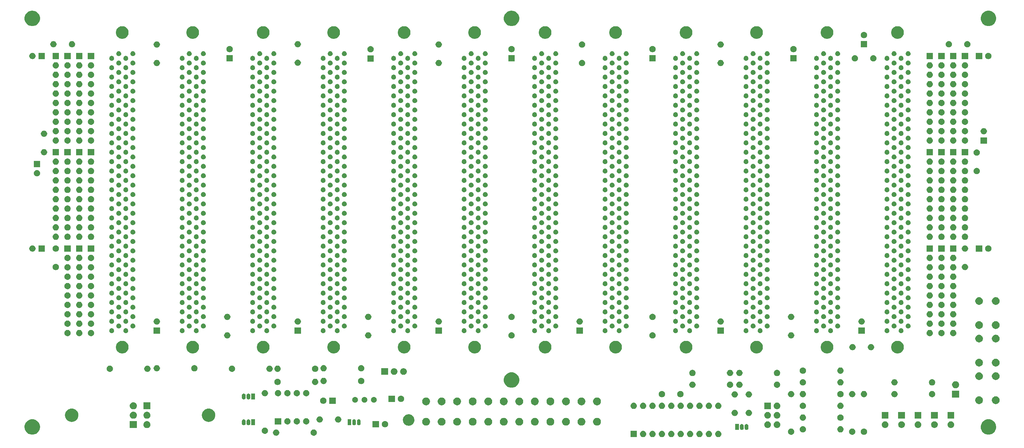
<source format=gbr>
G04 #@! TF.GenerationSoftware,KiCad,Pcbnew,(5.0.1)-3*
G04 #@! TF.CreationDate,2018-11-20T08:18:43-07:00*
G04 #@! TF.ProjectId,MiniSys-Backplane,4D696E695379732D4261636B706C616E,rev?*
G04 #@! TF.SameCoordinates,Original*
G04 #@! TF.FileFunction,Soldermask,Bot*
G04 #@! TF.FilePolarity,Negative*
%FSLAX46Y46*%
G04 Gerber Fmt 4.6, Leading zero omitted, Abs format (unit mm)*
G04 Created by KiCad (PCBNEW (5.0.1)-3) date 11/20/2018 8:18:43 AM*
%MOMM*%
%LPD*%
G01*
G04 APERTURE LIST*
%ADD10C,0.100000*%
G04 APERTURE END LIST*
D10*
G36*
X204636821Y-140131313D02*
X204636824Y-140131314D01*
X204636825Y-140131314D01*
X204797239Y-140179975D01*
X204797241Y-140179976D01*
X204797244Y-140179977D01*
X204945078Y-140258995D01*
X205074659Y-140365341D01*
X205181005Y-140494922D01*
X205260023Y-140642756D01*
X205260024Y-140642759D01*
X205260025Y-140642761D01*
X205308686Y-140803175D01*
X205308687Y-140803179D01*
X205325117Y-140970000D01*
X205308687Y-141136821D01*
X205308686Y-141136824D01*
X205308686Y-141136825D01*
X205274351Y-141250014D01*
X205260023Y-141297244D01*
X205181005Y-141445078D01*
X205074659Y-141574659D01*
X204945078Y-141681005D01*
X204797244Y-141760023D01*
X204797241Y-141760024D01*
X204797239Y-141760025D01*
X204636825Y-141808686D01*
X204636824Y-141808686D01*
X204636821Y-141808687D01*
X204511804Y-141821000D01*
X204428196Y-141821000D01*
X204303179Y-141808687D01*
X204303176Y-141808686D01*
X204303175Y-141808686D01*
X204142761Y-141760025D01*
X204142759Y-141760024D01*
X204142756Y-141760023D01*
X203994922Y-141681005D01*
X203865341Y-141574659D01*
X203758995Y-141445078D01*
X203679977Y-141297244D01*
X203665650Y-141250014D01*
X203631314Y-141136825D01*
X203631314Y-141136824D01*
X203631313Y-141136821D01*
X203614883Y-140970000D01*
X203631313Y-140803179D01*
X203631314Y-140803175D01*
X203679975Y-140642761D01*
X203679976Y-140642759D01*
X203679977Y-140642756D01*
X203758995Y-140494922D01*
X203865341Y-140365341D01*
X203994922Y-140258995D01*
X204142756Y-140179977D01*
X204142759Y-140179976D01*
X204142761Y-140179975D01*
X204303175Y-140131314D01*
X204303176Y-140131314D01*
X204303179Y-140131313D01*
X204428196Y-140119000D01*
X204511804Y-140119000D01*
X204636821Y-140131313D01*
X204636821Y-140131313D01*
G37*
G36*
X202096821Y-140131313D02*
X202096824Y-140131314D01*
X202096825Y-140131314D01*
X202257239Y-140179975D01*
X202257241Y-140179976D01*
X202257244Y-140179977D01*
X202405078Y-140258995D01*
X202534659Y-140365341D01*
X202641005Y-140494922D01*
X202720023Y-140642756D01*
X202720024Y-140642759D01*
X202720025Y-140642761D01*
X202768686Y-140803175D01*
X202768687Y-140803179D01*
X202785117Y-140970000D01*
X202768687Y-141136821D01*
X202768686Y-141136824D01*
X202768686Y-141136825D01*
X202734351Y-141250014D01*
X202720023Y-141297244D01*
X202641005Y-141445078D01*
X202534659Y-141574659D01*
X202405078Y-141681005D01*
X202257244Y-141760023D01*
X202257241Y-141760024D01*
X202257239Y-141760025D01*
X202096825Y-141808686D01*
X202096824Y-141808686D01*
X202096821Y-141808687D01*
X201971804Y-141821000D01*
X201888196Y-141821000D01*
X201763179Y-141808687D01*
X201763176Y-141808686D01*
X201763175Y-141808686D01*
X201602761Y-141760025D01*
X201602759Y-141760024D01*
X201602756Y-141760023D01*
X201454922Y-141681005D01*
X201325341Y-141574659D01*
X201218995Y-141445078D01*
X201139977Y-141297244D01*
X201125650Y-141250014D01*
X201091314Y-141136825D01*
X201091314Y-141136824D01*
X201091313Y-141136821D01*
X201074883Y-140970000D01*
X201091313Y-140803179D01*
X201091314Y-140803175D01*
X201139975Y-140642761D01*
X201139976Y-140642759D01*
X201139977Y-140642756D01*
X201218995Y-140494922D01*
X201325341Y-140365341D01*
X201454922Y-140258995D01*
X201602756Y-140179977D01*
X201602759Y-140179976D01*
X201602761Y-140179975D01*
X201763175Y-140131314D01*
X201763176Y-140131314D01*
X201763179Y-140131313D01*
X201888196Y-140119000D01*
X201971804Y-140119000D01*
X202096821Y-140131313D01*
X202096821Y-140131313D01*
G37*
G36*
X182461000Y-141821000D02*
X180759000Y-141821000D01*
X180759000Y-140119000D01*
X182461000Y-140119000D01*
X182461000Y-141821000D01*
X182461000Y-141821000D01*
G37*
G36*
X184316821Y-140131313D02*
X184316824Y-140131314D01*
X184316825Y-140131314D01*
X184477239Y-140179975D01*
X184477241Y-140179976D01*
X184477244Y-140179977D01*
X184625078Y-140258995D01*
X184754659Y-140365341D01*
X184861005Y-140494922D01*
X184940023Y-140642756D01*
X184940024Y-140642759D01*
X184940025Y-140642761D01*
X184988686Y-140803175D01*
X184988687Y-140803179D01*
X185005117Y-140970000D01*
X184988687Y-141136821D01*
X184988686Y-141136824D01*
X184988686Y-141136825D01*
X184954351Y-141250014D01*
X184940023Y-141297244D01*
X184861005Y-141445078D01*
X184754659Y-141574659D01*
X184625078Y-141681005D01*
X184477244Y-141760023D01*
X184477241Y-141760024D01*
X184477239Y-141760025D01*
X184316825Y-141808686D01*
X184316824Y-141808686D01*
X184316821Y-141808687D01*
X184191804Y-141821000D01*
X184108196Y-141821000D01*
X183983179Y-141808687D01*
X183983176Y-141808686D01*
X183983175Y-141808686D01*
X183822761Y-141760025D01*
X183822759Y-141760024D01*
X183822756Y-141760023D01*
X183674922Y-141681005D01*
X183545341Y-141574659D01*
X183438995Y-141445078D01*
X183359977Y-141297244D01*
X183345650Y-141250014D01*
X183311314Y-141136825D01*
X183311314Y-141136824D01*
X183311313Y-141136821D01*
X183294883Y-140970000D01*
X183311313Y-140803179D01*
X183311314Y-140803175D01*
X183359975Y-140642761D01*
X183359976Y-140642759D01*
X183359977Y-140642756D01*
X183438995Y-140494922D01*
X183545341Y-140365341D01*
X183674922Y-140258995D01*
X183822756Y-140179977D01*
X183822759Y-140179976D01*
X183822761Y-140179975D01*
X183983175Y-140131314D01*
X183983176Y-140131314D01*
X183983179Y-140131313D01*
X184108196Y-140119000D01*
X184191804Y-140119000D01*
X184316821Y-140131313D01*
X184316821Y-140131313D01*
G37*
G36*
X186856821Y-140131313D02*
X186856824Y-140131314D01*
X186856825Y-140131314D01*
X187017239Y-140179975D01*
X187017241Y-140179976D01*
X187017244Y-140179977D01*
X187165078Y-140258995D01*
X187294659Y-140365341D01*
X187401005Y-140494922D01*
X187480023Y-140642756D01*
X187480024Y-140642759D01*
X187480025Y-140642761D01*
X187528686Y-140803175D01*
X187528687Y-140803179D01*
X187545117Y-140970000D01*
X187528687Y-141136821D01*
X187528686Y-141136824D01*
X187528686Y-141136825D01*
X187494351Y-141250014D01*
X187480023Y-141297244D01*
X187401005Y-141445078D01*
X187294659Y-141574659D01*
X187165078Y-141681005D01*
X187017244Y-141760023D01*
X187017241Y-141760024D01*
X187017239Y-141760025D01*
X186856825Y-141808686D01*
X186856824Y-141808686D01*
X186856821Y-141808687D01*
X186731804Y-141821000D01*
X186648196Y-141821000D01*
X186523179Y-141808687D01*
X186523176Y-141808686D01*
X186523175Y-141808686D01*
X186362761Y-141760025D01*
X186362759Y-141760024D01*
X186362756Y-141760023D01*
X186214922Y-141681005D01*
X186085341Y-141574659D01*
X185978995Y-141445078D01*
X185899977Y-141297244D01*
X185885650Y-141250014D01*
X185851314Y-141136825D01*
X185851314Y-141136824D01*
X185851313Y-141136821D01*
X185834883Y-140970000D01*
X185851313Y-140803179D01*
X185851314Y-140803175D01*
X185899975Y-140642761D01*
X185899976Y-140642759D01*
X185899977Y-140642756D01*
X185978995Y-140494922D01*
X186085341Y-140365341D01*
X186214922Y-140258995D01*
X186362756Y-140179977D01*
X186362759Y-140179976D01*
X186362761Y-140179975D01*
X186523175Y-140131314D01*
X186523176Y-140131314D01*
X186523179Y-140131313D01*
X186648196Y-140119000D01*
X186731804Y-140119000D01*
X186856821Y-140131313D01*
X186856821Y-140131313D01*
G37*
G36*
X189396821Y-140131313D02*
X189396824Y-140131314D01*
X189396825Y-140131314D01*
X189557239Y-140179975D01*
X189557241Y-140179976D01*
X189557244Y-140179977D01*
X189705078Y-140258995D01*
X189834659Y-140365341D01*
X189941005Y-140494922D01*
X190020023Y-140642756D01*
X190020024Y-140642759D01*
X190020025Y-140642761D01*
X190068686Y-140803175D01*
X190068687Y-140803179D01*
X190085117Y-140970000D01*
X190068687Y-141136821D01*
X190068686Y-141136824D01*
X190068686Y-141136825D01*
X190034351Y-141250014D01*
X190020023Y-141297244D01*
X189941005Y-141445078D01*
X189834659Y-141574659D01*
X189705078Y-141681005D01*
X189557244Y-141760023D01*
X189557241Y-141760024D01*
X189557239Y-141760025D01*
X189396825Y-141808686D01*
X189396824Y-141808686D01*
X189396821Y-141808687D01*
X189271804Y-141821000D01*
X189188196Y-141821000D01*
X189063179Y-141808687D01*
X189063176Y-141808686D01*
X189063175Y-141808686D01*
X188902761Y-141760025D01*
X188902759Y-141760024D01*
X188902756Y-141760023D01*
X188754922Y-141681005D01*
X188625341Y-141574659D01*
X188518995Y-141445078D01*
X188439977Y-141297244D01*
X188425650Y-141250014D01*
X188391314Y-141136825D01*
X188391314Y-141136824D01*
X188391313Y-141136821D01*
X188374883Y-140970000D01*
X188391313Y-140803179D01*
X188391314Y-140803175D01*
X188439975Y-140642761D01*
X188439976Y-140642759D01*
X188439977Y-140642756D01*
X188518995Y-140494922D01*
X188625341Y-140365341D01*
X188754922Y-140258995D01*
X188902756Y-140179977D01*
X188902759Y-140179976D01*
X188902761Y-140179975D01*
X189063175Y-140131314D01*
X189063176Y-140131314D01*
X189063179Y-140131313D01*
X189188196Y-140119000D01*
X189271804Y-140119000D01*
X189396821Y-140131313D01*
X189396821Y-140131313D01*
G37*
G36*
X194476821Y-140131313D02*
X194476824Y-140131314D01*
X194476825Y-140131314D01*
X194637239Y-140179975D01*
X194637241Y-140179976D01*
X194637244Y-140179977D01*
X194785078Y-140258995D01*
X194914659Y-140365341D01*
X195021005Y-140494922D01*
X195100023Y-140642756D01*
X195100024Y-140642759D01*
X195100025Y-140642761D01*
X195148686Y-140803175D01*
X195148687Y-140803179D01*
X195165117Y-140970000D01*
X195148687Y-141136821D01*
X195148686Y-141136824D01*
X195148686Y-141136825D01*
X195114351Y-141250014D01*
X195100023Y-141297244D01*
X195021005Y-141445078D01*
X194914659Y-141574659D01*
X194785078Y-141681005D01*
X194637244Y-141760023D01*
X194637241Y-141760024D01*
X194637239Y-141760025D01*
X194476825Y-141808686D01*
X194476824Y-141808686D01*
X194476821Y-141808687D01*
X194351804Y-141821000D01*
X194268196Y-141821000D01*
X194143179Y-141808687D01*
X194143176Y-141808686D01*
X194143175Y-141808686D01*
X193982761Y-141760025D01*
X193982759Y-141760024D01*
X193982756Y-141760023D01*
X193834922Y-141681005D01*
X193705341Y-141574659D01*
X193598995Y-141445078D01*
X193519977Y-141297244D01*
X193505650Y-141250014D01*
X193471314Y-141136825D01*
X193471314Y-141136824D01*
X193471313Y-141136821D01*
X193454883Y-140970000D01*
X193471313Y-140803179D01*
X193471314Y-140803175D01*
X193519975Y-140642761D01*
X193519976Y-140642759D01*
X193519977Y-140642756D01*
X193598995Y-140494922D01*
X193705341Y-140365341D01*
X193834922Y-140258995D01*
X193982756Y-140179977D01*
X193982759Y-140179976D01*
X193982761Y-140179975D01*
X194143175Y-140131314D01*
X194143176Y-140131314D01*
X194143179Y-140131313D01*
X194268196Y-140119000D01*
X194351804Y-140119000D01*
X194476821Y-140131313D01*
X194476821Y-140131313D01*
G37*
G36*
X191936821Y-140131313D02*
X191936824Y-140131314D01*
X191936825Y-140131314D01*
X192097239Y-140179975D01*
X192097241Y-140179976D01*
X192097244Y-140179977D01*
X192245078Y-140258995D01*
X192374659Y-140365341D01*
X192481005Y-140494922D01*
X192560023Y-140642756D01*
X192560024Y-140642759D01*
X192560025Y-140642761D01*
X192608686Y-140803175D01*
X192608687Y-140803179D01*
X192625117Y-140970000D01*
X192608687Y-141136821D01*
X192608686Y-141136824D01*
X192608686Y-141136825D01*
X192574351Y-141250014D01*
X192560023Y-141297244D01*
X192481005Y-141445078D01*
X192374659Y-141574659D01*
X192245078Y-141681005D01*
X192097244Y-141760023D01*
X192097241Y-141760024D01*
X192097239Y-141760025D01*
X191936825Y-141808686D01*
X191936824Y-141808686D01*
X191936821Y-141808687D01*
X191811804Y-141821000D01*
X191728196Y-141821000D01*
X191603179Y-141808687D01*
X191603176Y-141808686D01*
X191603175Y-141808686D01*
X191442761Y-141760025D01*
X191442759Y-141760024D01*
X191442756Y-141760023D01*
X191294922Y-141681005D01*
X191165341Y-141574659D01*
X191058995Y-141445078D01*
X190979977Y-141297244D01*
X190965650Y-141250014D01*
X190931314Y-141136825D01*
X190931314Y-141136824D01*
X190931313Y-141136821D01*
X190914883Y-140970000D01*
X190931313Y-140803179D01*
X190931314Y-140803175D01*
X190979975Y-140642761D01*
X190979976Y-140642759D01*
X190979977Y-140642756D01*
X191058995Y-140494922D01*
X191165341Y-140365341D01*
X191294922Y-140258995D01*
X191442756Y-140179977D01*
X191442759Y-140179976D01*
X191442761Y-140179975D01*
X191603175Y-140131314D01*
X191603176Y-140131314D01*
X191603179Y-140131313D01*
X191728196Y-140119000D01*
X191811804Y-140119000D01*
X191936821Y-140131313D01*
X191936821Y-140131313D01*
G37*
G36*
X199556821Y-140131313D02*
X199556824Y-140131314D01*
X199556825Y-140131314D01*
X199717239Y-140179975D01*
X199717241Y-140179976D01*
X199717244Y-140179977D01*
X199865078Y-140258995D01*
X199994659Y-140365341D01*
X200101005Y-140494922D01*
X200180023Y-140642756D01*
X200180024Y-140642759D01*
X200180025Y-140642761D01*
X200228686Y-140803175D01*
X200228687Y-140803179D01*
X200245117Y-140970000D01*
X200228687Y-141136821D01*
X200228686Y-141136824D01*
X200228686Y-141136825D01*
X200194351Y-141250014D01*
X200180023Y-141297244D01*
X200101005Y-141445078D01*
X199994659Y-141574659D01*
X199865078Y-141681005D01*
X199717244Y-141760023D01*
X199717241Y-141760024D01*
X199717239Y-141760025D01*
X199556825Y-141808686D01*
X199556824Y-141808686D01*
X199556821Y-141808687D01*
X199431804Y-141821000D01*
X199348196Y-141821000D01*
X199223179Y-141808687D01*
X199223176Y-141808686D01*
X199223175Y-141808686D01*
X199062761Y-141760025D01*
X199062759Y-141760024D01*
X199062756Y-141760023D01*
X198914922Y-141681005D01*
X198785341Y-141574659D01*
X198678995Y-141445078D01*
X198599977Y-141297244D01*
X198585650Y-141250014D01*
X198551314Y-141136825D01*
X198551314Y-141136824D01*
X198551313Y-141136821D01*
X198534883Y-140970000D01*
X198551313Y-140803179D01*
X198551314Y-140803175D01*
X198599975Y-140642761D01*
X198599976Y-140642759D01*
X198599977Y-140642756D01*
X198678995Y-140494922D01*
X198785341Y-140365341D01*
X198914922Y-140258995D01*
X199062756Y-140179977D01*
X199062759Y-140179976D01*
X199062761Y-140179975D01*
X199223175Y-140131314D01*
X199223176Y-140131314D01*
X199223179Y-140131313D01*
X199348196Y-140119000D01*
X199431804Y-140119000D01*
X199556821Y-140131313D01*
X199556821Y-140131313D01*
G37*
G36*
X197016821Y-140131313D02*
X197016824Y-140131314D01*
X197016825Y-140131314D01*
X197177239Y-140179975D01*
X197177241Y-140179976D01*
X197177244Y-140179977D01*
X197325078Y-140258995D01*
X197454659Y-140365341D01*
X197561005Y-140494922D01*
X197640023Y-140642756D01*
X197640024Y-140642759D01*
X197640025Y-140642761D01*
X197688686Y-140803175D01*
X197688687Y-140803179D01*
X197705117Y-140970000D01*
X197688687Y-141136821D01*
X197688686Y-141136824D01*
X197688686Y-141136825D01*
X197654351Y-141250014D01*
X197640023Y-141297244D01*
X197561005Y-141445078D01*
X197454659Y-141574659D01*
X197325078Y-141681005D01*
X197177244Y-141760023D01*
X197177241Y-141760024D01*
X197177239Y-141760025D01*
X197016825Y-141808686D01*
X197016824Y-141808686D01*
X197016821Y-141808687D01*
X196891804Y-141821000D01*
X196808196Y-141821000D01*
X196683179Y-141808687D01*
X196683176Y-141808686D01*
X196683175Y-141808686D01*
X196522761Y-141760025D01*
X196522759Y-141760024D01*
X196522756Y-141760023D01*
X196374922Y-141681005D01*
X196245341Y-141574659D01*
X196138995Y-141445078D01*
X196059977Y-141297244D01*
X196045650Y-141250014D01*
X196011314Y-141136825D01*
X196011314Y-141136824D01*
X196011313Y-141136821D01*
X195994883Y-140970000D01*
X196011313Y-140803179D01*
X196011314Y-140803175D01*
X196059975Y-140642761D01*
X196059976Y-140642759D01*
X196059977Y-140642756D01*
X196138995Y-140494922D01*
X196245341Y-140365341D01*
X196374922Y-140258995D01*
X196522756Y-140179977D01*
X196522759Y-140179976D01*
X196522761Y-140179975D01*
X196683175Y-140131314D01*
X196683176Y-140131314D01*
X196683179Y-140131313D01*
X196808196Y-140119000D01*
X196891804Y-140119000D01*
X197016821Y-140131313D01*
X197016821Y-140131313D01*
G37*
G36*
X85211228Y-139770703D02*
X85366100Y-139834853D01*
X85505481Y-139927985D01*
X85624015Y-140046519D01*
X85717147Y-140185900D01*
X85781297Y-140340772D01*
X85814000Y-140505184D01*
X85814000Y-140672816D01*
X85781297Y-140837228D01*
X85717147Y-140992100D01*
X85624015Y-141131481D01*
X85505481Y-141250015D01*
X85366100Y-141343147D01*
X85211228Y-141407297D01*
X85046816Y-141440000D01*
X84879184Y-141440000D01*
X84714772Y-141407297D01*
X84559900Y-141343147D01*
X84420519Y-141250015D01*
X84301985Y-141131481D01*
X84208853Y-140992100D01*
X84144703Y-140837228D01*
X84112000Y-140672816D01*
X84112000Y-140505184D01*
X84144703Y-140340772D01*
X84208853Y-140185900D01*
X84301985Y-140046519D01*
X84420519Y-139927985D01*
X84559900Y-139834853D01*
X84714772Y-139770703D01*
X84879184Y-139738000D01*
X85046816Y-139738000D01*
X85211228Y-139770703D01*
X85211228Y-139770703D01*
G37*
G36*
X95289821Y-139750313D02*
X95289824Y-139750314D01*
X95289825Y-139750314D01*
X95450239Y-139798975D01*
X95450241Y-139798976D01*
X95450244Y-139798977D01*
X95598078Y-139877995D01*
X95727659Y-139984341D01*
X95834005Y-140113922D01*
X95913023Y-140261756D01*
X95913024Y-140261759D01*
X95913025Y-140261761D01*
X95960667Y-140418815D01*
X95961687Y-140422179D01*
X95978117Y-140589000D01*
X95961687Y-140755821D01*
X95961686Y-140755824D01*
X95961686Y-140755825D01*
X95914635Y-140910932D01*
X95913023Y-140916244D01*
X95834005Y-141064078D01*
X95727659Y-141193659D01*
X95598078Y-141300005D01*
X95450244Y-141379023D01*
X95450241Y-141379024D01*
X95450239Y-141379025D01*
X95289825Y-141427686D01*
X95289824Y-141427686D01*
X95289821Y-141427687D01*
X95164804Y-141440000D01*
X95081196Y-141440000D01*
X94956179Y-141427687D01*
X94956176Y-141427686D01*
X94956175Y-141427686D01*
X94795761Y-141379025D01*
X94795759Y-141379024D01*
X94795756Y-141379023D01*
X94647922Y-141300005D01*
X94518341Y-141193659D01*
X94411995Y-141064078D01*
X94332977Y-140916244D01*
X94331366Y-140910932D01*
X94284314Y-140755825D01*
X94284314Y-140755824D01*
X94284313Y-140755821D01*
X94267883Y-140589000D01*
X94284313Y-140422179D01*
X94285333Y-140418815D01*
X94332975Y-140261761D01*
X94332976Y-140261759D01*
X94332977Y-140261756D01*
X94411995Y-140113922D01*
X94518341Y-139984341D01*
X94647922Y-139877995D01*
X94795756Y-139798977D01*
X94795759Y-139798976D01*
X94795761Y-139798975D01*
X94956175Y-139750314D01*
X94956176Y-139750314D01*
X94956179Y-139750313D01*
X95081196Y-139738000D01*
X95164804Y-139738000D01*
X95289821Y-139750313D01*
X95289821Y-139750313D01*
G37*
G36*
X224321821Y-139496313D02*
X224321824Y-139496314D01*
X224321825Y-139496314D01*
X224482239Y-139544975D01*
X224482241Y-139544976D01*
X224482244Y-139544977D01*
X224630078Y-139623995D01*
X224759659Y-139730341D01*
X224866005Y-139859922D01*
X224945023Y-140007756D01*
X224945024Y-140007759D01*
X224945025Y-140007761D01*
X224978769Y-140119000D01*
X224993687Y-140168179D01*
X225010117Y-140335000D01*
X224993687Y-140501821D01*
X224993686Y-140501824D01*
X224993686Y-140501825D01*
X224950934Y-140642761D01*
X224945023Y-140662244D01*
X224866005Y-140810078D01*
X224759659Y-140939659D01*
X224630078Y-141046005D01*
X224482244Y-141125023D01*
X224482241Y-141125024D01*
X224482239Y-141125025D01*
X224321825Y-141173686D01*
X224321824Y-141173686D01*
X224321821Y-141173687D01*
X224196804Y-141186000D01*
X224113196Y-141186000D01*
X223988179Y-141173687D01*
X223988176Y-141173686D01*
X223988175Y-141173686D01*
X223827761Y-141125025D01*
X223827759Y-141125024D01*
X223827756Y-141125023D01*
X223679922Y-141046005D01*
X223550341Y-140939659D01*
X223443995Y-140810078D01*
X223364977Y-140662244D01*
X223359067Y-140642761D01*
X223316314Y-140501825D01*
X223316314Y-140501824D01*
X223316313Y-140501821D01*
X223299883Y-140335000D01*
X223316313Y-140168179D01*
X223331231Y-140119000D01*
X223364975Y-140007761D01*
X223364976Y-140007759D01*
X223364977Y-140007756D01*
X223443995Y-139859922D01*
X223550341Y-139730341D01*
X223679922Y-139623995D01*
X223827756Y-139544977D01*
X223827759Y-139544976D01*
X223827761Y-139544975D01*
X223988175Y-139496314D01*
X223988176Y-139496314D01*
X223988179Y-139496313D01*
X224113196Y-139484000D01*
X224196804Y-139484000D01*
X224321821Y-139496313D01*
X224321821Y-139496313D01*
G37*
G36*
X240831821Y-139496313D02*
X240831824Y-139496314D01*
X240831825Y-139496314D01*
X240992239Y-139544975D01*
X240992241Y-139544976D01*
X240992244Y-139544977D01*
X241140078Y-139623995D01*
X241269659Y-139730341D01*
X241376005Y-139859922D01*
X241455023Y-140007756D01*
X241455024Y-140007759D01*
X241455025Y-140007761D01*
X241488769Y-140119000D01*
X241503687Y-140168179D01*
X241520117Y-140335000D01*
X241503687Y-140501821D01*
X241503686Y-140501824D01*
X241503686Y-140501825D01*
X241460934Y-140642761D01*
X241455023Y-140662244D01*
X241376005Y-140810078D01*
X241269659Y-140939659D01*
X241140078Y-141046005D01*
X240992244Y-141125023D01*
X240992241Y-141125024D01*
X240992239Y-141125025D01*
X240831825Y-141173686D01*
X240831824Y-141173686D01*
X240831821Y-141173687D01*
X240706804Y-141186000D01*
X240623196Y-141186000D01*
X240498179Y-141173687D01*
X240498176Y-141173686D01*
X240498175Y-141173686D01*
X240337761Y-141125025D01*
X240337759Y-141125024D01*
X240337756Y-141125023D01*
X240189922Y-141046005D01*
X240060341Y-140939659D01*
X239953995Y-140810078D01*
X239874977Y-140662244D01*
X239869067Y-140642761D01*
X239826314Y-140501825D01*
X239826314Y-140501824D01*
X239826313Y-140501821D01*
X239809883Y-140335000D01*
X239826313Y-140168179D01*
X239841231Y-140119000D01*
X239874975Y-140007761D01*
X239874976Y-140007759D01*
X239874977Y-140007756D01*
X239953995Y-139859922D01*
X240060341Y-139730341D01*
X240189922Y-139623995D01*
X240337756Y-139544977D01*
X240337759Y-139544976D01*
X240337761Y-139544975D01*
X240498175Y-139496314D01*
X240498176Y-139496314D01*
X240498179Y-139496313D01*
X240623196Y-139484000D01*
X240706804Y-139484000D01*
X240831821Y-139496313D01*
X240831821Y-139496313D01*
G37*
G36*
X244088228Y-139516703D02*
X244243100Y-139580853D01*
X244382481Y-139673985D01*
X244501015Y-139792519D01*
X244594147Y-139931900D01*
X244658297Y-140086772D01*
X244691000Y-140251184D01*
X244691000Y-140418816D01*
X244658297Y-140583228D01*
X244594147Y-140738100D01*
X244501015Y-140877481D01*
X244382481Y-140996015D01*
X244243100Y-141089147D01*
X244088228Y-141153297D01*
X243923816Y-141186000D01*
X243756184Y-141186000D01*
X243591772Y-141153297D01*
X243436900Y-141089147D01*
X243297519Y-140996015D01*
X243178985Y-140877481D01*
X243085853Y-140738100D01*
X243021703Y-140583228D01*
X242989000Y-140418816D01*
X242989000Y-140251184D01*
X243021703Y-140086772D01*
X243085853Y-139931900D01*
X243178985Y-139792519D01*
X243297519Y-139673985D01*
X243436900Y-139580853D01*
X243591772Y-139516703D01*
X243756184Y-139484000D01*
X243923816Y-139484000D01*
X244088228Y-139516703D01*
X244088228Y-139516703D01*
G37*
G36*
X19346043Y-137000078D02*
X19657589Y-137062048D01*
X19875153Y-137152166D01*
X20027611Y-137215316D01*
X20036671Y-137219069D01*
X20268803Y-137374175D01*
X20377838Y-137447030D01*
X20667970Y-137737162D01*
X20667972Y-137737165D01*
X20886562Y-138064307D01*
X20895932Y-138078331D01*
X20913027Y-138119602D01*
X21052952Y-138457411D01*
X21074249Y-138564479D01*
X21133000Y-138859841D01*
X21133000Y-139270159D01*
X21109239Y-139389612D01*
X21052952Y-139672589D01*
X20895931Y-140051671D01*
X20755556Y-140261756D01*
X20667970Y-140392838D01*
X20377838Y-140682970D01*
X20377835Y-140682972D01*
X20036671Y-140910931D01*
X20036670Y-140910932D01*
X20036669Y-140910932D01*
X20015535Y-140919686D01*
X19657589Y-141067952D01*
X19255159Y-141148000D01*
X18844841Y-141148000D01*
X18442411Y-141067952D01*
X18084465Y-140919686D01*
X18063331Y-140910932D01*
X18063330Y-140910932D01*
X18063329Y-140910931D01*
X17722165Y-140682972D01*
X17722162Y-140682970D01*
X17432030Y-140392838D01*
X17344444Y-140261756D01*
X17204069Y-140051671D01*
X17047048Y-139672589D01*
X16990761Y-139389612D01*
X16967000Y-139270159D01*
X16967000Y-138859841D01*
X17025751Y-138564479D01*
X17047048Y-138457411D01*
X17186973Y-138119602D01*
X17204068Y-138078331D01*
X17213439Y-138064307D01*
X17432028Y-137737165D01*
X17432030Y-137737162D01*
X17722162Y-137447030D01*
X17831197Y-137374175D01*
X18063329Y-137219069D01*
X18072390Y-137215316D01*
X18224847Y-137152166D01*
X18442411Y-137062048D01*
X18753957Y-137000078D01*
X18844841Y-136982000D01*
X19255159Y-136982000D01*
X19346043Y-137000078D01*
X19346043Y-137000078D01*
G37*
G36*
X277791043Y-137000078D02*
X278102589Y-137062048D01*
X278320153Y-137152166D01*
X278472611Y-137215316D01*
X278481671Y-137219069D01*
X278713803Y-137374175D01*
X278822838Y-137447030D01*
X279112970Y-137737162D01*
X279112972Y-137737165D01*
X279331562Y-138064307D01*
X279340932Y-138078331D01*
X279358027Y-138119602D01*
X279497952Y-138457411D01*
X279519249Y-138564479D01*
X279578000Y-138859841D01*
X279578000Y-139270159D01*
X279554239Y-139389612D01*
X279497952Y-139672589D01*
X279340931Y-140051671D01*
X279200556Y-140261756D01*
X279112970Y-140392838D01*
X278822838Y-140682970D01*
X278822835Y-140682972D01*
X278481671Y-140910931D01*
X278481670Y-140910932D01*
X278481669Y-140910932D01*
X278460535Y-140919686D01*
X278102589Y-141067952D01*
X277700159Y-141148000D01*
X277289841Y-141148000D01*
X276887411Y-141067952D01*
X276529465Y-140919686D01*
X276508331Y-140910932D01*
X276508330Y-140910932D01*
X276508329Y-140910931D01*
X276167165Y-140682972D01*
X276167162Y-140682970D01*
X275877030Y-140392838D01*
X275789444Y-140261756D01*
X275649069Y-140051671D01*
X275492048Y-139672589D01*
X275435761Y-139389612D01*
X275412000Y-139270159D01*
X275412000Y-138859841D01*
X275470751Y-138564479D01*
X275492048Y-138457411D01*
X275631973Y-138119602D01*
X275649068Y-138078331D01*
X275658439Y-138064307D01*
X275877028Y-137737165D01*
X275877030Y-137737162D01*
X276167162Y-137447030D01*
X276276197Y-137374175D01*
X276508329Y-137219069D01*
X276517390Y-137215316D01*
X276669847Y-137152166D01*
X276887411Y-137062048D01*
X277198957Y-137000078D01*
X277289841Y-136982000D01*
X277700159Y-136982000D01*
X277791043Y-137000078D01*
X277791043Y-137000078D01*
G37*
G36*
X82081821Y-139242313D02*
X82081824Y-139242314D01*
X82081825Y-139242314D01*
X82242239Y-139290975D01*
X82242241Y-139290976D01*
X82242244Y-139290977D01*
X82390078Y-139369995D01*
X82519659Y-139476341D01*
X82626005Y-139605922D01*
X82705023Y-139753756D01*
X82705024Y-139753759D01*
X82705025Y-139753761D01*
X82742711Y-139877995D01*
X82753687Y-139914179D01*
X82770117Y-140081000D01*
X82753687Y-140247821D01*
X82753686Y-140247824D01*
X82753686Y-140247825D01*
X82709697Y-140392838D01*
X82705023Y-140408244D01*
X82626005Y-140556078D01*
X82519659Y-140685659D01*
X82390078Y-140792005D01*
X82242244Y-140871023D01*
X82242241Y-140871024D01*
X82242239Y-140871025D01*
X82081825Y-140919686D01*
X82081824Y-140919686D01*
X82081821Y-140919687D01*
X81956804Y-140932000D01*
X81873196Y-140932000D01*
X81748179Y-140919687D01*
X81748176Y-140919686D01*
X81748175Y-140919686D01*
X81587761Y-140871025D01*
X81587759Y-140871024D01*
X81587756Y-140871023D01*
X81439922Y-140792005D01*
X81310341Y-140685659D01*
X81203995Y-140556078D01*
X81124977Y-140408244D01*
X81120304Y-140392838D01*
X81076314Y-140247825D01*
X81076314Y-140247824D01*
X81076313Y-140247821D01*
X81059883Y-140081000D01*
X81076313Y-139914179D01*
X81087289Y-139877995D01*
X81124975Y-139753761D01*
X81124976Y-139753759D01*
X81124977Y-139753756D01*
X81203995Y-139605922D01*
X81310341Y-139476341D01*
X81439922Y-139369995D01*
X81587756Y-139290977D01*
X81587759Y-139290976D01*
X81587761Y-139290975D01*
X81748175Y-139242314D01*
X81748176Y-139242314D01*
X81748179Y-139242313D01*
X81873196Y-139230000D01*
X81956804Y-139230000D01*
X82081821Y-139242313D01*
X82081821Y-139242313D01*
G37*
G36*
X237656821Y-138861313D02*
X237656824Y-138861314D01*
X237656825Y-138861314D01*
X237817239Y-138909975D01*
X237817241Y-138909976D01*
X237817244Y-138909977D01*
X237965078Y-138988995D01*
X238094659Y-139095341D01*
X238201005Y-139224922D01*
X238280023Y-139372756D01*
X238280024Y-139372759D01*
X238280025Y-139372761D01*
X238328686Y-139533175D01*
X238328687Y-139533179D01*
X238345117Y-139700000D01*
X238328687Y-139866821D01*
X238328686Y-139866824D01*
X238328686Y-139866825D01*
X238285934Y-140007761D01*
X238280023Y-140027244D01*
X238201005Y-140175078D01*
X238094659Y-140304659D01*
X237965078Y-140411005D01*
X237817244Y-140490023D01*
X237817241Y-140490024D01*
X237817239Y-140490025D01*
X237656825Y-140538686D01*
X237656824Y-140538686D01*
X237656821Y-140538687D01*
X237531804Y-140551000D01*
X237448196Y-140551000D01*
X237323179Y-140538687D01*
X237323176Y-140538686D01*
X237323175Y-140538686D01*
X237162761Y-140490025D01*
X237162759Y-140490024D01*
X237162756Y-140490023D01*
X237014922Y-140411005D01*
X236885341Y-140304659D01*
X236778995Y-140175078D01*
X236699977Y-140027244D01*
X236694067Y-140007761D01*
X236651314Y-139866825D01*
X236651314Y-139866824D01*
X236651313Y-139866821D01*
X236634883Y-139700000D01*
X236651313Y-139533179D01*
X236651314Y-139533175D01*
X236699975Y-139372761D01*
X236699976Y-139372759D01*
X236699977Y-139372756D01*
X236778995Y-139224922D01*
X236885341Y-139095341D01*
X237014922Y-138988995D01*
X237162756Y-138909977D01*
X237162759Y-138909976D01*
X237162761Y-138909975D01*
X237323175Y-138861314D01*
X237323176Y-138861314D01*
X237323179Y-138861313D01*
X237448196Y-138849000D01*
X237531804Y-138849000D01*
X237656821Y-138861313D01*
X237656821Y-138861313D01*
G37*
G36*
X227578228Y-138881703D02*
X227733100Y-138945853D01*
X227872481Y-139038985D01*
X227991015Y-139157519D01*
X228084147Y-139296900D01*
X228148297Y-139451772D01*
X228181000Y-139616184D01*
X228181000Y-139783816D01*
X228148297Y-139948228D01*
X228084147Y-140103100D01*
X227991015Y-140242481D01*
X227872481Y-140361015D01*
X227733100Y-140454147D01*
X227578228Y-140518297D01*
X227413816Y-140551000D01*
X227246184Y-140551000D01*
X227081772Y-140518297D01*
X226926900Y-140454147D01*
X226787519Y-140361015D01*
X226668985Y-140242481D01*
X226575853Y-140103100D01*
X226511703Y-139948228D01*
X226479000Y-139783816D01*
X226479000Y-139616184D01*
X226511703Y-139451772D01*
X226575853Y-139296900D01*
X226668985Y-139157519D01*
X226787519Y-139038985D01*
X226926900Y-138945853D01*
X227081772Y-138881703D01*
X227246184Y-138849000D01*
X227413816Y-138849000D01*
X227578228Y-138881703D01*
X227578228Y-138881703D01*
G37*
G36*
X212188213Y-138271249D02*
X212282652Y-138299897D01*
X212369687Y-138346418D01*
X212445975Y-138409025D01*
X212508582Y-138485313D01*
X212555103Y-138572348D01*
X212583751Y-138666787D01*
X212591000Y-138740388D01*
X212591000Y-139389612D01*
X212583751Y-139463213D01*
X212555103Y-139557652D01*
X212508582Y-139644687D01*
X212445975Y-139720975D01*
X212369687Y-139783582D01*
X212282651Y-139830103D01*
X212188212Y-139858751D01*
X212090000Y-139868424D01*
X211991787Y-139858751D01*
X211897348Y-139830103D01*
X211810313Y-139783582D01*
X211734025Y-139720975D01*
X211671418Y-139644687D01*
X211624897Y-139557651D01*
X211596249Y-139463212D01*
X211589000Y-139389611D01*
X211589000Y-138740398D01*
X211596250Y-138666789D01*
X211596250Y-138666787D01*
X211619922Y-138588750D01*
X211624898Y-138572347D01*
X211671420Y-138485312D01*
X211734026Y-138409025D01*
X211810314Y-138346418D01*
X211897349Y-138299897D01*
X211991788Y-138271249D01*
X212090000Y-138261576D01*
X212188213Y-138271249D01*
X212188213Y-138271249D01*
G37*
G36*
X210918213Y-138271249D02*
X211012652Y-138299897D01*
X211099687Y-138346418D01*
X211175975Y-138409025D01*
X211238582Y-138485313D01*
X211285103Y-138572348D01*
X211313751Y-138666787D01*
X211321000Y-138740388D01*
X211321000Y-139389612D01*
X211313751Y-139463213D01*
X211285103Y-139557652D01*
X211238582Y-139644687D01*
X211175975Y-139720975D01*
X211099687Y-139783582D01*
X211012651Y-139830103D01*
X210918212Y-139858751D01*
X210820000Y-139868424D01*
X210721787Y-139858751D01*
X210627348Y-139830103D01*
X210540313Y-139783582D01*
X210464025Y-139720975D01*
X210401418Y-139644687D01*
X210354897Y-139557651D01*
X210326249Y-139463212D01*
X210319000Y-139389611D01*
X210319000Y-138740398D01*
X210326250Y-138666789D01*
X210326250Y-138666787D01*
X210349922Y-138588750D01*
X210354898Y-138572347D01*
X210401420Y-138485312D01*
X210464026Y-138409025D01*
X210540314Y-138346418D01*
X210627349Y-138299897D01*
X210721788Y-138271249D01*
X210820000Y-138261576D01*
X210918213Y-138271249D01*
X210918213Y-138271249D01*
G37*
G36*
X210051000Y-139866000D02*
X209049000Y-139866000D01*
X209049000Y-138264000D01*
X210051000Y-138264000D01*
X210051000Y-139866000D01*
X210051000Y-139866000D01*
G37*
G36*
X50224425Y-137492760D02*
X50224428Y-137492761D01*
X50224429Y-137492761D01*
X50403693Y-137547140D01*
X50403695Y-137547141D01*
X50568905Y-137635448D01*
X50713712Y-137754288D01*
X50832552Y-137899095D01*
X50832553Y-137899097D01*
X50920860Y-138064307D01*
X50959963Y-138193212D01*
X50975240Y-138243575D01*
X50993601Y-138430000D01*
X50975240Y-138616425D01*
X50975239Y-138616428D01*
X50975239Y-138616429D01*
X50937634Y-138740398D01*
X50920859Y-138795695D01*
X50832552Y-138960905D01*
X50713712Y-139105712D01*
X50568905Y-139224552D01*
X50483581Y-139270159D01*
X50403693Y-139312860D01*
X50224429Y-139367239D01*
X50224428Y-139367239D01*
X50224425Y-139367240D01*
X50084718Y-139381000D01*
X49991282Y-139381000D01*
X49851575Y-139367240D01*
X49851572Y-139367239D01*
X49851571Y-139367239D01*
X49672307Y-139312860D01*
X49592419Y-139270159D01*
X49507095Y-139224552D01*
X49362288Y-139105712D01*
X49243448Y-138960905D01*
X49155141Y-138795695D01*
X49138367Y-138740398D01*
X49100761Y-138616429D01*
X49100761Y-138616428D01*
X49100760Y-138616425D01*
X49082399Y-138430000D01*
X49100760Y-138243575D01*
X49116037Y-138193212D01*
X49155140Y-138064307D01*
X49243447Y-137899097D01*
X49243448Y-137899095D01*
X49362288Y-137754288D01*
X49507095Y-137635448D01*
X49672305Y-137547141D01*
X49672307Y-137547140D01*
X49851571Y-137492761D01*
X49851572Y-137492761D01*
X49851575Y-137492760D01*
X49991282Y-137479000D01*
X50084718Y-137479000D01*
X50224425Y-137492760D01*
X50224425Y-137492760D01*
G37*
G36*
X47306000Y-139381000D02*
X45404000Y-139381000D01*
X45404000Y-137479000D01*
X47306000Y-137479000D01*
X47306000Y-139381000D01*
X47306000Y-139381000D01*
G37*
G36*
X217915443Y-137535519D02*
X217981627Y-137542037D01*
X218091877Y-137575481D01*
X218151467Y-137593557D01*
X218229838Y-137635448D01*
X218307991Y-137677222D01*
X218324779Y-137691000D01*
X218445186Y-137789814D01*
X218522481Y-137884000D01*
X218557778Y-137927009D01*
X218557779Y-137927011D01*
X218641443Y-138083533D01*
X218641443Y-138083534D01*
X218692963Y-138253373D01*
X218710359Y-138430000D01*
X218692963Y-138606627D01*
X218674713Y-138666789D01*
X218641443Y-138776467D01*
X218585192Y-138881703D01*
X218557778Y-138932991D01*
X218534871Y-138960903D01*
X218445186Y-139070186D01*
X218343729Y-139153448D01*
X218307991Y-139182778D01*
X218307989Y-139182779D01*
X218151467Y-139266443D01*
X218094853Y-139283616D01*
X217981627Y-139317963D01*
X217915443Y-139324481D01*
X217849260Y-139331000D01*
X217760740Y-139331000D01*
X217694557Y-139324481D01*
X217628373Y-139317963D01*
X217515147Y-139283616D01*
X217458533Y-139266443D01*
X217302011Y-139182779D01*
X217302009Y-139182778D01*
X217266271Y-139153448D01*
X217164814Y-139070186D01*
X217075129Y-138960903D01*
X217052222Y-138932991D01*
X217024808Y-138881703D01*
X216968557Y-138776467D01*
X216935287Y-138666789D01*
X216917037Y-138606627D01*
X216899641Y-138430000D01*
X216917037Y-138253373D01*
X216968557Y-138083534D01*
X216968557Y-138083533D01*
X217052221Y-137927011D01*
X217052222Y-137927009D01*
X217087519Y-137884000D01*
X217164814Y-137789814D01*
X217285221Y-137691000D01*
X217302009Y-137677222D01*
X217380162Y-137635448D01*
X217458533Y-137593557D01*
X217518123Y-137575481D01*
X217628373Y-137542037D01*
X217694557Y-137535519D01*
X217760740Y-137529000D01*
X217849260Y-137529000D01*
X217915443Y-137535519D01*
X217915443Y-137535519D01*
G37*
G36*
X258555443Y-137535519D02*
X258621627Y-137542037D01*
X258731877Y-137575481D01*
X258791467Y-137593557D01*
X258869838Y-137635448D01*
X258947991Y-137677222D01*
X258964779Y-137691000D01*
X259085186Y-137789814D01*
X259162481Y-137884000D01*
X259197778Y-137927009D01*
X259197779Y-137927011D01*
X259281443Y-138083533D01*
X259281443Y-138083534D01*
X259332963Y-138253373D01*
X259350359Y-138430000D01*
X259332963Y-138606627D01*
X259314713Y-138666789D01*
X259281443Y-138776467D01*
X259225192Y-138881703D01*
X259197778Y-138932991D01*
X259174871Y-138960903D01*
X259085186Y-139070186D01*
X258983729Y-139153448D01*
X258947991Y-139182778D01*
X258947989Y-139182779D01*
X258791467Y-139266443D01*
X258734853Y-139283616D01*
X258621627Y-139317963D01*
X258555443Y-139324481D01*
X258489260Y-139331000D01*
X258400740Y-139331000D01*
X258334557Y-139324481D01*
X258268373Y-139317963D01*
X258155147Y-139283616D01*
X258098533Y-139266443D01*
X257942011Y-139182779D01*
X257942009Y-139182778D01*
X257906271Y-139153448D01*
X257804814Y-139070186D01*
X257715129Y-138960903D01*
X257692222Y-138932991D01*
X257664808Y-138881703D01*
X257608557Y-138776467D01*
X257575287Y-138666789D01*
X257557037Y-138606627D01*
X257539641Y-138430000D01*
X257557037Y-138253373D01*
X257608557Y-138083534D01*
X257608557Y-138083533D01*
X257692221Y-137927011D01*
X257692222Y-137927009D01*
X257727519Y-137884000D01*
X257804814Y-137789814D01*
X257925221Y-137691000D01*
X257942009Y-137677222D01*
X258020162Y-137635448D01*
X258098533Y-137593557D01*
X258158123Y-137575481D01*
X258268373Y-137542037D01*
X258334557Y-137535519D01*
X258400740Y-137529000D01*
X258489260Y-137529000D01*
X258555443Y-137535519D01*
X258555443Y-137535519D01*
G37*
G36*
X220455443Y-137535519D02*
X220521627Y-137542037D01*
X220631877Y-137575481D01*
X220691467Y-137593557D01*
X220769838Y-137635448D01*
X220847991Y-137677222D01*
X220864779Y-137691000D01*
X220985186Y-137789814D01*
X221062481Y-137884000D01*
X221097778Y-137927009D01*
X221097779Y-137927011D01*
X221181443Y-138083533D01*
X221181443Y-138083534D01*
X221232963Y-138253373D01*
X221250359Y-138430000D01*
X221232963Y-138606627D01*
X221214713Y-138666789D01*
X221181443Y-138776467D01*
X221125192Y-138881703D01*
X221097778Y-138932991D01*
X221074871Y-138960903D01*
X220985186Y-139070186D01*
X220883729Y-139153448D01*
X220847991Y-139182778D01*
X220847989Y-139182779D01*
X220691467Y-139266443D01*
X220634853Y-139283616D01*
X220521627Y-139317963D01*
X220455443Y-139324481D01*
X220389260Y-139331000D01*
X220300740Y-139331000D01*
X220234557Y-139324481D01*
X220168373Y-139317963D01*
X220055147Y-139283616D01*
X219998533Y-139266443D01*
X219842011Y-139182779D01*
X219842009Y-139182778D01*
X219806271Y-139153448D01*
X219704814Y-139070186D01*
X219615129Y-138960903D01*
X219592222Y-138932991D01*
X219564808Y-138881703D01*
X219508557Y-138776467D01*
X219475287Y-138666789D01*
X219457037Y-138606627D01*
X219439641Y-138430000D01*
X219457037Y-138253373D01*
X219508557Y-138083534D01*
X219508557Y-138083533D01*
X219592221Y-137927011D01*
X219592222Y-137927009D01*
X219627519Y-137884000D01*
X219704814Y-137789814D01*
X219825221Y-137691000D01*
X219842009Y-137677222D01*
X219920162Y-137635448D01*
X219998533Y-137593557D01*
X220058123Y-137575481D01*
X220168373Y-137542037D01*
X220234557Y-137535519D01*
X220300740Y-137529000D01*
X220389260Y-137529000D01*
X220455443Y-137535519D01*
X220455443Y-137535519D01*
G37*
G36*
X254110443Y-137535519D02*
X254176627Y-137542037D01*
X254286877Y-137575481D01*
X254346467Y-137593557D01*
X254424838Y-137635448D01*
X254502991Y-137677222D01*
X254519779Y-137691000D01*
X254640186Y-137789814D01*
X254717481Y-137884000D01*
X254752778Y-137927009D01*
X254752779Y-137927011D01*
X254836443Y-138083533D01*
X254836443Y-138083534D01*
X254887963Y-138253373D01*
X254905359Y-138430000D01*
X254887963Y-138606627D01*
X254869713Y-138666789D01*
X254836443Y-138776467D01*
X254780192Y-138881703D01*
X254752778Y-138932991D01*
X254729871Y-138960903D01*
X254640186Y-139070186D01*
X254538729Y-139153448D01*
X254502991Y-139182778D01*
X254502989Y-139182779D01*
X254346467Y-139266443D01*
X254289853Y-139283616D01*
X254176627Y-139317963D01*
X254110443Y-139324481D01*
X254044260Y-139331000D01*
X253955740Y-139331000D01*
X253889557Y-139324481D01*
X253823373Y-139317963D01*
X253710147Y-139283616D01*
X253653533Y-139266443D01*
X253497011Y-139182779D01*
X253497009Y-139182778D01*
X253461271Y-139153448D01*
X253359814Y-139070186D01*
X253270129Y-138960903D01*
X253247222Y-138932991D01*
X253219808Y-138881703D01*
X253163557Y-138776467D01*
X253130287Y-138666789D01*
X253112037Y-138606627D01*
X253094641Y-138430000D01*
X253112037Y-138253373D01*
X253163557Y-138083534D01*
X253163557Y-138083533D01*
X253247221Y-137927011D01*
X253247222Y-137927009D01*
X253282519Y-137884000D01*
X253359814Y-137789814D01*
X253480221Y-137691000D01*
X253497009Y-137677222D01*
X253575162Y-137635448D01*
X253653533Y-137593557D01*
X253713123Y-137575481D01*
X253823373Y-137542037D01*
X253889557Y-137535519D01*
X253955740Y-137529000D01*
X254044260Y-137529000D01*
X254110443Y-137535519D01*
X254110443Y-137535519D01*
G37*
G36*
X249665443Y-137535519D02*
X249731627Y-137542037D01*
X249841877Y-137575481D01*
X249901467Y-137593557D01*
X249979838Y-137635448D01*
X250057991Y-137677222D01*
X250074779Y-137691000D01*
X250195186Y-137789814D01*
X250272481Y-137884000D01*
X250307778Y-137927009D01*
X250307779Y-137927011D01*
X250391443Y-138083533D01*
X250391443Y-138083534D01*
X250442963Y-138253373D01*
X250460359Y-138430000D01*
X250442963Y-138606627D01*
X250424713Y-138666789D01*
X250391443Y-138776467D01*
X250335192Y-138881703D01*
X250307778Y-138932991D01*
X250284871Y-138960903D01*
X250195186Y-139070186D01*
X250093729Y-139153448D01*
X250057991Y-139182778D01*
X250057989Y-139182779D01*
X249901467Y-139266443D01*
X249844853Y-139283616D01*
X249731627Y-139317963D01*
X249665443Y-139324481D01*
X249599260Y-139331000D01*
X249510740Y-139331000D01*
X249444557Y-139324481D01*
X249378373Y-139317963D01*
X249265147Y-139283616D01*
X249208533Y-139266443D01*
X249052011Y-139182779D01*
X249052009Y-139182778D01*
X249016271Y-139153448D01*
X248914814Y-139070186D01*
X248825129Y-138960903D01*
X248802222Y-138932991D01*
X248774808Y-138881703D01*
X248718557Y-138776467D01*
X248685287Y-138666789D01*
X248667037Y-138606627D01*
X248649641Y-138430000D01*
X248667037Y-138253373D01*
X248718557Y-138083534D01*
X248718557Y-138083533D01*
X248802221Y-137927011D01*
X248802222Y-137927009D01*
X248837519Y-137884000D01*
X248914814Y-137789814D01*
X249035221Y-137691000D01*
X249052009Y-137677222D01*
X249130162Y-137635448D01*
X249208533Y-137593557D01*
X249268123Y-137575481D01*
X249378373Y-137542037D01*
X249444557Y-137535519D01*
X249510740Y-137529000D01*
X249599260Y-137529000D01*
X249665443Y-137535519D01*
X249665443Y-137535519D01*
G37*
G36*
X263000443Y-137535519D02*
X263066627Y-137542037D01*
X263176877Y-137575481D01*
X263236467Y-137593557D01*
X263314838Y-137635448D01*
X263392991Y-137677222D01*
X263409779Y-137691000D01*
X263530186Y-137789814D01*
X263607481Y-137884000D01*
X263642778Y-137927009D01*
X263642779Y-137927011D01*
X263726443Y-138083533D01*
X263726443Y-138083534D01*
X263777963Y-138253373D01*
X263795359Y-138430000D01*
X263777963Y-138606627D01*
X263759713Y-138666789D01*
X263726443Y-138776467D01*
X263670192Y-138881703D01*
X263642778Y-138932991D01*
X263619871Y-138960903D01*
X263530186Y-139070186D01*
X263428729Y-139153448D01*
X263392991Y-139182778D01*
X263392989Y-139182779D01*
X263236467Y-139266443D01*
X263179853Y-139283616D01*
X263066627Y-139317963D01*
X263000443Y-139324481D01*
X262934260Y-139331000D01*
X262845740Y-139331000D01*
X262779557Y-139324481D01*
X262713373Y-139317963D01*
X262600147Y-139283616D01*
X262543533Y-139266443D01*
X262387011Y-139182779D01*
X262387009Y-139182778D01*
X262351271Y-139153448D01*
X262249814Y-139070186D01*
X262160129Y-138960903D01*
X262137222Y-138932991D01*
X262109808Y-138881703D01*
X262053557Y-138776467D01*
X262020287Y-138666789D01*
X262002037Y-138606627D01*
X261984641Y-138430000D01*
X262002037Y-138253373D01*
X262053557Y-138083534D01*
X262053557Y-138083533D01*
X262137221Y-137927011D01*
X262137222Y-137927009D01*
X262172519Y-137884000D01*
X262249814Y-137789814D01*
X262370221Y-137691000D01*
X262387009Y-137677222D01*
X262465162Y-137635448D01*
X262543533Y-137593557D01*
X262603123Y-137575481D01*
X262713373Y-137542037D01*
X262779557Y-137535519D01*
X262845740Y-137529000D01*
X262934260Y-137529000D01*
X263000443Y-137535519D01*
X263000443Y-137535519D01*
G37*
G36*
X267445443Y-137535519D02*
X267511627Y-137542037D01*
X267621877Y-137575481D01*
X267681467Y-137593557D01*
X267759838Y-137635448D01*
X267837991Y-137677222D01*
X267854779Y-137691000D01*
X267975186Y-137789814D01*
X268052481Y-137884000D01*
X268087778Y-137927009D01*
X268087779Y-137927011D01*
X268171443Y-138083533D01*
X268171443Y-138083534D01*
X268222963Y-138253373D01*
X268240359Y-138430000D01*
X268222963Y-138606627D01*
X268204713Y-138666789D01*
X268171443Y-138776467D01*
X268115192Y-138881703D01*
X268087778Y-138932991D01*
X268064871Y-138960903D01*
X267975186Y-139070186D01*
X267873729Y-139153448D01*
X267837991Y-139182778D01*
X267837989Y-139182779D01*
X267681467Y-139266443D01*
X267624853Y-139283616D01*
X267511627Y-139317963D01*
X267445443Y-139324481D01*
X267379260Y-139331000D01*
X267290740Y-139331000D01*
X267224557Y-139324481D01*
X267158373Y-139317963D01*
X267045147Y-139283616D01*
X266988533Y-139266443D01*
X266832011Y-139182779D01*
X266832009Y-139182778D01*
X266796271Y-139153448D01*
X266694814Y-139070186D01*
X266605129Y-138960903D01*
X266582222Y-138932991D01*
X266554808Y-138881703D01*
X266498557Y-138776467D01*
X266465287Y-138666789D01*
X266447037Y-138606627D01*
X266429641Y-138430000D01*
X266447037Y-138253373D01*
X266498557Y-138083534D01*
X266498557Y-138083533D01*
X266582221Y-137927011D01*
X266582222Y-137927009D01*
X266617519Y-137884000D01*
X266694814Y-137789814D01*
X266815221Y-137691000D01*
X266832009Y-137677222D01*
X266910162Y-137635448D01*
X266988533Y-137593557D01*
X267048123Y-137575481D01*
X267158373Y-137542037D01*
X267224557Y-137535519D01*
X267290740Y-137529000D01*
X267379260Y-137529000D01*
X267445443Y-137535519D01*
X267445443Y-137535519D01*
G37*
G36*
X114635228Y-137484703D02*
X114790100Y-137548853D01*
X114929481Y-137641985D01*
X115048015Y-137760519D01*
X115141147Y-137899900D01*
X115205297Y-138054772D01*
X115238000Y-138219184D01*
X115238000Y-138386816D01*
X115205297Y-138551228D01*
X115141147Y-138706100D01*
X115048015Y-138845481D01*
X114929481Y-138964015D01*
X114790100Y-139057147D01*
X114635228Y-139121297D01*
X114470816Y-139154000D01*
X114303184Y-139154000D01*
X114138772Y-139121297D01*
X113983900Y-139057147D01*
X113844519Y-138964015D01*
X113725985Y-138845481D01*
X113632853Y-138706100D01*
X113568703Y-138551228D01*
X113536000Y-138386816D01*
X113536000Y-138219184D01*
X113568703Y-138054772D01*
X113632853Y-137899900D01*
X113725985Y-137760519D01*
X113844519Y-137641985D01*
X113983900Y-137548853D01*
X114138772Y-137484703D01*
X114303184Y-137452000D01*
X114470816Y-137452000D01*
X114635228Y-137484703D01*
X114635228Y-137484703D01*
G37*
G36*
X112738000Y-139154000D02*
X111036000Y-139154000D01*
X111036000Y-137452000D01*
X112738000Y-137452000D01*
X112738000Y-139154000D01*
X112738000Y-139154000D01*
G37*
G36*
X121118717Y-135674000D02*
X121242410Y-135698604D01*
X121524674Y-135815521D01*
X121778705Y-135985259D01*
X121994741Y-136201295D01*
X122164479Y-136455326D01*
X122281396Y-136737590D01*
X122288485Y-136773228D01*
X122341000Y-137037238D01*
X122341000Y-137342762D01*
X122319271Y-137452000D01*
X122281396Y-137642410D01*
X122164479Y-137924674D01*
X121994741Y-138178705D01*
X121778705Y-138394741D01*
X121524674Y-138564479D01*
X121242410Y-138681396D01*
X121143854Y-138701000D01*
X120942762Y-138741000D01*
X120637238Y-138741000D01*
X120436146Y-138701000D01*
X120337590Y-138681396D01*
X120055326Y-138564479D01*
X119801295Y-138394741D01*
X119585259Y-138178705D01*
X119415521Y-137924674D01*
X119298604Y-137642410D01*
X119260729Y-137452000D01*
X119239000Y-137342762D01*
X119239000Y-137037238D01*
X119291515Y-136773228D01*
X119298604Y-136737590D01*
X119415521Y-136455326D01*
X119585259Y-136201295D01*
X119801295Y-135985259D01*
X120055326Y-135815521D01*
X120337590Y-135698604D01*
X120461283Y-135674000D01*
X120637238Y-135639000D01*
X120942762Y-135639000D01*
X121118717Y-135674000D01*
X121118717Y-135674000D01*
G37*
G36*
X125796565Y-136639389D02*
X125987834Y-136718615D01*
X126159976Y-136833637D01*
X126306363Y-136980024D01*
X126421385Y-137152166D01*
X126500611Y-137343435D01*
X126541000Y-137546484D01*
X126541000Y-137753516D01*
X126500611Y-137956565D01*
X126421385Y-138147834D01*
X126306363Y-138319976D01*
X126159976Y-138466363D01*
X125987834Y-138581385D01*
X125796565Y-138660611D01*
X125593516Y-138701000D01*
X125386484Y-138701000D01*
X125183435Y-138660611D01*
X124992166Y-138581385D01*
X124820024Y-138466363D01*
X124673637Y-138319976D01*
X124558615Y-138147834D01*
X124479389Y-137956565D01*
X124439000Y-137753516D01*
X124439000Y-137546484D01*
X124479389Y-137343435D01*
X124558615Y-137152166D01*
X124673637Y-136980024D01*
X124820024Y-136833637D01*
X124992166Y-136718615D01*
X125183435Y-136639389D01*
X125386484Y-136599000D01*
X125593516Y-136599000D01*
X125796565Y-136639389D01*
X125796565Y-136639389D01*
G37*
G36*
X163596565Y-136639389D02*
X163787834Y-136718615D01*
X163959976Y-136833637D01*
X164106363Y-136980024D01*
X164221385Y-137152166D01*
X164300611Y-137343435D01*
X164341000Y-137546484D01*
X164341000Y-137753516D01*
X164300611Y-137956565D01*
X164221385Y-138147834D01*
X164106363Y-138319976D01*
X163959976Y-138466363D01*
X163787834Y-138581385D01*
X163596565Y-138660611D01*
X163393516Y-138701000D01*
X163186484Y-138701000D01*
X162983435Y-138660611D01*
X162792166Y-138581385D01*
X162620024Y-138466363D01*
X162473637Y-138319976D01*
X162358615Y-138147834D01*
X162279389Y-137956565D01*
X162239000Y-137753516D01*
X162239000Y-137546484D01*
X162279389Y-137343435D01*
X162358615Y-137152166D01*
X162473637Y-136980024D01*
X162620024Y-136833637D01*
X162792166Y-136718615D01*
X162983435Y-136639389D01*
X163186484Y-136599000D01*
X163393516Y-136599000D01*
X163596565Y-136639389D01*
X163596565Y-136639389D01*
G37*
G36*
X129996565Y-136639389D02*
X130187834Y-136718615D01*
X130359976Y-136833637D01*
X130506363Y-136980024D01*
X130621385Y-137152166D01*
X130700611Y-137343435D01*
X130741000Y-137546484D01*
X130741000Y-137753516D01*
X130700611Y-137956565D01*
X130621385Y-138147834D01*
X130506363Y-138319976D01*
X130359976Y-138466363D01*
X130187834Y-138581385D01*
X129996565Y-138660611D01*
X129793516Y-138701000D01*
X129586484Y-138701000D01*
X129383435Y-138660611D01*
X129192166Y-138581385D01*
X129020024Y-138466363D01*
X128873637Y-138319976D01*
X128758615Y-138147834D01*
X128679389Y-137956565D01*
X128639000Y-137753516D01*
X128639000Y-137546484D01*
X128679389Y-137343435D01*
X128758615Y-137152166D01*
X128873637Y-136980024D01*
X129020024Y-136833637D01*
X129192166Y-136718615D01*
X129383435Y-136639389D01*
X129586484Y-136599000D01*
X129793516Y-136599000D01*
X129996565Y-136639389D01*
X129996565Y-136639389D01*
G37*
G36*
X134196565Y-136639389D02*
X134387834Y-136718615D01*
X134559976Y-136833637D01*
X134706363Y-136980024D01*
X134821385Y-137152166D01*
X134900611Y-137343435D01*
X134941000Y-137546484D01*
X134941000Y-137753516D01*
X134900611Y-137956565D01*
X134821385Y-138147834D01*
X134706363Y-138319976D01*
X134559976Y-138466363D01*
X134387834Y-138581385D01*
X134196565Y-138660611D01*
X133993516Y-138701000D01*
X133786484Y-138701000D01*
X133583435Y-138660611D01*
X133392166Y-138581385D01*
X133220024Y-138466363D01*
X133073637Y-138319976D01*
X132958615Y-138147834D01*
X132879389Y-137956565D01*
X132839000Y-137753516D01*
X132839000Y-137546484D01*
X132879389Y-137343435D01*
X132958615Y-137152166D01*
X133073637Y-136980024D01*
X133220024Y-136833637D01*
X133392166Y-136718615D01*
X133583435Y-136639389D01*
X133786484Y-136599000D01*
X133993516Y-136599000D01*
X134196565Y-136639389D01*
X134196565Y-136639389D01*
G37*
G36*
X138396565Y-136639389D02*
X138587834Y-136718615D01*
X138759976Y-136833637D01*
X138906363Y-136980024D01*
X139021385Y-137152166D01*
X139100611Y-137343435D01*
X139141000Y-137546484D01*
X139141000Y-137753516D01*
X139100611Y-137956565D01*
X139021385Y-138147834D01*
X138906363Y-138319976D01*
X138759976Y-138466363D01*
X138587834Y-138581385D01*
X138396565Y-138660611D01*
X138193516Y-138701000D01*
X137986484Y-138701000D01*
X137783435Y-138660611D01*
X137592166Y-138581385D01*
X137420024Y-138466363D01*
X137273637Y-138319976D01*
X137158615Y-138147834D01*
X137079389Y-137956565D01*
X137039000Y-137753516D01*
X137039000Y-137546484D01*
X137079389Y-137343435D01*
X137158615Y-137152166D01*
X137273637Y-136980024D01*
X137420024Y-136833637D01*
X137592166Y-136718615D01*
X137783435Y-136639389D01*
X137986484Y-136599000D01*
X138193516Y-136599000D01*
X138396565Y-136639389D01*
X138396565Y-136639389D01*
G37*
G36*
X142596565Y-136639389D02*
X142787834Y-136718615D01*
X142959976Y-136833637D01*
X143106363Y-136980024D01*
X143221385Y-137152166D01*
X143300611Y-137343435D01*
X143341000Y-137546484D01*
X143341000Y-137753516D01*
X143300611Y-137956565D01*
X143221385Y-138147834D01*
X143106363Y-138319976D01*
X142959976Y-138466363D01*
X142787834Y-138581385D01*
X142596565Y-138660611D01*
X142393516Y-138701000D01*
X142186484Y-138701000D01*
X141983435Y-138660611D01*
X141792166Y-138581385D01*
X141620024Y-138466363D01*
X141473637Y-138319976D01*
X141358615Y-138147834D01*
X141279389Y-137956565D01*
X141239000Y-137753516D01*
X141239000Y-137546484D01*
X141279389Y-137343435D01*
X141358615Y-137152166D01*
X141473637Y-136980024D01*
X141620024Y-136833637D01*
X141792166Y-136718615D01*
X141983435Y-136639389D01*
X142186484Y-136599000D01*
X142393516Y-136599000D01*
X142596565Y-136639389D01*
X142596565Y-136639389D01*
G37*
G36*
X167796565Y-136639389D02*
X167987834Y-136718615D01*
X168159976Y-136833637D01*
X168306363Y-136980024D01*
X168421385Y-137152166D01*
X168500611Y-137343435D01*
X168541000Y-137546484D01*
X168541000Y-137753516D01*
X168500611Y-137956565D01*
X168421385Y-138147834D01*
X168306363Y-138319976D01*
X168159976Y-138466363D01*
X167987834Y-138581385D01*
X167796565Y-138660611D01*
X167593516Y-138701000D01*
X167386484Y-138701000D01*
X167183435Y-138660611D01*
X166992166Y-138581385D01*
X166820024Y-138466363D01*
X166673637Y-138319976D01*
X166558615Y-138147834D01*
X166479389Y-137956565D01*
X166439000Y-137753516D01*
X166439000Y-137546484D01*
X166479389Y-137343435D01*
X166558615Y-137152166D01*
X166673637Y-136980024D01*
X166820024Y-136833637D01*
X166992166Y-136718615D01*
X167183435Y-136639389D01*
X167386484Y-136599000D01*
X167593516Y-136599000D01*
X167796565Y-136639389D01*
X167796565Y-136639389D01*
G37*
G36*
X171996565Y-136639389D02*
X172187834Y-136718615D01*
X172359976Y-136833637D01*
X172506363Y-136980024D01*
X172621385Y-137152166D01*
X172700611Y-137343435D01*
X172741000Y-137546484D01*
X172741000Y-137753516D01*
X172700611Y-137956565D01*
X172621385Y-138147834D01*
X172506363Y-138319976D01*
X172359976Y-138466363D01*
X172187834Y-138581385D01*
X171996565Y-138660611D01*
X171793516Y-138701000D01*
X171586484Y-138701000D01*
X171383435Y-138660611D01*
X171192166Y-138581385D01*
X171020024Y-138466363D01*
X170873637Y-138319976D01*
X170758615Y-138147834D01*
X170679389Y-137956565D01*
X170639000Y-137753516D01*
X170639000Y-137546484D01*
X170679389Y-137343435D01*
X170758615Y-137152166D01*
X170873637Y-136980024D01*
X171020024Y-136833637D01*
X171192166Y-136718615D01*
X171383435Y-136639389D01*
X171586484Y-136599000D01*
X171793516Y-136599000D01*
X171996565Y-136639389D01*
X171996565Y-136639389D01*
G37*
G36*
X159396565Y-136639389D02*
X159587834Y-136718615D01*
X159759976Y-136833637D01*
X159906363Y-136980024D01*
X160021385Y-137152166D01*
X160100611Y-137343435D01*
X160141000Y-137546484D01*
X160141000Y-137753516D01*
X160100611Y-137956565D01*
X160021385Y-138147834D01*
X159906363Y-138319976D01*
X159759976Y-138466363D01*
X159587834Y-138581385D01*
X159396565Y-138660611D01*
X159193516Y-138701000D01*
X158986484Y-138701000D01*
X158783435Y-138660611D01*
X158592166Y-138581385D01*
X158420024Y-138466363D01*
X158273637Y-138319976D01*
X158158615Y-138147834D01*
X158079389Y-137956565D01*
X158039000Y-137753516D01*
X158039000Y-137546484D01*
X158079389Y-137343435D01*
X158158615Y-137152166D01*
X158273637Y-136980024D01*
X158420024Y-136833637D01*
X158592166Y-136718615D01*
X158783435Y-136639389D01*
X158986484Y-136599000D01*
X159193516Y-136599000D01*
X159396565Y-136639389D01*
X159396565Y-136639389D01*
G37*
G36*
X150996565Y-136639389D02*
X151187834Y-136718615D01*
X151359976Y-136833637D01*
X151506363Y-136980024D01*
X151621385Y-137152166D01*
X151700611Y-137343435D01*
X151741000Y-137546484D01*
X151741000Y-137753516D01*
X151700611Y-137956565D01*
X151621385Y-138147834D01*
X151506363Y-138319976D01*
X151359976Y-138466363D01*
X151187834Y-138581385D01*
X150996565Y-138660611D01*
X150793516Y-138701000D01*
X150586484Y-138701000D01*
X150383435Y-138660611D01*
X150192166Y-138581385D01*
X150020024Y-138466363D01*
X149873637Y-138319976D01*
X149758615Y-138147834D01*
X149679389Y-137956565D01*
X149639000Y-137753516D01*
X149639000Y-137546484D01*
X149679389Y-137343435D01*
X149758615Y-137152166D01*
X149873637Y-136980024D01*
X150020024Y-136833637D01*
X150192166Y-136718615D01*
X150383435Y-136639389D01*
X150586484Y-136599000D01*
X150793516Y-136599000D01*
X150996565Y-136639389D01*
X150996565Y-136639389D01*
G37*
G36*
X146796565Y-136639389D02*
X146987834Y-136718615D01*
X147159976Y-136833637D01*
X147306363Y-136980024D01*
X147421385Y-137152166D01*
X147500611Y-137343435D01*
X147541000Y-137546484D01*
X147541000Y-137753516D01*
X147500611Y-137956565D01*
X147421385Y-138147834D01*
X147306363Y-138319976D01*
X147159976Y-138466363D01*
X146987834Y-138581385D01*
X146796565Y-138660611D01*
X146593516Y-138701000D01*
X146386484Y-138701000D01*
X146183435Y-138660611D01*
X145992166Y-138581385D01*
X145820024Y-138466363D01*
X145673637Y-138319976D01*
X145558615Y-138147834D01*
X145479389Y-137956565D01*
X145439000Y-137753516D01*
X145439000Y-137546484D01*
X145479389Y-137343435D01*
X145558615Y-137152166D01*
X145673637Y-136980024D01*
X145820024Y-136833637D01*
X145992166Y-136718615D01*
X146183435Y-136639389D01*
X146386484Y-136599000D01*
X146593516Y-136599000D01*
X146796565Y-136639389D01*
X146796565Y-136639389D01*
G37*
G36*
X155196565Y-136639389D02*
X155387834Y-136718615D01*
X155559976Y-136833637D01*
X155706363Y-136980024D01*
X155821385Y-137152166D01*
X155900611Y-137343435D01*
X155941000Y-137546484D01*
X155941000Y-137753516D01*
X155900611Y-137956565D01*
X155821385Y-138147834D01*
X155706363Y-138319976D01*
X155559976Y-138466363D01*
X155387834Y-138581385D01*
X155196565Y-138660611D01*
X154993516Y-138701000D01*
X154786484Y-138701000D01*
X154583435Y-138660611D01*
X154392166Y-138581385D01*
X154220024Y-138466363D01*
X154073637Y-138319976D01*
X153958615Y-138147834D01*
X153879389Y-137956565D01*
X153839000Y-137753516D01*
X153839000Y-137546484D01*
X153879389Y-137343435D01*
X153958615Y-137152166D01*
X154073637Y-136980024D01*
X154220024Y-136833637D01*
X154392166Y-136718615D01*
X154583435Y-136639389D01*
X154786484Y-136599000D01*
X154993516Y-136599000D01*
X155196565Y-136639389D01*
X155196565Y-136639389D01*
G37*
G36*
X76298212Y-137001249D02*
X76392651Y-137029897D01*
X76479687Y-137076418D01*
X76555975Y-137139025D01*
X76618582Y-137215313D01*
X76665103Y-137302348D01*
X76693751Y-137396787D01*
X76701000Y-137470388D01*
X76701000Y-138119612D01*
X76693751Y-138193213D01*
X76665103Y-138287652D01*
X76618582Y-138374687D01*
X76555975Y-138450975D01*
X76479687Y-138513582D01*
X76392652Y-138560103D01*
X76298213Y-138588751D01*
X76200000Y-138598424D01*
X76101788Y-138588751D01*
X76007349Y-138560103D01*
X75920314Y-138513582D01*
X75844026Y-138450975D01*
X75781419Y-138374687D01*
X75752174Y-138319973D01*
X75734898Y-138287653D01*
X75724500Y-138253375D01*
X75706250Y-138193213D01*
X75699001Y-138119612D01*
X75699001Y-138119611D01*
X75699000Y-138119602D01*
X75699000Y-137470389D01*
X75706249Y-137396788D01*
X75734897Y-137302349D01*
X75781418Y-137215313D01*
X75844025Y-137139025D01*
X75920313Y-137076418D01*
X76007348Y-137029897D01*
X76101787Y-137001249D01*
X76200000Y-136991576D01*
X76298212Y-137001249D01*
X76298212Y-137001249D01*
G37*
G36*
X106143213Y-137001249D02*
X106237652Y-137029897D01*
X106324687Y-137076418D01*
X106400975Y-137139025D01*
X106463582Y-137215313D01*
X106510103Y-137302348D01*
X106538751Y-137396787D01*
X106546000Y-137470388D01*
X106546000Y-138119612D01*
X106538751Y-138193213D01*
X106510103Y-138287652D01*
X106463582Y-138374687D01*
X106400975Y-138450975D01*
X106324687Y-138513582D01*
X106237651Y-138560103D01*
X106143212Y-138588751D01*
X106045000Y-138598424D01*
X105946787Y-138588751D01*
X105852348Y-138560103D01*
X105765313Y-138513582D01*
X105689025Y-138450975D01*
X105626418Y-138374687D01*
X105579897Y-138287651D01*
X105551249Y-138193212D01*
X105544000Y-138119611D01*
X105544000Y-137470398D01*
X105551250Y-137396789D01*
X105551250Y-137396787D01*
X105576053Y-137315023D01*
X105579898Y-137302347D01*
X105615359Y-137236005D01*
X105626419Y-137215313D01*
X105689026Y-137139025D01*
X105765314Y-137076418D01*
X105852349Y-137029897D01*
X105946788Y-137001249D01*
X106045000Y-136991576D01*
X106143213Y-137001249D01*
X106143213Y-137001249D01*
G37*
G36*
X107413213Y-137001249D02*
X107507652Y-137029897D01*
X107594687Y-137076418D01*
X107670975Y-137139025D01*
X107733582Y-137215313D01*
X107780103Y-137302348D01*
X107808751Y-137396787D01*
X107816000Y-137470388D01*
X107816000Y-138119612D01*
X107808751Y-138193213D01*
X107780103Y-138287652D01*
X107733582Y-138374687D01*
X107670975Y-138450975D01*
X107594687Y-138513582D01*
X107507651Y-138560103D01*
X107413212Y-138588751D01*
X107315000Y-138598424D01*
X107216787Y-138588751D01*
X107122348Y-138560103D01*
X107035313Y-138513582D01*
X106959025Y-138450975D01*
X106896418Y-138374687D01*
X106849897Y-138287651D01*
X106821249Y-138193212D01*
X106814000Y-138119611D01*
X106814000Y-137470398D01*
X106821250Y-137396789D01*
X106821250Y-137396787D01*
X106846053Y-137315023D01*
X106849898Y-137302347D01*
X106885359Y-137236005D01*
X106896419Y-137215313D01*
X106959026Y-137139025D01*
X107035314Y-137076418D01*
X107122349Y-137029897D01*
X107216788Y-137001249D01*
X107315000Y-136991576D01*
X107413213Y-137001249D01*
X107413213Y-137001249D01*
G37*
G36*
X77568212Y-137001249D02*
X77662651Y-137029897D01*
X77749687Y-137076418D01*
X77825975Y-137139025D01*
X77888582Y-137215313D01*
X77935103Y-137302348D01*
X77963751Y-137396787D01*
X77971000Y-137470388D01*
X77971000Y-138119612D01*
X77963751Y-138193213D01*
X77935103Y-138287652D01*
X77888582Y-138374687D01*
X77825975Y-138450975D01*
X77749687Y-138513582D01*
X77662652Y-138560103D01*
X77568213Y-138588751D01*
X77470000Y-138598424D01*
X77371788Y-138588751D01*
X77277349Y-138560103D01*
X77190314Y-138513582D01*
X77114026Y-138450975D01*
X77051419Y-138374687D01*
X77022174Y-138319973D01*
X77004898Y-138287653D01*
X76994500Y-138253375D01*
X76976250Y-138193213D01*
X76969001Y-138119612D01*
X76969001Y-138119611D01*
X76969000Y-138119602D01*
X76969000Y-137470389D01*
X76976249Y-137396788D01*
X77004897Y-137302349D01*
X77051418Y-137215313D01*
X77114025Y-137139025D01*
X77190313Y-137076418D01*
X77277348Y-137029897D01*
X77371787Y-137001249D01*
X77470000Y-136991576D01*
X77568212Y-137001249D01*
X77568212Y-137001249D01*
G37*
G36*
X105276000Y-138596000D02*
X104274000Y-138596000D01*
X104274000Y-136994000D01*
X105276000Y-136994000D01*
X105276000Y-138596000D01*
X105276000Y-138596000D01*
G37*
G36*
X79241000Y-138596000D02*
X78239000Y-138596000D01*
X78239000Y-136994000D01*
X79241000Y-136994000D01*
X79241000Y-138596000D01*
X79241000Y-138596000D01*
G37*
G36*
X93257821Y-136702313D02*
X93257824Y-136702314D01*
X93257825Y-136702314D01*
X93418239Y-136750975D01*
X93418241Y-136750976D01*
X93418244Y-136750977D01*
X93566078Y-136829995D01*
X93695659Y-136936341D01*
X93802005Y-137065922D01*
X93881023Y-137213756D01*
X93881024Y-137213759D01*
X93881025Y-137213761D01*
X93929686Y-137374175D01*
X93929687Y-137374179D01*
X93946117Y-137541000D01*
X93929687Y-137707821D01*
X93929686Y-137707824D01*
X93929686Y-137707825D01*
X93886165Y-137851296D01*
X93881023Y-137868244D01*
X93802005Y-138016078D01*
X93695659Y-138145659D01*
X93566078Y-138252005D01*
X93418244Y-138331023D01*
X93418241Y-138331024D01*
X93418239Y-138331025D01*
X93257825Y-138379686D01*
X93257824Y-138379686D01*
X93257821Y-138379687D01*
X93132804Y-138392000D01*
X93049196Y-138392000D01*
X92924179Y-138379687D01*
X92924176Y-138379686D01*
X92924175Y-138379686D01*
X92763761Y-138331025D01*
X92763759Y-138331024D01*
X92763756Y-138331023D01*
X92615922Y-138252005D01*
X92486341Y-138145659D01*
X92379995Y-138016078D01*
X92300977Y-137868244D01*
X92295836Y-137851296D01*
X92252314Y-137707825D01*
X92252314Y-137707824D01*
X92252313Y-137707821D01*
X92235883Y-137541000D01*
X92252313Y-137374179D01*
X92252314Y-137374175D01*
X92300975Y-137213761D01*
X92300976Y-137213759D01*
X92300977Y-137213756D01*
X92379995Y-137065922D01*
X92486341Y-136936341D01*
X92615922Y-136829995D01*
X92763756Y-136750977D01*
X92763759Y-136750976D01*
X92763761Y-136750975D01*
X92924175Y-136702314D01*
X92924176Y-136702314D01*
X92924179Y-136702313D01*
X93049196Y-136690000D01*
X93132804Y-136690000D01*
X93257821Y-136702313D01*
X93257821Y-136702313D01*
G37*
G36*
X90717821Y-136702313D02*
X90717824Y-136702314D01*
X90717825Y-136702314D01*
X90878239Y-136750975D01*
X90878241Y-136750976D01*
X90878244Y-136750977D01*
X91026078Y-136829995D01*
X91155659Y-136936341D01*
X91262005Y-137065922D01*
X91341023Y-137213756D01*
X91341024Y-137213759D01*
X91341025Y-137213761D01*
X91389686Y-137374175D01*
X91389687Y-137374179D01*
X91406117Y-137541000D01*
X91389687Y-137707821D01*
X91389686Y-137707824D01*
X91389686Y-137707825D01*
X91346165Y-137851296D01*
X91341023Y-137868244D01*
X91262005Y-138016078D01*
X91155659Y-138145659D01*
X91026078Y-138252005D01*
X90878244Y-138331023D01*
X90878241Y-138331024D01*
X90878239Y-138331025D01*
X90717825Y-138379686D01*
X90717824Y-138379686D01*
X90717821Y-138379687D01*
X90592804Y-138392000D01*
X90509196Y-138392000D01*
X90384179Y-138379687D01*
X90384176Y-138379686D01*
X90384175Y-138379686D01*
X90223761Y-138331025D01*
X90223759Y-138331024D01*
X90223756Y-138331023D01*
X90075922Y-138252005D01*
X89946341Y-138145659D01*
X89839995Y-138016078D01*
X89760977Y-137868244D01*
X89755836Y-137851296D01*
X89712314Y-137707825D01*
X89712314Y-137707824D01*
X89712313Y-137707821D01*
X89695883Y-137541000D01*
X89712313Y-137374179D01*
X89712314Y-137374175D01*
X89760975Y-137213761D01*
X89760976Y-137213759D01*
X89760977Y-137213756D01*
X89839995Y-137065922D01*
X89946341Y-136936341D01*
X90075922Y-136829995D01*
X90223756Y-136750977D01*
X90223759Y-136750976D01*
X90223761Y-136750975D01*
X90384175Y-136702314D01*
X90384176Y-136702314D01*
X90384179Y-136702313D01*
X90509196Y-136690000D01*
X90592804Y-136690000D01*
X90717821Y-136702313D01*
X90717821Y-136702313D01*
G37*
G36*
X88177821Y-136702313D02*
X88177824Y-136702314D01*
X88177825Y-136702314D01*
X88338239Y-136750975D01*
X88338241Y-136750976D01*
X88338244Y-136750977D01*
X88486078Y-136829995D01*
X88615659Y-136936341D01*
X88722005Y-137065922D01*
X88801023Y-137213756D01*
X88801024Y-137213759D01*
X88801025Y-137213761D01*
X88849686Y-137374175D01*
X88849687Y-137374179D01*
X88866117Y-137541000D01*
X88849687Y-137707821D01*
X88849686Y-137707824D01*
X88849686Y-137707825D01*
X88806165Y-137851296D01*
X88801023Y-137868244D01*
X88722005Y-138016078D01*
X88615659Y-138145659D01*
X88486078Y-138252005D01*
X88338244Y-138331023D01*
X88338241Y-138331024D01*
X88338239Y-138331025D01*
X88177825Y-138379686D01*
X88177824Y-138379686D01*
X88177821Y-138379687D01*
X88052804Y-138392000D01*
X87969196Y-138392000D01*
X87844179Y-138379687D01*
X87844176Y-138379686D01*
X87844175Y-138379686D01*
X87683761Y-138331025D01*
X87683759Y-138331024D01*
X87683756Y-138331023D01*
X87535922Y-138252005D01*
X87406341Y-138145659D01*
X87299995Y-138016078D01*
X87220977Y-137868244D01*
X87215836Y-137851296D01*
X87172314Y-137707825D01*
X87172314Y-137707824D01*
X87172313Y-137707821D01*
X87155883Y-137541000D01*
X87172313Y-137374179D01*
X87172314Y-137374175D01*
X87220975Y-137213761D01*
X87220976Y-137213759D01*
X87220977Y-137213756D01*
X87299995Y-137065922D01*
X87406341Y-136936341D01*
X87535922Y-136829995D01*
X87683756Y-136750977D01*
X87683759Y-136750976D01*
X87683761Y-136750975D01*
X87844175Y-136702314D01*
X87844176Y-136702314D01*
X87844179Y-136702313D01*
X87969196Y-136690000D01*
X88052804Y-136690000D01*
X88177821Y-136702313D01*
X88177821Y-136702313D01*
G37*
G36*
X86322000Y-138392000D02*
X84620000Y-138392000D01*
X84620000Y-136690000D01*
X86322000Y-136690000D01*
X86322000Y-138392000D01*
X86322000Y-138392000D01*
G37*
G36*
X101975228Y-136214703D02*
X102130100Y-136278853D01*
X102269481Y-136371985D01*
X102388015Y-136490519D01*
X102481147Y-136629900D01*
X102545297Y-136784772D01*
X102578000Y-136949184D01*
X102578000Y-137116816D01*
X102545297Y-137281228D01*
X102481147Y-137436100D01*
X102388015Y-137575481D01*
X102269481Y-137694015D01*
X102130100Y-137787147D01*
X101975228Y-137851297D01*
X101810816Y-137884000D01*
X101643184Y-137884000D01*
X101478772Y-137851297D01*
X101323900Y-137787147D01*
X101184519Y-137694015D01*
X101065985Y-137575481D01*
X100972853Y-137436100D01*
X100908703Y-137281228D01*
X100876000Y-137116816D01*
X100876000Y-136949184D01*
X100908703Y-136784772D01*
X100972853Y-136629900D01*
X101065985Y-136490519D01*
X101184519Y-136371985D01*
X101323900Y-136278853D01*
X101478772Y-136214703D01*
X101643184Y-136182000D01*
X101810816Y-136182000D01*
X101975228Y-136214703D01*
X101975228Y-136214703D01*
G37*
G36*
X96975228Y-136214703D02*
X97130100Y-136278853D01*
X97269481Y-136371985D01*
X97388015Y-136490519D01*
X97481147Y-136629900D01*
X97545297Y-136784772D01*
X97578000Y-136949184D01*
X97578000Y-137116816D01*
X97545297Y-137281228D01*
X97481147Y-137436100D01*
X97388015Y-137575481D01*
X97269481Y-137694015D01*
X97130100Y-137787147D01*
X96975228Y-137851297D01*
X96810816Y-137884000D01*
X96643184Y-137884000D01*
X96478772Y-137851297D01*
X96323900Y-137787147D01*
X96184519Y-137694015D01*
X96065985Y-137575481D01*
X95972853Y-137436100D01*
X95908703Y-137281228D01*
X95876000Y-137116816D01*
X95876000Y-136949184D01*
X95908703Y-136784772D01*
X95972853Y-136629900D01*
X96065985Y-136490519D01*
X96184519Y-136371985D01*
X96323900Y-136278853D01*
X96478772Y-136214703D01*
X96643184Y-136182000D01*
X96810816Y-136182000D01*
X96975228Y-136214703D01*
X96975228Y-136214703D01*
G37*
G36*
X29871669Y-134097686D02*
X30048058Y-134115059D01*
X30223557Y-134168296D01*
X30387549Y-134218042D01*
X30700425Y-134385279D01*
X30974661Y-134610339D01*
X31199721Y-134884575D01*
X31366958Y-135197451D01*
X31366958Y-135197452D01*
X31469941Y-135536942D01*
X31504714Y-135890000D01*
X31469941Y-136243058D01*
X31435019Y-136358179D01*
X31366958Y-136582549D01*
X31199721Y-136895425D01*
X30974661Y-137169661D01*
X30700425Y-137394721D01*
X30387549Y-137561958D01*
X30342969Y-137575481D01*
X30048058Y-137664941D01*
X29923376Y-137677221D01*
X29783476Y-137691000D01*
X29606524Y-137691000D01*
X29466624Y-137677221D01*
X29341942Y-137664941D01*
X29047031Y-137575481D01*
X29002451Y-137561958D01*
X28689575Y-137394721D01*
X28415339Y-137169661D01*
X28190279Y-136895425D01*
X28023042Y-136582549D01*
X27954981Y-136358179D01*
X27920059Y-136243058D01*
X27885286Y-135890000D01*
X27920059Y-135536942D01*
X28023042Y-135197452D01*
X28023042Y-135197451D01*
X28190279Y-134884575D01*
X28415339Y-134610339D01*
X28689575Y-134385279D01*
X29002451Y-134218042D01*
X29166443Y-134168296D01*
X29341942Y-134115059D01*
X29518331Y-134097686D01*
X29606524Y-134089000D01*
X29783476Y-134089000D01*
X29871669Y-134097686D01*
X29871669Y-134097686D01*
G37*
G36*
X66874669Y-134097686D02*
X67051058Y-134115059D01*
X67226557Y-134168296D01*
X67390549Y-134218042D01*
X67703425Y-134385279D01*
X67977661Y-134610339D01*
X68202721Y-134884575D01*
X68369958Y-135197451D01*
X68369958Y-135197452D01*
X68472941Y-135536942D01*
X68507714Y-135890000D01*
X68472941Y-136243058D01*
X68438019Y-136358179D01*
X68369958Y-136582549D01*
X68202721Y-136895425D01*
X67977661Y-137169661D01*
X67703425Y-137394721D01*
X67390549Y-137561958D01*
X67345969Y-137575481D01*
X67051058Y-137664941D01*
X66926376Y-137677221D01*
X66786476Y-137691000D01*
X66609524Y-137691000D01*
X66469624Y-137677221D01*
X66344942Y-137664941D01*
X66050031Y-137575481D01*
X66005451Y-137561958D01*
X65692575Y-137394721D01*
X65418339Y-137169661D01*
X65193279Y-136895425D01*
X65026042Y-136582549D01*
X64957981Y-136358179D01*
X64923059Y-136243058D01*
X64888286Y-135890000D01*
X64923059Y-135536942D01*
X65026042Y-135197452D01*
X65026042Y-135197451D01*
X65193279Y-134884575D01*
X65418339Y-134610339D01*
X65692575Y-134385279D01*
X66005451Y-134218042D01*
X66169443Y-134168296D01*
X66344942Y-134115059D01*
X66521331Y-134097686D01*
X66609524Y-134089000D01*
X66786476Y-134089000D01*
X66874669Y-134097686D01*
X66874669Y-134097686D01*
G37*
G36*
X237738228Y-135706703D02*
X237893100Y-135770853D01*
X238032481Y-135863985D01*
X238151015Y-135982519D01*
X238244147Y-136121900D01*
X238308297Y-136276772D01*
X238341000Y-136441184D01*
X238341000Y-136608816D01*
X238308297Y-136773228D01*
X238244147Y-136928100D01*
X238151015Y-137067481D01*
X238032481Y-137186015D01*
X237893100Y-137279147D01*
X237738228Y-137343297D01*
X237573816Y-137376000D01*
X237406184Y-137376000D01*
X237241772Y-137343297D01*
X237086900Y-137279147D01*
X236947519Y-137186015D01*
X236828985Y-137067481D01*
X236735853Y-136928100D01*
X236671703Y-136773228D01*
X236639000Y-136608816D01*
X236639000Y-136441184D01*
X236671703Y-136276772D01*
X236735853Y-136121900D01*
X236828985Y-135982519D01*
X236947519Y-135863985D01*
X237086900Y-135770853D01*
X237241772Y-135706703D01*
X237406184Y-135674000D01*
X237573816Y-135674000D01*
X237738228Y-135706703D01*
X237738228Y-135706703D01*
G37*
G36*
X227496821Y-135686313D02*
X227496824Y-135686314D01*
X227496825Y-135686314D01*
X227657239Y-135734975D01*
X227657241Y-135734976D01*
X227657244Y-135734977D01*
X227805078Y-135813995D01*
X227934659Y-135920341D01*
X228041005Y-136049922D01*
X228120023Y-136197756D01*
X228120024Y-136197759D01*
X228120025Y-136197761D01*
X228144624Y-136278853D01*
X228168687Y-136358179D01*
X228185117Y-136525000D01*
X228168687Y-136691821D01*
X228168686Y-136691824D01*
X228168686Y-136691825D01*
X228125668Y-136833637D01*
X228120023Y-136852244D01*
X228041005Y-137000078D01*
X227934659Y-137129659D01*
X227805078Y-137236005D01*
X227657244Y-137315023D01*
X227657241Y-137315024D01*
X227657239Y-137315025D01*
X227496825Y-137363686D01*
X227496824Y-137363686D01*
X227496821Y-137363687D01*
X227371804Y-137376000D01*
X227288196Y-137376000D01*
X227163179Y-137363687D01*
X227163176Y-137363686D01*
X227163175Y-137363686D01*
X227002761Y-137315025D01*
X227002759Y-137315024D01*
X227002756Y-137315023D01*
X226854922Y-137236005D01*
X226725341Y-137129659D01*
X226618995Y-137000078D01*
X226539977Y-136852244D01*
X226534333Y-136833637D01*
X226491314Y-136691825D01*
X226491314Y-136691824D01*
X226491313Y-136691821D01*
X226474883Y-136525000D01*
X226491313Y-136358179D01*
X226515376Y-136278853D01*
X226539975Y-136197761D01*
X226539976Y-136197759D01*
X226539977Y-136197756D01*
X226618995Y-136049922D01*
X226725341Y-135920341D01*
X226854922Y-135813995D01*
X227002756Y-135734977D01*
X227002759Y-135734976D01*
X227002761Y-135734975D01*
X227163175Y-135686314D01*
X227163176Y-135686314D01*
X227163179Y-135686313D01*
X227288196Y-135674000D01*
X227371804Y-135674000D01*
X227496821Y-135686313D01*
X227496821Y-135686313D01*
G37*
G36*
X50224425Y-134952760D02*
X50224428Y-134952761D01*
X50224429Y-134952761D01*
X50403693Y-135007140D01*
X50403695Y-135007141D01*
X50568905Y-135095448D01*
X50713712Y-135214288D01*
X50832552Y-135359095D01*
X50832553Y-135359097D01*
X50920860Y-135524307D01*
X50966269Y-135674000D01*
X50975240Y-135703575D01*
X50993601Y-135890000D01*
X50975240Y-136076425D01*
X50975239Y-136076428D01*
X50975239Y-136076429D01*
X50924693Y-136243058D01*
X50920859Y-136255695D01*
X50832552Y-136420905D01*
X50713712Y-136565712D01*
X50568905Y-136684552D01*
X50555306Y-136691821D01*
X50403693Y-136772860D01*
X50224429Y-136827239D01*
X50224428Y-136827239D01*
X50224425Y-136827240D01*
X50084718Y-136841000D01*
X49991282Y-136841000D01*
X49851575Y-136827240D01*
X49851572Y-136827239D01*
X49851571Y-136827239D01*
X49672307Y-136772860D01*
X49520694Y-136691821D01*
X49507095Y-136684552D01*
X49362288Y-136565712D01*
X49243448Y-136420905D01*
X49155141Y-136255695D01*
X49151308Y-136243058D01*
X49100761Y-136076429D01*
X49100761Y-136076428D01*
X49100760Y-136076425D01*
X49082399Y-135890000D01*
X49100760Y-135703575D01*
X49109731Y-135674000D01*
X49155140Y-135524307D01*
X49243447Y-135359097D01*
X49243448Y-135359095D01*
X49362288Y-135214288D01*
X49507095Y-135095448D01*
X49672305Y-135007141D01*
X49672307Y-135007140D01*
X49851571Y-134952761D01*
X49851572Y-134952761D01*
X49851575Y-134952760D01*
X49991282Y-134939000D01*
X50084718Y-134939000D01*
X50224425Y-134952760D01*
X50224425Y-134952760D01*
G37*
G36*
X46541425Y-134952760D02*
X46541428Y-134952761D01*
X46541429Y-134952761D01*
X46720693Y-135007140D01*
X46720695Y-135007141D01*
X46885905Y-135095448D01*
X47030712Y-135214288D01*
X47149552Y-135359095D01*
X47149553Y-135359097D01*
X47237860Y-135524307D01*
X47283269Y-135674000D01*
X47292240Y-135703575D01*
X47310601Y-135890000D01*
X47292240Y-136076425D01*
X47292239Y-136076428D01*
X47292239Y-136076429D01*
X47241693Y-136243058D01*
X47237859Y-136255695D01*
X47149552Y-136420905D01*
X47030712Y-136565712D01*
X46885905Y-136684552D01*
X46872306Y-136691821D01*
X46720693Y-136772860D01*
X46541429Y-136827239D01*
X46541428Y-136827239D01*
X46541425Y-136827240D01*
X46401718Y-136841000D01*
X46308282Y-136841000D01*
X46168575Y-136827240D01*
X46168572Y-136827239D01*
X46168571Y-136827239D01*
X45989307Y-136772860D01*
X45837694Y-136691821D01*
X45824095Y-136684552D01*
X45679288Y-136565712D01*
X45560448Y-136420905D01*
X45472141Y-136255695D01*
X45468308Y-136243058D01*
X45417761Y-136076429D01*
X45417761Y-136076428D01*
X45417760Y-136076425D01*
X45399399Y-135890000D01*
X45417760Y-135703575D01*
X45426731Y-135674000D01*
X45472140Y-135524307D01*
X45560447Y-135359097D01*
X45560448Y-135359095D01*
X45679288Y-135214288D01*
X45824095Y-135095448D01*
X45989305Y-135007141D01*
X45989307Y-135007140D01*
X46168571Y-134952761D01*
X46168572Y-134952761D01*
X46168575Y-134952760D01*
X46308282Y-134939000D01*
X46401718Y-134939000D01*
X46541425Y-134952760D01*
X46541425Y-134952760D01*
G37*
G36*
X220455442Y-134995518D02*
X220521627Y-135002037D01*
X220634853Y-135036384D01*
X220691467Y-135053557D01*
X220769838Y-135095448D01*
X220847991Y-135137222D01*
X220883729Y-135166552D01*
X220985186Y-135249814D01*
X221058227Y-135338816D01*
X221097778Y-135387009D01*
X221097779Y-135387011D01*
X221181443Y-135543533D01*
X221181443Y-135543534D01*
X221232963Y-135713373D01*
X221250359Y-135890000D01*
X221232963Y-136066627D01*
X221221019Y-136106000D01*
X221181443Y-136236467D01*
X221107348Y-136375087D01*
X221097778Y-136392991D01*
X221074871Y-136420903D01*
X220985186Y-136530186D01*
X220889374Y-136608816D01*
X220847991Y-136642778D01*
X220847989Y-136642779D01*
X220691467Y-136726443D01*
X220654716Y-136737591D01*
X220521627Y-136777963D01*
X220455442Y-136784482D01*
X220389260Y-136791000D01*
X220300740Y-136791000D01*
X220234558Y-136784482D01*
X220168373Y-136777963D01*
X220035284Y-136737591D01*
X219998533Y-136726443D01*
X219842011Y-136642779D01*
X219842009Y-136642778D01*
X219800626Y-136608816D01*
X219704814Y-136530186D01*
X219615129Y-136420903D01*
X219592222Y-136392991D01*
X219582652Y-136375087D01*
X219508557Y-136236467D01*
X219468981Y-136106000D01*
X219457037Y-136066627D01*
X219439641Y-135890000D01*
X219457037Y-135713373D01*
X219508557Y-135543534D01*
X219508557Y-135543533D01*
X219592221Y-135387011D01*
X219592222Y-135387009D01*
X219631773Y-135338816D01*
X219704814Y-135249814D01*
X219806271Y-135166552D01*
X219842009Y-135137222D01*
X219920162Y-135095448D01*
X219998533Y-135053557D01*
X220055147Y-135036384D01*
X220168373Y-135002037D01*
X220234558Y-134995518D01*
X220300740Y-134989000D01*
X220389260Y-134989000D01*
X220455442Y-134995518D01*
X220455442Y-134995518D01*
G37*
G36*
X250456000Y-136791000D02*
X248654000Y-136791000D01*
X248654000Y-134989000D01*
X250456000Y-134989000D01*
X250456000Y-136791000D01*
X250456000Y-136791000D01*
G37*
G36*
X217915442Y-134995518D02*
X217981627Y-135002037D01*
X218094853Y-135036384D01*
X218151467Y-135053557D01*
X218229838Y-135095448D01*
X218307991Y-135137222D01*
X218343729Y-135166552D01*
X218445186Y-135249814D01*
X218518227Y-135338816D01*
X218557778Y-135387009D01*
X218557779Y-135387011D01*
X218641443Y-135543533D01*
X218641443Y-135543534D01*
X218692963Y-135713373D01*
X218710359Y-135890000D01*
X218692963Y-136066627D01*
X218681019Y-136106000D01*
X218641443Y-136236467D01*
X218567348Y-136375087D01*
X218557778Y-136392991D01*
X218534871Y-136420903D01*
X218445186Y-136530186D01*
X218349374Y-136608816D01*
X218307991Y-136642778D01*
X218307989Y-136642779D01*
X218151467Y-136726443D01*
X218114716Y-136737591D01*
X217981627Y-136777963D01*
X217915442Y-136784482D01*
X217849260Y-136791000D01*
X217760740Y-136791000D01*
X217694558Y-136784482D01*
X217628373Y-136777963D01*
X217495284Y-136737591D01*
X217458533Y-136726443D01*
X217302011Y-136642779D01*
X217302009Y-136642778D01*
X217260626Y-136608816D01*
X217164814Y-136530186D01*
X217075129Y-136420903D01*
X217052222Y-136392991D01*
X217042652Y-136375087D01*
X216968557Y-136236467D01*
X216928981Y-136106000D01*
X216917037Y-136066627D01*
X216899641Y-135890000D01*
X216917037Y-135713373D01*
X216968557Y-135543534D01*
X216968557Y-135543533D01*
X217052221Y-135387011D01*
X217052222Y-135387009D01*
X217091773Y-135338816D01*
X217164814Y-135249814D01*
X217266271Y-135166552D01*
X217302009Y-135137222D01*
X217380162Y-135095448D01*
X217458533Y-135053557D01*
X217515147Y-135036384D01*
X217628373Y-135002037D01*
X217694558Y-134995518D01*
X217760740Y-134989000D01*
X217849260Y-134989000D01*
X217915442Y-134995518D01*
X217915442Y-134995518D01*
G37*
G36*
X254901000Y-136791000D02*
X253099000Y-136791000D01*
X253099000Y-134989000D01*
X254901000Y-134989000D01*
X254901000Y-136791000D01*
X254901000Y-136791000D01*
G37*
G36*
X263791000Y-136791000D02*
X261989000Y-136791000D01*
X261989000Y-134989000D01*
X263791000Y-134989000D01*
X263791000Y-136791000D01*
X263791000Y-136791000D01*
G37*
G36*
X259346000Y-136791000D02*
X257544000Y-136791000D01*
X257544000Y-134989000D01*
X259346000Y-134989000D01*
X259346000Y-136791000D01*
X259346000Y-136791000D01*
G37*
G36*
X268236000Y-136791000D02*
X266434000Y-136791000D01*
X266434000Y-134989000D01*
X268236000Y-134989000D01*
X268236000Y-136791000D01*
X268236000Y-136791000D01*
G37*
G36*
X209163228Y-134436703D02*
X209318100Y-134500853D01*
X209457481Y-134593985D01*
X209576015Y-134712519D01*
X209669147Y-134851900D01*
X209733297Y-135006772D01*
X209766000Y-135171184D01*
X209766000Y-135338816D01*
X209733297Y-135503228D01*
X209669147Y-135658100D01*
X209576015Y-135797481D01*
X209457481Y-135916015D01*
X209318100Y-136009147D01*
X209163228Y-136073297D01*
X208998816Y-136106000D01*
X208831184Y-136106000D01*
X208666772Y-136073297D01*
X208511900Y-136009147D01*
X208372519Y-135916015D01*
X208253985Y-135797481D01*
X208160853Y-135658100D01*
X208096703Y-135503228D01*
X208064000Y-135338816D01*
X208064000Y-135171184D01*
X208096703Y-135006772D01*
X208160853Y-134851900D01*
X208253985Y-134712519D01*
X208372519Y-134593985D01*
X208511900Y-134500853D01*
X208666772Y-134436703D01*
X208831184Y-134404000D01*
X208998816Y-134404000D01*
X209163228Y-134436703D01*
X209163228Y-134436703D01*
G37*
G36*
X212973228Y-134436703D02*
X213128100Y-134500853D01*
X213267481Y-134593985D01*
X213386015Y-134712519D01*
X213479147Y-134851900D01*
X213543297Y-135006772D01*
X213576000Y-135171184D01*
X213576000Y-135338816D01*
X213543297Y-135503228D01*
X213479147Y-135658100D01*
X213386015Y-135797481D01*
X213267481Y-135916015D01*
X213128100Y-136009147D01*
X212973228Y-136073297D01*
X212808816Y-136106000D01*
X212641184Y-136106000D01*
X212476772Y-136073297D01*
X212321900Y-136009147D01*
X212182519Y-135916015D01*
X212063985Y-135797481D01*
X211970853Y-135658100D01*
X211906703Y-135503228D01*
X211874000Y-135338816D01*
X211874000Y-135171184D01*
X211906703Y-135006772D01*
X211970853Y-134851900D01*
X212063985Y-134712519D01*
X212182519Y-134593985D01*
X212321900Y-134500853D01*
X212476772Y-134436703D01*
X212641184Y-134404000D01*
X212808816Y-134404000D01*
X212973228Y-134436703D01*
X212973228Y-134436703D01*
G37*
G36*
X46541425Y-132412760D02*
X46541428Y-132412761D01*
X46541429Y-132412761D01*
X46720693Y-132467140D01*
X46720695Y-132467141D01*
X46885905Y-132555448D01*
X47030712Y-132674288D01*
X47149552Y-132819095D01*
X47228269Y-132966363D01*
X47237860Y-132984307D01*
X47291341Y-133160610D01*
X47292240Y-133163575D01*
X47310601Y-133350000D01*
X47292240Y-133536425D01*
X47292239Y-133536428D01*
X47292239Y-133536429D01*
X47273493Y-133598228D01*
X47237859Y-133715695D01*
X47149552Y-133880905D01*
X47030712Y-134025712D01*
X46885905Y-134144552D01*
X46720695Y-134232859D01*
X46720693Y-134232860D01*
X46541429Y-134287239D01*
X46541428Y-134287239D01*
X46541425Y-134287240D01*
X46401718Y-134301000D01*
X46308282Y-134301000D01*
X46168575Y-134287240D01*
X46168572Y-134287239D01*
X46168571Y-134287239D01*
X45989307Y-134232860D01*
X45989305Y-134232859D01*
X45824095Y-134144552D01*
X45679288Y-134025712D01*
X45560448Y-133880905D01*
X45472141Y-133715695D01*
X45436508Y-133598228D01*
X45417761Y-133536429D01*
X45417761Y-133536428D01*
X45417760Y-133536425D01*
X45399399Y-133350000D01*
X45417760Y-133163575D01*
X45418659Y-133160610D01*
X45472140Y-132984307D01*
X45481731Y-132966363D01*
X45560448Y-132819095D01*
X45679288Y-132674288D01*
X45824095Y-132555448D01*
X45989305Y-132467141D01*
X45989307Y-132467140D01*
X46168571Y-132412761D01*
X46168572Y-132412761D01*
X46168575Y-132412760D01*
X46308282Y-132399000D01*
X46401718Y-132399000D01*
X46541425Y-132412760D01*
X46541425Y-132412760D01*
G37*
G36*
X50989000Y-134301000D02*
X49087000Y-134301000D01*
X49087000Y-132399000D01*
X50989000Y-132399000D01*
X50989000Y-134301000D01*
X50989000Y-134301000D01*
G37*
G36*
X220455442Y-132455518D02*
X220521627Y-132462037D01*
X220631877Y-132495481D01*
X220691467Y-132513557D01*
X220778311Y-132559977D01*
X220847991Y-132597222D01*
X220868452Y-132614014D01*
X220985186Y-132709814D01*
X221062481Y-132804000D01*
X221097778Y-132847009D01*
X221097779Y-132847011D01*
X221181443Y-133003533D01*
X221198616Y-133060147D01*
X221232963Y-133173373D01*
X221250359Y-133350000D01*
X221232963Y-133526627D01*
X221211243Y-133598228D01*
X221181443Y-133696467D01*
X221112698Y-133825078D01*
X221097778Y-133852991D01*
X221074871Y-133880903D01*
X220985186Y-133990186D01*
X220883729Y-134073448D01*
X220847991Y-134102778D01*
X220847989Y-134102779D01*
X220691467Y-134186443D01*
X220684069Y-134188687D01*
X220521627Y-134237963D01*
X220455443Y-134244481D01*
X220389260Y-134251000D01*
X220300740Y-134251000D01*
X220234557Y-134244481D01*
X220168373Y-134237963D01*
X220005931Y-134188687D01*
X219998533Y-134186443D01*
X219842011Y-134102779D01*
X219842009Y-134102778D01*
X219806271Y-134073448D01*
X219704814Y-133990186D01*
X219615129Y-133880903D01*
X219592222Y-133852991D01*
X219577302Y-133825078D01*
X219508557Y-133696467D01*
X219478757Y-133598228D01*
X219457037Y-133526627D01*
X219439641Y-133350000D01*
X219457037Y-133173373D01*
X219491384Y-133060147D01*
X219508557Y-133003533D01*
X219592221Y-132847011D01*
X219592222Y-132847009D01*
X219627519Y-132804000D01*
X219704814Y-132709814D01*
X219821548Y-132614014D01*
X219842009Y-132597222D01*
X219911689Y-132559977D01*
X219998533Y-132513557D01*
X220058123Y-132495481D01*
X220168373Y-132462037D01*
X220234558Y-132455518D01*
X220300740Y-132449000D01*
X220389260Y-132449000D01*
X220455442Y-132455518D01*
X220455442Y-132455518D01*
G37*
G36*
X218706000Y-134251000D02*
X216904000Y-134251000D01*
X216904000Y-132449000D01*
X218706000Y-132449000D01*
X218706000Y-134251000D01*
X218706000Y-134251000D01*
G37*
G36*
X197016821Y-132511313D02*
X197016824Y-132511314D01*
X197016825Y-132511314D01*
X197177239Y-132559975D01*
X197177241Y-132559976D01*
X197177244Y-132559977D01*
X197325078Y-132638995D01*
X197454659Y-132745341D01*
X197561005Y-132874922D01*
X197640023Y-133022756D01*
X197640024Y-133022759D01*
X197640025Y-133022761D01*
X197685713Y-133173375D01*
X197688687Y-133183179D01*
X197705117Y-133350000D01*
X197688687Y-133516821D01*
X197688686Y-133516824D01*
X197688686Y-133516825D01*
X197663993Y-133598228D01*
X197640023Y-133677244D01*
X197561005Y-133825078D01*
X197454659Y-133954659D01*
X197325078Y-134061005D01*
X197177244Y-134140023D01*
X197177241Y-134140024D01*
X197177239Y-134140025D01*
X197016825Y-134188686D01*
X197016824Y-134188686D01*
X197016821Y-134188687D01*
X196891804Y-134201000D01*
X196808196Y-134201000D01*
X196683179Y-134188687D01*
X196683176Y-134188686D01*
X196683175Y-134188686D01*
X196522761Y-134140025D01*
X196522759Y-134140024D01*
X196522756Y-134140023D01*
X196374922Y-134061005D01*
X196245341Y-133954659D01*
X196138995Y-133825078D01*
X196059977Y-133677244D01*
X196036008Y-133598228D01*
X196011314Y-133516825D01*
X196011314Y-133516824D01*
X196011313Y-133516821D01*
X195994883Y-133350000D01*
X196011313Y-133183179D01*
X196014287Y-133173375D01*
X196059975Y-133022761D01*
X196059976Y-133022759D01*
X196059977Y-133022756D01*
X196138995Y-132874922D01*
X196245341Y-132745341D01*
X196374922Y-132638995D01*
X196522756Y-132559977D01*
X196522759Y-132559976D01*
X196522761Y-132559975D01*
X196683175Y-132511314D01*
X196683176Y-132511314D01*
X196683179Y-132511313D01*
X196808196Y-132499000D01*
X196891804Y-132499000D01*
X197016821Y-132511313D01*
X197016821Y-132511313D01*
G37*
G36*
X237656821Y-132511313D02*
X237656824Y-132511314D01*
X237656825Y-132511314D01*
X237817239Y-132559975D01*
X237817241Y-132559976D01*
X237817244Y-132559977D01*
X237965078Y-132638995D01*
X238094659Y-132745341D01*
X238201005Y-132874922D01*
X238280023Y-133022756D01*
X238280024Y-133022759D01*
X238280025Y-133022761D01*
X238325713Y-133173375D01*
X238328687Y-133183179D01*
X238345117Y-133350000D01*
X238328687Y-133516821D01*
X238328686Y-133516824D01*
X238328686Y-133516825D01*
X238303993Y-133598228D01*
X238280023Y-133677244D01*
X238201005Y-133825078D01*
X238094659Y-133954659D01*
X237965078Y-134061005D01*
X237817244Y-134140023D01*
X237817241Y-134140024D01*
X237817239Y-134140025D01*
X237656825Y-134188686D01*
X237656824Y-134188686D01*
X237656821Y-134188687D01*
X237531804Y-134201000D01*
X237448196Y-134201000D01*
X237323179Y-134188687D01*
X237323176Y-134188686D01*
X237323175Y-134188686D01*
X237162761Y-134140025D01*
X237162759Y-134140024D01*
X237162756Y-134140023D01*
X237014922Y-134061005D01*
X236885341Y-133954659D01*
X236778995Y-133825078D01*
X236699977Y-133677244D01*
X236676008Y-133598228D01*
X236651314Y-133516825D01*
X236651314Y-133516824D01*
X236651313Y-133516821D01*
X236634883Y-133350000D01*
X236651313Y-133183179D01*
X236654287Y-133173375D01*
X236699975Y-133022761D01*
X236699976Y-133022759D01*
X236699977Y-133022756D01*
X236778995Y-132874922D01*
X236885341Y-132745341D01*
X237014922Y-132638995D01*
X237162756Y-132559977D01*
X237162759Y-132559976D01*
X237162761Y-132559975D01*
X237323175Y-132511314D01*
X237323176Y-132511314D01*
X237323179Y-132511313D01*
X237448196Y-132499000D01*
X237531804Y-132499000D01*
X237656821Y-132511313D01*
X237656821Y-132511313D01*
G37*
G36*
X227578228Y-132531703D02*
X227733100Y-132595853D01*
X227872481Y-132688985D01*
X227991015Y-132807519D01*
X228084147Y-132946900D01*
X228148297Y-133101772D01*
X228181000Y-133266184D01*
X228181000Y-133433816D01*
X228148297Y-133598228D01*
X228084147Y-133753100D01*
X227991015Y-133892481D01*
X227872481Y-134011015D01*
X227733100Y-134104147D01*
X227578228Y-134168297D01*
X227413816Y-134201000D01*
X227246184Y-134201000D01*
X227081772Y-134168297D01*
X226926900Y-134104147D01*
X226787519Y-134011015D01*
X226668985Y-133892481D01*
X226575853Y-133753100D01*
X226511703Y-133598228D01*
X226479000Y-133433816D01*
X226479000Y-133266184D01*
X226511703Y-133101772D01*
X226575853Y-132946900D01*
X226668985Y-132807519D01*
X226787519Y-132688985D01*
X226926900Y-132595853D01*
X227081772Y-132531703D01*
X227246184Y-132499000D01*
X227413816Y-132499000D01*
X227578228Y-132531703D01*
X227578228Y-132531703D01*
G37*
G36*
X204636821Y-132511313D02*
X204636824Y-132511314D01*
X204636825Y-132511314D01*
X204797239Y-132559975D01*
X204797241Y-132559976D01*
X204797244Y-132559977D01*
X204945078Y-132638995D01*
X205074659Y-132745341D01*
X205181005Y-132874922D01*
X205260023Y-133022756D01*
X205260024Y-133022759D01*
X205260025Y-133022761D01*
X205305713Y-133173375D01*
X205308687Y-133183179D01*
X205325117Y-133350000D01*
X205308687Y-133516821D01*
X205308686Y-133516824D01*
X205308686Y-133516825D01*
X205283993Y-133598228D01*
X205260023Y-133677244D01*
X205181005Y-133825078D01*
X205074659Y-133954659D01*
X204945078Y-134061005D01*
X204797244Y-134140023D01*
X204797241Y-134140024D01*
X204797239Y-134140025D01*
X204636825Y-134188686D01*
X204636824Y-134188686D01*
X204636821Y-134188687D01*
X204511804Y-134201000D01*
X204428196Y-134201000D01*
X204303179Y-134188687D01*
X204303176Y-134188686D01*
X204303175Y-134188686D01*
X204142761Y-134140025D01*
X204142759Y-134140024D01*
X204142756Y-134140023D01*
X203994922Y-134061005D01*
X203865341Y-133954659D01*
X203758995Y-133825078D01*
X203679977Y-133677244D01*
X203656008Y-133598228D01*
X203631314Y-133516825D01*
X203631314Y-133516824D01*
X203631313Y-133516821D01*
X203614883Y-133350000D01*
X203631313Y-133183179D01*
X203634287Y-133173375D01*
X203679975Y-133022761D01*
X203679976Y-133022759D01*
X203679977Y-133022756D01*
X203758995Y-132874922D01*
X203865341Y-132745341D01*
X203994922Y-132638995D01*
X204142756Y-132559977D01*
X204142759Y-132559976D01*
X204142761Y-132559975D01*
X204303175Y-132511314D01*
X204303176Y-132511314D01*
X204303179Y-132511313D01*
X204428196Y-132499000D01*
X204511804Y-132499000D01*
X204636821Y-132511313D01*
X204636821Y-132511313D01*
G37*
G36*
X181776821Y-132511313D02*
X181776824Y-132511314D01*
X181776825Y-132511314D01*
X181937239Y-132559975D01*
X181937241Y-132559976D01*
X181937244Y-132559977D01*
X182085078Y-132638995D01*
X182214659Y-132745341D01*
X182321005Y-132874922D01*
X182400023Y-133022756D01*
X182400024Y-133022759D01*
X182400025Y-133022761D01*
X182445713Y-133173375D01*
X182448687Y-133183179D01*
X182465117Y-133350000D01*
X182448687Y-133516821D01*
X182448686Y-133516824D01*
X182448686Y-133516825D01*
X182423993Y-133598228D01*
X182400023Y-133677244D01*
X182321005Y-133825078D01*
X182214659Y-133954659D01*
X182085078Y-134061005D01*
X181937244Y-134140023D01*
X181937241Y-134140024D01*
X181937239Y-134140025D01*
X181776825Y-134188686D01*
X181776824Y-134188686D01*
X181776821Y-134188687D01*
X181651804Y-134201000D01*
X181568196Y-134201000D01*
X181443179Y-134188687D01*
X181443176Y-134188686D01*
X181443175Y-134188686D01*
X181282761Y-134140025D01*
X181282759Y-134140024D01*
X181282756Y-134140023D01*
X181134922Y-134061005D01*
X181005341Y-133954659D01*
X180898995Y-133825078D01*
X180819977Y-133677244D01*
X180796008Y-133598228D01*
X180771314Y-133516825D01*
X180771314Y-133516824D01*
X180771313Y-133516821D01*
X180754883Y-133350000D01*
X180771313Y-133183179D01*
X180774287Y-133173375D01*
X180819975Y-133022761D01*
X180819976Y-133022759D01*
X180819977Y-133022756D01*
X180898995Y-132874922D01*
X181005341Y-132745341D01*
X181134922Y-132638995D01*
X181282756Y-132559977D01*
X181282759Y-132559976D01*
X181282761Y-132559975D01*
X181443175Y-132511314D01*
X181443176Y-132511314D01*
X181443179Y-132511313D01*
X181568196Y-132499000D01*
X181651804Y-132499000D01*
X181776821Y-132511313D01*
X181776821Y-132511313D01*
G37*
G36*
X202096821Y-132511313D02*
X202096824Y-132511314D01*
X202096825Y-132511314D01*
X202257239Y-132559975D01*
X202257241Y-132559976D01*
X202257244Y-132559977D01*
X202405078Y-132638995D01*
X202534659Y-132745341D01*
X202641005Y-132874922D01*
X202720023Y-133022756D01*
X202720024Y-133022759D01*
X202720025Y-133022761D01*
X202765713Y-133173375D01*
X202768687Y-133183179D01*
X202785117Y-133350000D01*
X202768687Y-133516821D01*
X202768686Y-133516824D01*
X202768686Y-133516825D01*
X202743993Y-133598228D01*
X202720023Y-133677244D01*
X202641005Y-133825078D01*
X202534659Y-133954659D01*
X202405078Y-134061005D01*
X202257244Y-134140023D01*
X202257241Y-134140024D01*
X202257239Y-134140025D01*
X202096825Y-134188686D01*
X202096824Y-134188686D01*
X202096821Y-134188687D01*
X201971804Y-134201000D01*
X201888196Y-134201000D01*
X201763179Y-134188687D01*
X201763176Y-134188686D01*
X201763175Y-134188686D01*
X201602761Y-134140025D01*
X201602759Y-134140024D01*
X201602756Y-134140023D01*
X201454922Y-134061005D01*
X201325341Y-133954659D01*
X201218995Y-133825078D01*
X201139977Y-133677244D01*
X201116008Y-133598228D01*
X201091314Y-133516825D01*
X201091314Y-133516824D01*
X201091313Y-133516821D01*
X201074883Y-133350000D01*
X201091313Y-133183179D01*
X201094287Y-133173375D01*
X201139975Y-133022761D01*
X201139976Y-133022759D01*
X201139977Y-133022756D01*
X201218995Y-132874922D01*
X201325341Y-132745341D01*
X201454922Y-132638995D01*
X201602756Y-132559977D01*
X201602759Y-132559976D01*
X201602761Y-132559975D01*
X201763175Y-132511314D01*
X201763176Y-132511314D01*
X201763179Y-132511313D01*
X201888196Y-132499000D01*
X201971804Y-132499000D01*
X202096821Y-132511313D01*
X202096821Y-132511313D01*
G37*
G36*
X186856821Y-132511313D02*
X186856824Y-132511314D01*
X186856825Y-132511314D01*
X187017239Y-132559975D01*
X187017241Y-132559976D01*
X187017244Y-132559977D01*
X187165078Y-132638995D01*
X187294659Y-132745341D01*
X187401005Y-132874922D01*
X187480023Y-133022756D01*
X187480024Y-133022759D01*
X187480025Y-133022761D01*
X187525713Y-133173375D01*
X187528687Y-133183179D01*
X187545117Y-133350000D01*
X187528687Y-133516821D01*
X187528686Y-133516824D01*
X187528686Y-133516825D01*
X187503993Y-133598228D01*
X187480023Y-133677244D01*
X187401005Y-133825078D01*
X187294659Y-133954659D01*
X187165078Y-134061005D01*
X187017244Y-134140023D01*
X187017241Y-134140024D01*
X187017239Y-134140025D01*
X186856825Y-134188686D01*
X186856824Y-134188686D01*
X186856821Y-134188687D01*
X186731804Y-134201000D01*
X186648196Y-134201000D01*
X186523179Y-134188687D01*
X186523176Y-134188686D01*
X186523175Y-134188686D01*
X186362761Y-134140025D01*
X186362759Y-134140024D01*
X186362756Y-134140023D01*
X186214922Y-134061005D01*
X186085341Y-133954659D01*
X185978995Y-133825078D01*
X185899977Y-133677244D01*
X185876008Y-133598228D01*
X185851314Y-133516825D01*
X185851314Y-133516824D01*
X185851313Y-133516821D01*
X185834883Y-133350000D01*
X185851313Y-133183179D01*
X185854287Y-133173375D01*
X185899975Y-133022761D01*
X185899976Y-133022759D01*
X185899977Y-133022756D01*
X185978995Y-132874922D01*
X186085341Y-132745341D01*
X186214922Y-132638995D01*
X186362756Y-132559977D01*
X186362759Y-132559976D01*
X186362761Y-132559975D01*
X186523175Y-132511314D01*
X186523176Y-132511314D01*
X186523179Y-132511313D01*
X186648196Y-132499000D01*
X186731804Y-132499000D01*
X186856821Y-132511313D01*
X186856821Y-132511313D01*
G37*
G36*
X199556821Y-132511313D02*
X199556824Y-132511314D01*
X199556825Y-132511314D01*
X199717239Y-132559975D01*
X199717241Y-132559976D01*
X199717244Y-132559977D01*
X199865078Y-132638995D01*
X199994659Y-132745341D01*
X200101005Y-132874922D01*
X200180023Y-133022756D01*
X200180024Y-133022759D01*
X200180025Y-133022761D01*
X200225713Y-133173375D01*
X200228687Y-133183179D01*
X200245117Y-133350000D01*
X200228687Y-133516821D01*
X200228686Y-133516824D01*
X200228686Y-133516825D01*
X200203993Y-133598228D01*
X200180023Y-133677244D01*
X200101005Y-133825078D01*
X199994659Y-133954659D01*
X199865078Y-134061005D01*
X199717244Y-134140023D01*
X199717241Y-134140024D01*
X199717239Y-134140025D01*
X199556825Y-134188686D01*
X199556824Y-134188686D01*
X199556821Y-134188687D01*
X199431804Y-134201000D01*
X199348196Y-134201000D01*
X199223179Y-134188687D01*
X199223176Y-134188686D01*
X199223175Y-134188686D01*
X199062761Y-134140025D01*
X199062759Y-134140024D01*
X199062756Y-134140023D01*
X198914922Y-134061005D01*
X198785341Y-133954659D01*
X198678995Y-133825078D01*
X198599977Y-133677244D01*
X198576008Y-133598228D01*
X198551314Y-133516825D01*
X198551314Y-133516824D01*
X198551313Y-133516821D01*
X198534883Y-133350000D01*
X198551313Y-133183179D01*
X198554287Y-133173375D01*
X198599975Y-133022761D01*
X198599976Y-133022759D01*
X198599977Y-133022756D01*
X198678995Y-132874922D01*
X198785341Y-132745341D01*
X198914922Y-132638995D01*
X199062756Y-132559977D01*
X199062759Y-132559976D01*
X199062761Y-132559975D01*
X199223175Y-132511314D01*
X199223176Y-132511314D01*
X199223179Y-132511313D01*
X199348196Y-132499000D01*
X199431804Y-132499000D01*
X199556821Y-132511313D01*
X199556821Y-132511313D01*
G37*
G36*
X189396821Y-132511313D02*
X189396824Y-132511314D01*
X189396825Y-132511314D01*
X189557239Y-132559975D01*
X189557241Y-132559976D01*
X189557244Y-132559977D01*
X189705078Y-132638995D01*
X189834659Y-132745341D01*
X189941005Y-132874922D01*
X190020023Y-133022756D01*
X190020024Y-133022759D01*
X190020025Y-133022761D01*
X190065713Y-133173375D01*
X190068687Y-133183179D01*
X190085117Y-133350000D01*
X190068687Y-133516821D01*
X190068686Y-133516824D01*
X190068686Y-133516825D01*
X190043993Y-133598228D01*
X190020023Y-133677244D01*
X189941005Y-133825078D01*
X189834659Y-133954659D01*
X189705078Y-134061005D01*
X189557244Y-134140023D01*
X189557241Y-134140024D01*
X189557239Y-134140025D01*
X189396825Y-134188686D01*
X189396824Y-134188686D01*
X189396821Y-134188687D01*
X189271804Y-134201000D01*
X189188196Y-134201000D01*
X189063179Y-134188687D01*
X189063176Y-134188686D01*
X189063175Y-134188686D01*
X188902761Y-134140025D01*
X188902759Y-134140024D01*
X188902756Y-134140023D01*
X188754922Y-134061005D01*
X188625341Y-133954659D01*
X188518995Y-133825078D01*
X188439977Y-133677244D01*
X188416008Y-133598228D01*
X188391314Y-133516825D01*
X188391314Y-133516824D01*
X188391313Y-133516821D01*
X188374883Y-133350000D01*
X188391313Y-133183179D01*
X188394287Y-133173375D01*
X188439975Y-133022761D01*
X188439976Y-133022759D01*
X188439977Y-133022756D01*
X188518995Y-132874922D01*
X188625341Y-132745341D01*
X188754922Y-132638995D01*
X188902756Y-132559977D01*
X188902759Y-132559976D01*
X188902761Y-132559975D01*
X189063175Y-132511314D01*
X189063176Y-132511314D01*
X189063179Y-132511313D01*
X189188196Y-132499000D01*
X189271804Y-132499000D01*
X189396821Y-132511313D01*
X189396821Y-132511313D01*
G37*
G36*
X191936821Y-132511313D02*
X191936824Y-132511314D01*
X191936825Y-132511314D01*
X192097239Y-132559975D01*
X192097241Y-132559976D01*
X192097244Y-132559977D01*
X192245078Y-132638995D01*
X192374659Y-132745341D01*
X192481005Y-132874922D01*
X192560023Y-133022756D01*
X192560024Y-133022759D01*
X192560025Y-133022761D01*
X192605713Y-133173375D01*
X192608687Y-133183179D01*
X192625117Y-133350000D01*
X192608687Y-133516821D01*
X192608686Y-133516824D01*
X192608686Y-133516825D01*
X192583993Y-133598228D01*
X192560023Y-133677244D01*
X192481005Y-133825078D01*
X192374659Y-133954659D01*
X192245078Y-134061005D01*
X192097244Y-134140023D01*
X192097241Y-134140024D01*
X192097239Y-134140025D01*
X191936825Y-134188686D01*
X191936824Y-134188686D01*
X191936821Y-134188687D01*
X191811804Y-134201000D01*
X191728196Y-134201000D01*
X191603179Y-134188687D01*
X191603176Y-134188686D01*
X191603175Y-134188686D01*
X191442761Y-134140025D01*
X191442759Y-134140024D01*
X191442756Y-134140023D01*
X191294922Y-134061005D01*
X191165341Y-133954659D01*
X191058995Y-133825078D01*
X190979977Y-133677244D01*
X190956008Y-133598228D01*
X190931314Y-133516825D01*
X190931314Y-133516824D01*
X190931313Y-133516821D01*
X190914883Y-133350000D01*
X190931313Y-133183179D01*
X190934287Y-133173375D01*
X190979975Y-133022761D01*
X190979976Y-133022759D01*
X190979977Y-133022756D01*
X191058995Y-132874922D01*
X191165341Y-132745341D01*
X191294922Y-132638995D01*
X191442756Y-132559977D01*
X191442759Y-132559976D01*
X191442761Y-132559975D01*
X191603175Y-132511314D01*
X191603176Y-132511314D01*
X191603179Y-132511313D01*
X191728196Y-132499000D01*
X191811804Y-132499000D01*
X191936821Y-132511313D01*
X191936821Y-132511313D01*
G37*
G36*
X194476821Y-132511313D02*
X194476824Y-132511314D01*
X194476825Y-132511314D01*
X194637239Y-132559975D01*
X194637241Y-132559976D01*
X194637244Y-132559977D01*
X194785078Y-132638995D01*
X194914659Y-132745341D01*
X195021005Y-132874922D01*
X195100023Y-133022756D01*
X195100024Y-133022759D01*
X195100025Y-133022761D01*
X195145713Y-133173375D01*
X195148687Y-133183179D01*
X195165117Y-133350000D01*
X195148687Y-133516821D01*
X195148686Y-133516824D01*
X195148686Y-133516825D01*
X195123993Y-133598228D01*
X195100023Y-133677244D01*
X195021005Y-133825078D01*
X194914659Y-133954659D01*
X194785078Y-134061005D01*
X194637244Y-134140023D01*
X194637241Y-134140024D01*
X194637239Y-134140025D01*
X194476825Y-134188686D01*
X194476824Y-134188686D01*
X194476821Y-134188687D01*
X194351804Y-134201000D01*
X194268196Y-134201000D01*
X194143179Y-134188687D01*
X194143176Y-134188686D01*
X194143175Y-134188686D01*
X193982761Y-134140025D01*
X193982759Y-134140024D01*
X193982756Y-134140023D01*
X193834922Y-134061005D01*
X193705341Y-133954659D01*
X193598995Y-133825078D01*
X193519977Y-133677244D01*
X193496008Y-133598228D01*
X193471314Y-133516825D01*
X193471314Y-133516824D01*
X193471313Y-133516821D01*
X193454883Y-133350000D01*
X193471313Y-133183179D01*
X193474287Y-133173375D01*
X193519975Y-133022761D01*
X193519976Y-133022759D01*
X193519977Y-133022756D01*
X193598995Y-132874922D01*
X193705341Y-132745341D01*
X193834922Y-132638995D01*
X193982756Y-132559977D01*
X193982759Y-132559976D01*
X193982761Y-132559975D01*
X194143175Y-132511314D01*
X194143176Y-132511314D01*
X194143179Y-132511313D01*
X194268196Y-132499000D01*
X194351804Y-132499000D01*
X194476821Y-132511313D01*
X194476821Y-132511313D01*
G37*
G36*
X184316821Y-132511313D02*
X184316824Y-132511314D01*
X184316825Y-132511314D01*
X184477239Y-132559975D01*
X184477241Y-132559976D01*
X184477244Y-132559977D01*
X184625078Y-132638995D01*
X184754659Y-132745341D01*
X184861005Y-132874922D01*
X184940023Y-133022756D01*
X184940024Y-133022759D01*
X184940025Y-133022761D01*
X184985713Y-133173375D01*
X184988687Y-133183179D01*
X185005117Y-133350000D01*
X184988687Y-133516821D01*
X184988686Y-133516824D01*
X184988686Y-133516825D01*
X184963993Y-133598228D01*
X184940023Y-133677244D01*
X184861005Y-133825078D01*
X184754659Y-133954659D01*
X184625078Y-134061005D01*
X184477244Y-134140023D01*
X184477241Y-134140024D01*
X184477239Y-134140025D01*
X184316825Y-134188686D01*
X184316824Y-134188686D01*
X184316821Y-134188687D01*
X184191804Y-134201000D01*
X184108196Y-134201000D01*
X183983179Y-134188687D01*
X183983176Y-134188686D01*
X183983175Y-134188686D01*
X183822761Y-134140025D01*
X183822759Y-134140024D01*
X183822756Y-134140023D01*
X183674922Y-134061005D01*
X183545341Y-133954659D01*
X183438995Y-133825078D01*
X183359977Y-133677244D01*
X183336008Y-133598228D01*
X183311314Y-133516825D01*
X183311314Y-133516824D01*
X183311313Y-133516821D01*
X183294883Y-133350000D01*
X183311313Y-133183179D01*
X183314287Y-133173375D01*
X183359975Y-133022761D01*
X183359976Y-133022759D01*
X183359977Y-133022756D01*
X183438995Y-132874922D01*
X183545341Y-132745341D01*
X183674922Y-132638995D01*
X183822756Y-132559977D01*
X183822759Y-132559976D01*
X183822761Y-132559975D01*
X183983175Y-132511314D01*
X183983176Y-132511314D01*
X183983179Y-132511313D01*
X184108196Y-132499000D01*
X184191804Y-132499000D01*
X184316821Y-132511313D01*
X184316821Y-132511313D01*
G37*
G36*
X125796565Y-131139389D02*
X125987834Y-131218615D01*
X126159976Y-131333637D01*
X126306363Y-131480024D01*
X126421385Y-131652166D01*
X126500611Y-131843435D01*
X126541000Y-132046484D01*
X126541000Y-132253516D01*
X126500611Y-132456565D01*
X126421385Y-132647834D01*
X126306363Y-132819976D01*
X126159976Y-132966363D01*
X125987834Y-133081385D01*
X125796565Y-133160611D01*
X125593516Y-133201000D01*
X125386484Y-133201000D01*
X125183435Y-133160611D01*
X124992166Y-133081385D01*
X124820024Y-132966363D01*
X124673637Y-132819976D01*
X124558615Y-132647834D01*
X124479389Y-132456565D01*
X124439000Y-132253516D01*
X124439000Y-132046484D01*
X124479389Y-131843435D01*
X124558615Y-131652166D01*
X124673637Y-131480024D01*
X124820024Y-131333637D01*
X124992166Y-131218615D01*
X125183435Y-131139389D01*
X125386484Y-131099000D01*
X125593516Y-131099000D01*
X125796565Y-131139389D01*
X125796565Y-131139389D01*
G37*
G36*
X171996565Y-131139389D02*
X172187834Y-131218615D01*
X172359976Y-131333637D01*
X172506363Y-131480024D01*
X172621385Y-131652166D01*
X172700611Y-131843435D01*
X172741000Y-132046484D01*
X172741000Y-132253516D01*
X172700611Y-132456565D01*
X172621385Y-132647834D01*
X172506363Y-132819976D01*
X172359976Y-132966363D01*
X172187834Y-133081385D01*
X171996565Y-133160611D01*
X171793516Y-133201000D01*
X171586484Y-133201000D01*
X171383435Y-133160611D01*
X171192166Y-133081385D01*
X171020024Y-132966363D01*
X170873637Y-132819976D01*
X170758615Y-132647834D01*
X170679389Y-132456565D01*
X170639000Y-132253516D01*
X170639000Y-132046484D01*
X170679389Y-131843435D01*
X170758615Y-131652166D01*
X170873637Y-131480024D01*
X171020024Y-131333637D01*
X171192166Y-131218615D01*
X171383435Y-131139389D01*
X171586484Y-131099000D01*
X171793516Y-131099000D01*
X171996565Y-131139389D01*
X171996565Y-131139389D01*
G37*
G36*
X167796565Y-131139389D02*
X167987834Y-131218615D01*
X168159976Y-131333637D01*
X168306363Y-131480024D01*
X168421385Y-131652166D01*
X168500611Y-131843435D01*
X168541000Y-132046484D01*
X168541000Y-132253516D01*
X168500611Y-132456565D01*
X168421385Y-132647834D01*
X168306363Y-132819976D01*
X168159976Y-132966363D01*
X167987834Y-133081385D01*
X167796565Y-133160611D01*
X167593516Y-133201000D01*
X167386484Y-133201000D01*
X167183435Y-133160611D01*
X166992166Y-133081385D01*
X166820024Y-132966363D01*
X166673637Y-132819976D01*
X166558615Y-132647834D01*
X166479389Y-132456565D01*
X166439000Y-132253516D01*
X166439000Y-132046484D01*
X166479389Y-131843435D01*
X166558615Y-131652166D01*
X166673637Y-131480024D01*
X166820024Y-131333637D01*
X166992166Y-131218615D01*
X167183435Y-131139389D01*
X167386484Y-131099000D01*
X167593516Y-131099000D01*
X167796565Y-131139389D01*
X167796565Y-131139389D01*
G37*
G36*
X159396565Y-131139389D02*
X159587834Y-131218615D01*
X159759976Y-131333637D01*
X159906363Y-131480024D01*
X160021385Y-131652166D01*
X160100611Y-131843435D01*
X160141000Y-132046484D01*
X160141000Y-132253516D01*
X160100611Y-132456565D01*
X160021385Y-132647834D01*
X159906363Y-132819976D01*
X159759976Y-132966363D01*
X159587834Y-133081385D01*
X159396565Y-133160611D01*
X159193516Y-133201000D01*
X158986484Y-133201000D01*
X158783435Y-133160611D01*
X158592166Y-133081385D01*
X158420024Y-132966363D01*
X158273637Y-132819976D01*
X158158615Y-132647834D01*
X158079389Y-132456565D01*
X158039000Y-132253516D01*
X158039000Y-132046484D01*
X158079389Y-131843435D01*
X158158615Y-131652166D01*
X158273637Y-131480024D01*
X158420024Y-131333637D01*
X158592166Y-131218615D01*
X158783435Y-131139389D01*
X158986484Y-131099000D01*
X159193516Y-131099000D01*
X159396565Y-131139389D01*
X159396565Y-131139389D01*
G37*
G36*
X163596565Y-131139389D02*
X163787834Y-131218615D01*
X163959976Y-131333637D01*
X164106363Y-131480024D01*
X164221385Y-131652166D01*
X164300611Y-131843435D01*
X164341000Y-132046484D01*
X164341000Y-132253516D01*
X164300611Y-132456565D01*
X164221385Y-132647834D01*
X164106363Y-132819976D01*
X163959976Y-132966363D01*
X163787834Y-133081385D01*
X163596565Y-133160611D01*
X163393516Y-133201000D01*
X163186484Y-133201000D01*
X162983435Y-133160611D01*
X162792166Y-133081385D01*
X162620024Y-132966363D01*
X162473637Y-132819976D01*
X162358615Y-132647834D01*
X162279389Y-132456565D01*
X162239000Y-132253516D01*
X162239000Y-132046484D01*
X162279389Y-131843435D01*
X162358615Y-131652166D01*
X162473637Y-131480024D01*
X162620024Y-131333637D01*
X162792166Y-131218615D01*
X162983435Y-131139389D01*
X163186484Y-131099000D01*
X163393516Y-131099000D01*
X163596565Y-131139389D01*
X163596565Y-131139389D01*
G37*
G36*
X142596565Y-131139389D02*
X142787834Y-131218615D01*
X142959976Y-131333637D01*
X143106363Y-131480024D01*
X143221385Y-131652166D01*
X143300611Y-131843435D01*
X143341000Y-132046484D01*
X143341000Y-132253516D01*
X143300611Y-132456565D01*
X143221385Y-132647834D01*
X143106363Y-132819976D01*
X142959976Y-132966363D01*
X142787834Y-133081385D01*
X142596565Y-133160611D01*
X142393516Y-133201000D01*
X142186484Y-133201000D01*
X141983435Y-133160611D01*
X141792166Y-133081385D01*
X141620024Y-132966363D01*
X141473637Y-132819976D01*
X141358615Y-132647834D01*
X141279389Y-132456565D01*
X141239000Y-132253516D01*
X141239000Y-132046484D01*
X141279389Y-131843435D01*
X141358615Y-131652166D01*
X141473637Y-131480024D01*
X141620024Y-131333637D01*
X141792166Y-131218615D01*
X141983435Y-131139389D01*
X142186484Y-131099000D01*
X142393516Y-131099000D01*
X142596565Y-131139389D01*
X142596565Y-131139389D01*
G37*
G36*
X129996565Y-131139389D02*
X130187834Y-131218615D01*
X130359976Y-131333637D01*
X130506363Y-131480024D01*
X130621385Y-131652166D01*
X130700611Y-131843435D01*
X130741000Y-132046484D01*
X130741000Y-132253516D01*
X130700611Y-132456565D01*
X130621385Y-132647834D01*
X130506363Y-132819976D01*
X130359976Y-132966363D01*
X130187834Y-133081385D01*
X129996565Y-133160611D01*
X129793516Y-133201000D01*
X129586484Y-133201000D01*
X129383435Y-133160611D01*
X129192166Y-133081385D01*
X129020024Y-132966363D01*
X128873637Y-132819976D01*
X128758615Y-132647834D01*
X128679389Y-132456565D01*
X128639000Y-132253516D01*
X128639000Y-132046484D01*
X128679389Y-131843435D01*
X128758615Y-131652166D01*
X128873637Y-131480024D01*
X129020024Y-131333637D01*
X129192166Y-131218615D01*
X129383435Y-131139389D01*
X129586484Y-131099000D01*
X129793516Y-131099000D01*
X129996565Y-131139389D01*
X129996565Y-131139389D01*
G37*
G36*
X138396565Y-131139389D02*
X138587834Y-131218615D01*
X138759976Y-131333637D01*
X138906363Y-131480024D01*
X139021385Y-131652166D01*
X139100611Y-131843435D01*
X139141000Y-132046484D01*
X139141000Y-132253516D01*
X139100611Y-132456565D01*
X139021385Y-132647834D01*
X138906363Y-132819976D01*
X138759976Y-132966363D01*
X138587834Y-133081385D01*
X138396565Y-133160611D01*
X138193516Y-133201000D01*
X137986484Y-133201000D01*
X137783435Y-133160611D01*
X137592166Y-133081385D01*
X137420024Y-132966363D01*
X137273637Y-132819976D01*
X137158615Y-132647834D01*
X137079389Y-132456565D01*
X137039000Y-132253516D01*
X137039000Y-132046484D01*
X137079389Y-131843435D01*
X137158615Y-131652166D01*
X137273637Y-131480024D01*
X137420024Y-131333637D01*
X137592166Y-131218615D01*
X137783435Y-131139389D01*
X137986484Y-131099000D01*
X138193516Y-131099000D01*
X138396565Y-131139389D01*
X138396565Y-131139389D01*
G37*
G36*
X150996565Y-131139389D02*
X151187834Y-131218615D01*
X151359976Y-131333637D01*
X151506363Y-131480024D01*
X151621385Y-131652166D01*
X151700611Y-131843435D01*
X151741000Y-132046484D01*
X151741000Y-132253516D01*
X151700611Y-132456565D01*
X151621385Y-132647834D01*
X151506363Y-132819976D01*
X151359976Y-132966363D01*
X151187834Y-133081385D01*
X150996565Y-133160611D01*
X150793516Y-133201000D01*
X150586484Y-133201000D01*
X150383435Y-133160611D01*
X150192166Y-133081385D01*
X150020024Y-132966363D01*
X149873637Y-132819976D01*
X149758615Y-132647834D01*
X149679389Y-132456565D01*
X149639000Y-132253516D01*
X149639000Y-132046484D01*
X149679389Y-131843435D01*
X149758615Y-131652166D01*
X149873637Y-131480024D01*
X150020024Y-131333637D01*
X150192166Y-131218615D01*
X150383435Y-131139389D01*
X150586484Y-131099000D01*
X150793516Y-131099000D01*
X150996565Y-131139389D01*
X150996565Y-131139389D01*
G37*
G36*
X155196565Y-131139389D02*
X155387834Y-131218615D01*
X155559976Y-131333637D01*
X155706363Y-131480024D01*
X155821385Y-131652166D01*
X155900611Y-131843435D01*
X155941000Y-132046484D01*
X155941000Y-132253516D01*
X155900611Y-132456565D01*
X155821385Y-132647834D01*
X155706363Y-132819976D01*
X155559976Y-132966363D01*
X155387834Y-133081385D01*
X155196565Y-133160611D01*
X154993516Y-133201000D01*
X154786484Y-133201000D01*
X154583435Y-133160611D01*
X154392166Y-133081385D01*
X154220024Y-132966363D01*
X154073637Y-132819976D01*
X153958615Y-132647834D01*
X153879389Y-132456565D01*
X153839000Y-132253516D01*
X153839000Y-132046484D01*
X153879389Y-131843435D01*
X153958615Y-131652166D01*
X154073637Y-131480024D01*
X154220024Y-131333637D01*
X154392166Y-131218615D01*
X154583435Y-131139389D01*
X154786484Y-131099000D01*
X154993516Y-131099000D01*
X155196565Y-131139389D01*
X155196565Y-131139389D01*
G37*
G36*
X146796565Y-131139389D02*
X146987834Y-131218615D01*
X147159976Y-131333637D01*
X147306363Y-131480024D01*
X147421385Y-131652166D01*
X147500611Y-131843435D01*
X147541000Y-132046484D01*
X147541000Y-132253516D01*
X147500611Y-132456565D01*
X147421385Y-132647834D01*
X147306363Y-132819976D01*
X147159976Y-132966363D01*
X146987834Y-133081385D01*
X146796565Y-133160611D01*
X146593516Y-133201000D01*
X146386484Y-133201000D01*
X146183435Y-133160611D01*
X145992166Y-133081385D01*
X145820024Y-132966363D01*
X145673637Y-132819976D01*
X145558615Y-132647834D01*
X145479389Y-132456565D01*
X145439000Y-132253516D01*
X145439000Y-132046484D01*
X145479389Y-131843435D01*
X145558615Y-131652166D01*
X145673637Y-131480024D01*
X145820024Y-131333637D01*
X145992166Y-131218615D01*
X146183435Y-131139389D01*
X146386484Y-131099000D01*
X146593516Y-131099000D01*
X146796565Y-131139389D01*
X146796565Y-131139389D01*
G37*
G36*
X134196565Y-131139389D02*
X134387834Y-131218615D01*
X134559976Y-131333637D01*
X134706363Y-131480024D01*
X134821385Y-131652166D01*
X134900611Y-131843435D01*
X134941000Y-132046484D01*
X134941000Y-132253516D01*
X134900611Y-132456565D01*
X134821385Y-132647834D01*
X134706363Y-132819976D01*
X134559976Y-132966363D01*
X134387834Y-133081385D01*
X134196565Y-133160611D01*
X133993516Y-133201000D01*
X133786484Y-133201000D01*
X133583435Y-133160611D01*
X133392166Y-133081385D01*
X133220024Y-132966363D01*
X133073637Y-132819976D01*
X132958615Y-132647834D01*
X132879389Y-132456565D01*
X132839000Y-132253516D01*
X132839000Y-132046484D01*
X132879389Y-131843435D01*
X132958615Y-131652166D01*
X133073637Y-131480024D01*
X133220024Y-131333637D01*
X133392166Y-131218615D01*
X133583435Y-131139389D01*
X133786484Y-131099000D01*
X133993516Y-131099000D01*
X134196565Y-131139389D01*
X134196565Y-131139389D01*
G37*
G36*
X279761565Y-130815389D02*
X279952834Y-130894615D01*
X280124976Y-131009637D01*
X280271363Y-131156024D01*
X280386385Y-131328166D01*
X280465611Y-131519435D01*
X280506000Y-131722484D01*
X280506000Y-131929516D01*
X280465611Y-132132565D01*
X280386385Y-132323834D01*
X280271363Y-132495976D01*
X280124976Y-132642363D01*
X279952834Y-132757385D01*
X279761565Y-132836611D01*
X279558516Y-132877000D01*
X279351484Y-132877000D01*
X279148435Y-132836611D01*
X278957166Y-132757385D01*
X278785024Y-132642363D01*
X278638637Y-132495976D01*
X278523615Y-132323834D01*
X278444389Y-132132565D01*
X278404000Y-131929516D01*
X278404000Y-131722484D01*
X278444389Y-131519435D01*
X278523615Y-131328166D01*
X278638637Y-131156024D01*
X278785024Y-131009637D01*
X278957166Y-130894615D01*
X279148435Y-130815389D01*
X279351484Y-130775000D01*
X279558516Y-130775000D01*
X279761565Y-130815389D01*
X279761565Y-130815389D01*
G37*
G36*
X275261565Y-130815389D02*
X275452834Y-130894615D01*
X275624976Y-131009637D01*
X275771363Y-131156024D01*
X275886385Y-131328166D01*
X275965611Y-131519435D01*
X276006000Y-131722484D01*
X276006000Y-131929516D01*
X275965611Y-132132565D01*
X275886385Y-132323834D01*
X275771363Y-132495976D01*
X275624976Y-132642363D01*
X275452834Y-132757385D01*
X275261565Y-132836611D01*
X275058516Y-132877000D01*
X274851484Y-132877000D01*
X274648435Y-132836611D01*
X274457166Y-132757385D01*
X274285024Y-132642363D01*
X274138637Y-132495976D01*
X274023615Y-132323834D01*
X273944389Y-132132565D01*
X273904000Y-131929516D01*
X273904000Y-131722484D01*
X273944389Y-131519435D01*
X274023615Y-131328166D01*
X274138637Y-131156024D01*
X274285024Y-131009637D01*
X274457166Y-130894615D01*
X274648435Y-130815389D01*
X274851484Y-130775000D01*
X275058516Y-130775000D01*
X275261565Y-130815389D01*
X275261565Y-130815389D01*
G37*
G36*
X101054000Y-132804000D02*
X99352000Y-132804000D01*
X99352000Y-131102000D01*
X101054000Y-131102000D01*
X101054000Y-132804000D01*
X101054000Y-132804000D01*
G37*
G36*
X97951228Y-131134703D02*
X98106100Y-131198853D01*
X98245481Y-131291985D01*
X98364015Y-131410519D01*
X98457147Y-131549900D01*
X98521297Y-131704772D01*
X98554000Y-131869184D01*
X98554000Y-132036816D01*
X98521297Y-132201228D01*
X98457147Y-132356100D01*
X98364015Y-132495481D01*
X98245481Y-132614015D01*
X98106100Y-132707147D01*
X97951228Y-132771297D01*
X97786816Y-132804000D01*
X97619184Y-132804000D01*
X97454772Y-132771297D01*
X97299900Y-132707147D01*
X97160519Y-132614015D01*
X97041985Y-132495481D01*
X96948853Y-132356100D01*
X96884703Y-132201228D01*
X96852000Y-132036816D01*
X96852000Y-131869184D01*
X96884703Y-131704772D01*
X96948853Y-131549900D01*
X97041985Y-131410519D01*
X97160519Y-131291985D01*
X97299900Y-131198853D01*
X97454772Y-131134703D01*
X97619184Y-131102000D01*
X97786816Y-131102000D01*
X97951228Y-131134703D01*
X97951228Y-131134703D01*
G37*
G36*
X111504589Y-130937876D02*
X111603893Y-130957629D01*
X111744206Y-131015748D01*
X111870484Y-131100125D01*
X111977875Y-131207516D01*
X112062252Y-131333794D01*
X112120371Y-131474107D01*
X112129387Y-131519435D01*
X112148083Y-131613423D01*
X112150000Y-131623063D01*
X112150000Y-131774937D01*
X112120371Y-131923893D01*
X112062252Y-132064206D01*
X111977875Y-132190484D01*
X111870484Y-132297875D01*
X111744206Y-132382252D01*
X111603893Y-132440371D01*
X111504589Y-132460124D01*
X111454938Y-132470000D01*
X111303062Y-132470000D01*
X111253411Y-132460124D01*
X111154107Y-132440371D01*
X111013794Y-132382252D01*
X110887516Y-132297875D01*
X110780125Y-132190484D01*
X110695748Y-132064206D01*
X110637629Y-131923893D01*
X110608000Y-131774937D01*
X110608000Y-131623063D01*
X110609918Y-131613423D01*
X110628613Y-131519435D01*
X110637629Y-131474107D01*
X110695748Y-131333794D01*
X110780125Y-131207516D01*
X110887516Y-131100125D01*
X111013794Y-131015748D01*
X111154107Y-130957629D01*
X111253411Y-130937876D01*
X111303062Y-130928000D01*
X111454938Y-130928000D01*
X111504589Y-130937876D01*
X111504589Y-130937876D01*
G37*
G36*
X106424589Y-130937876D02*
X106523893Y-130957629D01*
X106664206Y-131015748D01*
X106790484Y-131100125D01*
X106897875Y-131207516D01*
X106982252Y-131333794D01*
X107040371Y-131474107D01*
X107049387Y-131519435D01*
X107068083Y-131613423D01*
X107070000Y-131623063D01*
X107070000Y-131774937D01*
X107040371Y-131923893D01*
X106982252Y-132064206D01*
X106897875Y-132190484D01*
X106790484Y-132297875D01*
X106664206Y-132382252D01*
X106523893Y-132440371D01*
X106424589Y-132460124D01*
X106374938Y-132470000D01*
X106223062Y-132470000D01*
X106173411Y-132460124D01*
X106074107Y-132440371D01*
X105933794Y-132382252D01*
X105807516Y-132297875D01*
X105700125Y-132190484D01*
X105615748Y-132064206D01*
X105557629Y-131923893D01*
X105528000Y-131774937D01*
X105528000Y-131623063D01*
X105529918Y-131613423D01*
X105548613Y-131519435D01*
X105557629Y-131474107D01*
X105615748Y-131333794D01*
X105700125Y-131207516D01*
X105807516Y-131100125D01*
X105933794Y-131015748D01*
X106074107Y-130957629D01*
X106173411Y-130937876D01*
X106223062Y-130928000D01*
X106374938Y-130928000D01*
X106424589Y-130937876D01*
X106424589Y-130937876D01*
G37*
G36*
X108964589Y-130937876D02*
X109063893Y-130957629D01*
X109204206Y-131015748D01*
X109330484Y-131100125D01*
X109437875Y-131207516D01*
X109522252Y-131333794D01*
X109580371Y-131474107D01*
X109589387Y-131519435D01*
X109608083Y-131613423D01*
X109610000Y-131623063D01*
X109610000Y-131774937D01*
X109580371Y-131923893D01*
X109522252Y-132064206D01*
X109437875Y-132190484D01*
X109330484Y-132297875D01*
X109204206Y-132382252D01*
X109063893Y-132440371D01*
X108964589Y-132460124D01*
X108914938Y-132470000D01*
X108763062Y-132470000D01*
X108713411Y-132460124D01*
X108614107Y-132440371D01*
X108473794Y-132382252D01*
X108347516Y-132297875D01*
X108240125Y-132190484D01*
X108155748Y-132064206D01*
X108097629Y-131923893D01*
X108068000Y-131774937D01*
X108068000Y-131623063D01*
X108069918Y-131613423D01*
X108088613Y-131519435D01*
X108097629Y-131474107D01*
X108155748Y-131333794D01*
X108240125Y-131207516D01*
X108347516Y-131100125D01*
X108473794Y-131015748D01*
X108614107Y-130957629D01*
X108713411Y-130937876D01*
X108763062Y-130928000D01*
X108914938Y-130928000D01*
X108964589Y-130937876D01*
X108964589Y-130937876D01*
G37*
G36*
X117056000Y-132296000D02*
X115354000Y-132296000D01*
X115354000Y-130594000D01*
X117056000Y-130594000D01*
X117056000Y-132296000D01*
X117056000Y-132296000D01*
G37*
G36*
X118953228Y-130626703D02*
X119108100Y-130690853D01*
X119247481Y-130783985D01*
X119366015Y-130902519D01*
X119459147Y-131041900D01*
X119523297Y-131196772D01*
X119556000Y-131361184D01*
X119556000Y-131528816D01*
X119523297Y-131693228D01*
X119459147Y-131848100D01*
X119366015Y-131987481D01*
X119247481Y-132106015D01*
X119108100Y-132199147D01*
X118953228Y-132263297D01*
X118788816Y-132296000D01*
X118621184Y-132296000D01*
X118456772Y-132263297D01*
X118301900Y-132199147D01*
X118162519Y-132106015D01*
X118043985Y-131987481D01*
X117950853Y-131848100D01*
X117886703Y-131693228D01*
X117854000Y-131528816D01*
X117854000Y-131361184D01*
X117886703Y-131196772D01*
X117950853Y-131041900D01*
X118043985Y-130902519D01*
X118162519Y-130783985D01*
X118301900Y-130690853D01*
X118456772Y-130626703D01*
X118621184Y-130594000D01*
X118788816Y-130594000D01*
X118953228Y-130626703D01*
X118953228Y-130626703D01*
G37*
G36*
X77568212Y-130016249D02*
X77662651Y-130044897D01*
X77749687Y-130091418D01*
X77825975Y-130154025D01*
X77888582Y-130230313D01*
X77935103Y-130317348D01*
X77963751Y-130411787D01*
X77971000Y-130485388D01*
X77971000Y-131134612D01*
X77963751Y-131208213D01*
X77935103Y-131302652D01*
X77888582Y-131389687D01*
X77825975Y-131465975D01*
X77749687Y-131528582D01*
X77662652Y-131575103D01*
X77568213Y-131603751D01*
X77470000Y-131613424D01*
X77371788Y-131603751D01*
X77277349Y-131575103D01*
X77190314Y-131528582D01*
X77114026Y-131465975D01*
X77051419Y-131389687D01*
X77018535Y-131328165D01*
X77004898Y-131302653D01*
X76979406Y-131218616D01*
X76976250Y-131208213D01*
X76969001Y-131134612D01*
X76969000Y-131134602D01*
X76969000Y-130485389D01*
X76976249Y-130411788D01*
X77004897Y-130317349D01*
X77051418Y-130230313D01*
X77114025Y-130154025D01*
X77190313Y-130091418D01*
X77277348Y-130044897D01*
X77371787Y-130016249D01*
X77470000Y-130006576D01*
X77568212Y-130016249D01*
X77568212Y-130016249D01*
G37*
G36*
X76298212Y-130016249D02*
X76392651Y-130044897D01*
X76479687Y-130091418D01*
X76555975Y-130154025D01*
X76618582Y-130230313D01*
X76665103Y-130317348D01*
X76693751Y-130411787D01*
X76701000Y-130485388D01*
X76701000Y-131134612D01*
X76693751Y-131208213D01*
X76665103Y-131302652D01*
X76618582Y-131389687D01*
X76555975Y-131465975D01*
X76479687Y-131528582D01*
X76392652Y-131575103D01*
X76298213Y-131603751D01*
X76200000Y-131613424D01*
X76101788Y-131603751D01*
X76007349Y-131575103D01*
X75920314Y-131528582D01*
X75844026Y-131465975D01*
X75781419Y-131389687D01*
X75748535Y-131328165D01*
X75734898Y-131302653D01*
X75709406Y-131218616D01*
X75706250Y-131208213D01*
X75699001Y-131134612D01*
X75699000Y-131134602D01*
X75699000Y-130485389D01*
X75706249Y-130411788D01*
X75734897Y-130317349D01*
X75781418Y-130230313D01*
X75844025Y-130154025D01*
X75920313Y-130091418D01*
X76007348Y-130044897D01*
X76101787Y-130016249D01*
X76200000Y-130006576D01*
X76298212Y-130016249D01*
X76298212Y-130016249D01*
G37*
G36*
X79241000Y-131611000D02*
X78239000Y-131611000D01*
X78239000Y-130009000D01*
X79241000Y-130009000D01*
X79241000Y-131611000D01*
X79241000Y-131611000D01*
G37*
G36*
X269556000Y-131126000D02*
X267654000Y-131126000D01*
X267654000Y-129224000D01*
X269556000Y-129224000D01*
X269556000Y-131126000D01*
X269556000Y-131126000D01*
G37*
G36*
X212973228Y-129436703D02*
X213128100Y-129500853D01*
X213267481Y-129593985D01*
X213386015Y-129712519D01*
X213479147Y-129851900D01*
X213543297Y-130006772D01*
X213576000Y-130171184D01*
X213576000Y-130338816D01*
X213543297Y-130503228D01*
X213479147Y-130658100D01*
X213386015Y-130797481D01*
X213267481Y-130916015D01*
X213128100Y-131009147D01*
X212973228Y-131073297D01*
X212808816Y-131106000D01*
X212641184Y-131106000D01*
X212476772Y-131073297D01*
X212321900Y-131009147D01*
X212182519Y-130916015D01*
X212063985Y-130797481D01*
X211970853Y-130658100D01*
X211906703Y-130503228D01*
X211874000Y-130338816D01*
X211874000Y-130171184D01*
X211906703Y-130006772D01*
X211970853Y-129851900D01*
X212063985Y-129712519D01*
X212182519Y-129593985D01*
X212321900Y-129500853D01*
X212476772Y-129436703D01*
X212641184Y-129404000D01*
X212808816Y-129404000D01*
X212973228Y-129436703D01*
X212973228Y-129436703D01*
G37*
G36*
X209163228Y-129436703D02*
X209318100Y-129500853D01*
X209457481Y-129593985D01*
X209576015Y-129712519D01*
X209669147Y-129851900D01*
X209733297Y-130006772D01*
X209766000Y-130171184D01*
X209766000Y-130338816D01*
X209733297Y-130503228D01*
X209669147Y-130658100D01*
X209576015Y-130797481D01*
X209457481Y-130916015D01*
X209318100Y-131009147D01*
X209163228Y-131073297D01*
X208998816Y-131106000D01*
X208831184Y-131106000D01*
X208666772Y-131073297D01*
X208511900Y-131009147D01*
X208372519Y-130916015D01*
X208253985Y-130797481D01*
X208160853Y-130658100D01*
X208096703Y-130503228D01*
X208064000Y-130338816D01*
X208064000Y-130171184D01*
X208096703Y-130006772D01*
X208160853Y-129851900D01*
X208253985Y-129712519D01*
X208372519Y-129593985D01*
X208511900Y-129500853D01*
X208666772Y-129436703D01*
X208831184Y-129404000D01*
X208998816Y-129404000D01*
X209163228Y-129436703D01*
X209163228Y-129436703D01*
G37*
G36*
X240913228Y-129356703D02*
X241068100Y-129420853D01*
X241207481Y-129513985D01*
X241326015Y-129632519D01*
X241419147Y-129771900D01*
X241483297Y-129926772D01*
X241516000Y-130091184D01*
X241516000Y-130258816D01*
X241483297Y-130423228D01*
X241419147Y-130578100D01*
X241326015Y-130717481D01*
X241207481Y-130836015D01*
X241068100Y-130929147D01*
X240913228Y-130993297D01*
X240748816Y-131026000D01*
X240581184Y-131026000D01*
X240416772Y-130993297D01*
X240261900Y-130929147D01*
X240122519Y-130836015D01*
X240003985Y-130717481D01*
X239910853Y-130578100D01*
X239846703Y-130423228D01*
X239814000Y-130258816D01*
X239814000Y-130091184D01*
X239846703Y-129926772D01*
X239910853Y-129771900D01*
X240003985Y-129632519D01*
X240122519Y-129513985D01*
X240261900Y-129420853D01*
X240416772Y-129356703D01*
X240581184Y-129324000D01*
X240748816Y-129324000D01*
X240913228Y-129356703D01*
X240913228Y-129356703D01*
G37*
G36*
X224403228Y-129356703D02*
X224558100Y-129420853D01*
X224697481Y-129513985D01*
X224816015Y-129632519D01*
X224909147Y-129771900D01*
X224973297Y-129926772D01*
X225006000Y-130091184D01*
X225006000Y-130258816D01*
X224973297Y-130423228D01*
X224909147Y-130578100D01*
X224816015Y-130717481D01*
X224697481Y-130836015D01*
X224558100Y-130929147D01*
X224403228Y-130993297D01*
X224238816Y-131026000D01*
X224071184Y-131026000D01*
X223906772Y-130993297D01*
X223751900Y-130929147D01*
X223612519Y-130836015D01*
X223493985Y-130717481D01*
X223400853Y-130578100D01*
X223336703Y-130423228D01*
X223304000Y-130258816D01*
X223304000Y-130091184D01*
X223336703Y-129926772D01*
X223400853Y-129771900D01*
X223493985Y-129632519D01*
X223612519Y-129513985D01*
X223751900Y-129420853D01*
X223906772Y-129356703D01*
X224071184Y-129324000D01*
X224238816Y-129324000D01*
X224403228Y-129356703D01*
X224403228Y-129356703D01*
G37*
G36*
X194478228Y-129356703D02*
X194633100Y-129420853D01*
X194772481Y-129513985D01*
X194891015Y-129632519D01*
X194984147Y-129771900D01*
X195048297Y-129926772D01*
X195081000Y-130091184D01*
X195081000Y-130258816D01*
X195048297Y-130423228D01*
X194984147Y-130578100D01*
X194891015Y-130717481D01*
X194772481Y-130836015D01*
X194633100Y-130929147D01*
X194478228Y-130993297D01*
X194313816Y-131026000D01*
X194146184Y-131026000D01*
X193981772Y-130993297D01*
X193826900Y-130929147D01*
X193687519Y-130836015D01*
X193568985Y-130717481D01*
X193475853Y-130578100D01*
X193411703Y-130423228D01*
X193379000Y-130258816D01*
X193379000Y-130091184D01*
X193411703Y-129926772D01*
X193475853Y-129771900D01*
X193568985Y-129632519D01*
X193687519Y-129513985D01*
X193826900Y-129420853D01*
X193981772Y-129356703D01*
X194146184Y-129324000D01*
X194313816Y-129324000D01*
X194478228Y-129356703D01*
X194478228Y-129356703D01*
G37*
G36*
X189478228Y-129356703D02*
X189633100Y-129420853D01*
X189772481Y-129513985D01*
X189891015Y-129632519D01*
X189984147Y-129771900D01*
X190048297Y-129926772D01*
X190081000Y-130091184D01*
X190081000Y-130258816D01*
X190048297Y-130423228D01*
X189984147Y-130578100D01*
X189891015Y-130717481D01*
X189772481Y-130836015D01*
X189633100Y-130929147D01*
X189478228Y-130993297D01*
X189313816Y-131026000D01*
X189146184Y-131026000D01*
X188981772Y-130993297D01*
X188826900Y-130929147D01*
X188687519Y-130836015D01*
X188568985Y-130717481D01*
X188475853Y-130578100D01*
X188411703Y-130423228D01*
X188379000Y-130258816D01*
X188379000Y-130091184D01*
X188411703Y-129926772D01*
X188475853Y-129771900D01*
X188568985Y-129632519D01*
X188687519Y-129513985D01*
X188826900Y-129420853D01*
X188981772Y-129356703D01*
X189146184Y-129324000D01*
X189313816Y-129324000D01*
X189478228Y-129356703D01*
X189478228Y-129356703D01*
G37*
G36*
X227496821Y-129336313D02*
X227496824Y-129336314D01*
X227496825Y-129336314D01*
X227657239Y-129384975D01*
X227657241Y-129384976D01*
X227657244Y-129384977D01*
X227805078Y-129463995D01*
X227934659Y-129570341D01*
X228041005Y-129699922D01*
X228120023Y-129847756D01*
X228120024Y-129847759D01*
X228120025Y-129847761D01*
X228167667Y-130004816D01*
X228168687Y-130008179D01*
X228185117Y-130175000D01*
X228168687Y-130341821D01*
X228168686Y-130341824D01*
X228168686Y-130341825D01*
X228125134Y-130485398D01*
X228120023Y-130502244D01*
X228041005Y-130650078D01*
X227934659Y-130779659D01*
X227805078Y-130886005D01*
X227657244Y-130965023D01*
X227657241Y-130965024D01*
X227657239Y-130965025D01*
X227496825Y-131013686D01*
X227496824Y-131013686D01*
X227496821Y-131013687D01*
X227371804Y-131026000D01*
X227288196Y-131026000D01*
X227163179Y-131013687D01*
X227163176Y-131013686D01*
X227163175Y-131013686D01*
X227002761Y-130965025D01*
X227002759Y-130965024D01*
X227002756Y-130965023D01*
X226854922Y-130886005D01*
X226725341Y-130779659D01*
X226618995Y-130650078D01*
X226539977Y-130502244D01*
X226534867Y-130485398D01*
X226491314Y-130341825D01*
X226491314Y-130341824D01*
X226491313Y-130341821D01*
X226474883Y-130175000D01*
X226491313Y-130008179D01*
X226492333Y-130004816D01*
X226539975Y-129847761D01*
X226539976Y-129847759D01*
X226539977Y-129847756D01*
X226618995Y-129699922D01*
X226725341Y-129570341D01*
X226854922Y-129463995D01*
X227002756Y-129384977D01*
X227002759Y-129384976D01*
X227002761Y-129384975D01*
X227163175Y-129336314D01*
X227163176Y-129336314D01*
X227163179Y-129336313D01*
X227288196Y-129324000D01*
X227371804Y-129324000D01*
X227496821Y-129336313D01*
X227496821Y-129336313D01*
G37*
G36*
X244006821Y-129336313D02*
X244006824Y-129336314D01*
X244006825Y-129336314D01*
X244167239Y-129384975D01*
X244167241Y-129384976D01*
X244167244Y-129384977D01*
X244315078Y-129463995D01*
X244444659Y-129570341D01*
X244551005Y-129699922D01*
X244630023Y-129847756D01*
X244630024Y-129847759D01*
X244630025Y-129847761D01*
X244677667Y-130004816D01*
X244678687Y-130008179D01*
X244695117Y-130175000D01*
X244678687Y-130341821D01*
X244678686Y-130341824D01*
X244678686Y-130341825D01*
X244635134Y-130485398D01*
X244630023Y-130502244D01*
X244551005Y-130650078D01*
X244444659Y-130779659D01*
X244315078Y-130886005D01*
X244167244Y-130965023D01*
X244167241Y-130965024D01*
X244167239Y-130965025D01*
X244006825Y-131013686D01*
X244006824Y-131013686D01*
X244006821Y-131013687D01*
X243881804Y-131026000D01*
X243798196Y-131026000D01*
X243673179Y-131013687D01*
X243673176Y-131013686D01*
X243673175Y-131013686D01*
X243512761Y-130965025D01*
X243512759Y-130965024D01*
X243512756Y-130965023D01*
X243364922Y-130886005D01*
X243235341Y-130779659D01*
X243128995Y-130650078D01*
X243049977Y-130502244D01*
X243044867Y-130485398D01*
X243001314Y-130341825D01*
X243001314Y-130341824D01*
X243001313Y-130341821D01*
X242984883Y-130175000D01*
X243001313Y-130008179D01*
X243002333Y-130004816D01*
X243049975Y-129847761D01*
X243049976Y-129847759D01*
X243049977Y-129847756D01*
X243128995Y-129699922D01*
X243235341Y-129570341D01*
X243364922Y-129463995D01*
X243512756Y-129384977D01*
X243512759Y-129384976D01*
X243512761Y-129384975D01*
X243673175Y-129336314D01*
X243673176Y-129336314D01*
X243673179Y-129336313D01*
X243798196Y-129324000D01*
X243881804Y-129324000D01*
X244006821Y-129336313D01*
X244006821Y-129336313D01*
G37*
G36*
X237738228Y-129356703D02*
X237893100Y-129420853D01*
X238032481Y-129513985D01*
X238151015Y-129632519D01*
X238244147Y-129771900D01*
X238308297Y-129926772D01*
X238341000Y-130091184D01*
X238341000Y-130258816D01*
X238308297Y-130423228D01*
X238244147Y-130578100D01*
X238151015Y-130717481D01*
X238032481Y-130836015D01*
X237893100Y-130929147D01*
X237738228Y-130993297D01*
X237573816Y-131026000D01*
X237406184Y-131026000D01*
X237241772Y-130993297D01*
X237086900Y-130929147D01*
X236947519Y-130836015D01*
X236828985Y-130717481D01*
X236735853Y-130578100D01*
X236671703Y-130423228D01*
X236639000Y-130258816D01*
X236639000Y-130091184D01*
X236671703Y-129926772D01*
X236735853Y-129771900D01*
X236828985Y-129632519D01*
X236947519Y-129513985D01*
X237086900Y-129420853D01*
X237241772Y-129356703D01*
X237406184Y-129324000D01*
X237573816Y-129324000D01*
X237738228Y-129356703D01*
X237738228Y-129356703D01*
G37*
G36*
X252343228Y-129356703D02*
X252498100Y-129420853D01*
X252637481Y-129513985D01*
X252756015Y-129632519D01*
X252849147Y-129771900D01*
X252913297Y-129926772D01*
X252946000Y-130091184D01*
X252946000Y-130258816D01*
X252913297Y-130423228D01*
X252849147Y-130578100D01*
X252756015Y-130717481D01*
X252637481Y-130836015D01*
X252498100Y-130929147D01*
X252343228Y-130993297D01*
X252178816Y-131026000D01*
X252011184Y-131026000D01*
X251846772Y-130993297D01*
X251691900Y-130929147D01*
X251552519Y-130836015D01*
X251433985Y-130717481D01*
X251340853Y-130578100D01*
X251276703Y-130423228D01*
X251244000Y-130258816D01*
X251244000Y-130091184D01*
X251276703Y-129926772D01*
X251340853Y-129771900D01*
X251433985Y-129632519D01*
X251552519Y-129513985D01*
X251691900Y-129420853D01*
X251846772Y-129356703D01*
X252011184Y-129324000D01*
X252178816Y-129324000D01*
X252343228Y-129356703D01*
X252343228Y-129356703D01*
G37*
G36*
X262421821Y-129336313D02*
X262421824Y-129336314D01*
X262421825Y-129336314D01*
X262582239Y-129384975D01*
X262582241Y-129384976D01*
X262582244Y-129384977D01*
X262730078Y-129463995D01*
X262859659Y-129570341D01*
X262966005Y-129699922D01*
X263045023Y-129847756D01*
X263045024Y-129847759D01*
X263045025Y-129847761D01*
X263092667Y-130004816D01*
X263093687Y-130008179D01*
X263110117Y-130175000D01*
X263093687Y-130341821D01*
X263093686Y-130341824D01*
X263093686Y-130341825D01*
X263050134Y-130485398D01*
X263045023Y-130502244D01*
X262966005Y-130650078D01*
X262859659Y-130779659D01*
X262730078Y-130886005D01*
X262582244Y-130965023D01*
X262582241Y-130965024D01*
X262582239Y-130965025D01*
X262421825Y-131013686D01*
X262421824Y-131013686D01*
X262421821Y-131013687D01*
X262296804Y-131026000D01*
X262213196Y-131026000D01*
X262088179Y-131013687D01*
X262088176Y-131013686D01*
X262088175Y-131013686D01*
X261927761Y-130965025D01*
X261927759Y-130965024D01*
X261927756Y-130965023D01*
X261779922Y-130886005D01*
X261650341Y-130779659D01*
X261543995Y-130650078D01*
X261464977Y-130502244D01*
X261459867Y-130485398D01*
X261416314Y-130341825D01*
X261416314Y-130341824D01*
X261416313Y-130341821D01*
X261399883Y-130175000D01*
X261416313Y-130008179D01*
X261417333Y-130004816D01*
X261464975Y-129847761D01*
X261464976Y-129847759D01*
X261464977Y-129847756D01*
X261543995Y-129699922D01*
X261650341Y-129570341D01*
X261779922Y-129463995D01*
X261927756Y-129384977D01*
X261927759Y-129384976D01*
X261927761Y-129384975D01*
X262088175Y-129336314D01*
X262088176Y-129336314D01*
X262088179Y-129336313D01*
X262213196Y-129324000D01*
X262296804Y-129324000D01*
X262421821Y-129336313D01*
X262421821Y-129336313D01*
G37*
G36*
X82163228Y-129102703D02*
X82318100Y-129166853D01*
X82457481Y-129259985D01*
X82576015Y-129378519D01*
X82669147Y-129517900D01*
X82733297Y-129672772D01*
X82766000Y-129837184D01*
X82766000Y-130004816D01*
X82733297Y-130169228D01*
X82669147Y-130324100D01*
X82576015Y-130463481D01*
X82457481Y-130582015D01*
X82318100Y-130675147D01*
X82163228Y-130739297D01*
X81998816Y-130772000D01*
X81831184Y-130772000D01*
X81666772Y-130739297D01*
X81511900Y-130675147D01*
X81372519Y-130582015D01*
X81253985Y-130463481D01*
X81160853Y-130324100D01*
X81096703Y-130169228D01*
X81064000Y-130004816D01*
X81064000Y-129837184D01*
X81096703Y-129672772D01*
X81160853Y-129517900D01*
X81253985Y-129378519D01*
X81372519Y-129259985D01*
X81511900Y-129166853D01*
X81666772Y-129102703D01*
X81831184Y-129070000D01*
X81998816Y-129070000D01*
X82163228Y-129102703D01*
X82163228Y-129102703D01*
G37*
G36*
X93257821Y-129082313D02*
X93257824Y-129082314D01*
X93257825Y-129082314D01*
X93418239Y-129130975D01*
X93418241Y-129130976D01*
X93418244Y-129130977D01*
X93566078Y-129209995D01*
X93695659Y-129316341D01*
X93802005Y-129445922D01*
X93881023Y-129593756D01*
X93881024Y-129593759D01*
X93881025Y-129593761D01*
X93917050Y-129712519D01*
X93929687Y-129754179D01*
X93946117Y-129921000D01*
X93929687Y-130087821D01*
X93929686Y-130087824D01*
X93929686Y-130087825D01*
X93886462Y-130230316D01*
X93881023Y-130248244D01*
X93802005Y-130396078D01*
X93695659Y-130525659D01*
X93566078Y-130632005D01*
X93418244Y-130711023D01*
X93418241Y-130711024D01*
X93418239Y-130711025D01*
X93257825Y-130759686D01*
X93257824Y-130759686D01*
X93257821Y-130759687D01*
X93132804Y-130772000D01*
X93049196Y-130772000D01*
X92924179Y-130759687D01*
X92924176Y-130759686D01*
X92924175Y-130759686D01*
X92763761Y-130711025D01*
X92763759Y-130711024D01*
X92763756Y-130711023D01*
X92615922Y-130632005D01*
X92486341Y-130525659D01*
X92379995Y-130396078D01*
X92300977Y-130248244D01*
X92295539Y-130230316D01*
X92252314Y-130087825D01*
X92252314Y-130087824D01*
X92252313Y-130087821D01*
X92235883Y-129921000D01*
X92252313Y-129754179D01*
X92264950Y-129712519D01*
X92300975Y-129593761D01*
X92300976Y-129593759D01*
X92300977Y-129593756D01*
X92379995Y-129445922D01*
X92486341Y-129316341D01*
X92615922Y-129209995D01*
X92763756Y-129130977D01*
X92763759Y-129130976D01*
X92763761Y-129130975D01*
X92924175Y-129082314D01*
X92924176Y-129082314D01*
X92924179Y-129082313D01*
X93049196Y-129070000D01*
X93132804Y-129070000D01*
X93257821Y-129082313D01*
X93257821Y-129082313D01*
G37*
G36*
X90717821Y-129082313D02*
X90717824Y-129082314D01*
X90717825Y-129082314D01*
X90878239Y-129130975D01*
X90878241Y-129130976D01*
X90878244Y-129130977D01*
X91026078Y-129209995D01*
X91155659Y-129316341D01*
X91262005Y-129445922D01*
X91341023Y-129593756D01*
X91341024Y-129593759D01*
X91341025Y-129593761D01*
X91377050Y-129712519D01*
X91389687Y-129754179D01*
X91406117Y-129921000D01*
X91389687Y-130087821D01*
X91389686Y-130087824D01*
X91389686Y-130087825D01*
X91346462Y-130230316D01*
X91341023Y-130248244D01*
X91262005Y-130396078D01*
X91155659Y-130525659D01*
X91026078Y-130632005D01*
X90878244Y-130711023D01*
X90878241Y-130711024D01*
X90878239Y-130711025D01*
X90717825Y-130759686D01*
X90717824Y-130759686D01*
X90717821Y-130759687D01*
X90592804Y-130772000D01*
X90509196Y-130772000D01*
X90384179Y-130759687D01*
X90384176Y-130759686D01*
X90384175Y-130759686D01*
X90223761Y-130711025D01*
X90223759Y-130711024D01*
X90223756Y-130711023D01*
X90075922Y-130632005D01*
X89946341Y-130525659D01*
X89839995Y-130396078D01*
X89760977Y-130248244D01*
X89755539Y-130230316D01*
X89712314Y-130087825D01*
X89712314Y-130087824D01*
X89712313Y-130087821D01*
X89695883Y-129921000D01*
X89712313Y-129754179D01*
X89724950Y-129712519D01*
X89760975Y-129593761D01*
X89760976Y-129593759D01*
X89760977Y-129593756D01*
X89839995Y-129445922D01*
X89946341Y-129316341D01*
X90075922Y-129209995D01*
X90223756Y-129130977D01*
X90223759Y-129130976D01*
X90223761Y-129130975D01*
X90384175Y-129082314D01*
X90384176Y-129082314D01*
X90384179Y-129082313D01*
X90509196Y-129070000D01*
X90592804Y-129070000D01*
X90717821Y-129082313D01*
X90717821Y-129082313D01*
G37*
G36*
X85637821Y-129082313D02*
X85637824Y-129082314D01*
X85637825Y-129082314D01*
X85798239Y-129130975D01*
X85798241Y-129130976D01*
X85798244Y-129130977D01*
X85946078Y-129209995D01*
X86075659Y-129316341D01*
X86182005Y-129445922D01*
X86261023Y-129593756D01*
X86261024Y-129593759D01*
X86261025Y-129593761D01*
X86297050Y-129712519D01*
X86309687Y-129754179D01*
X86326117Y-129921000D01*
X86309687Y-130087821D01*
X86309686Y-130087824D01*
X86309686Y-130087825D01*
X86266462Y-130230316D01*
X86261023Y-130248244D01*
X86182005Y-130396078D01*
X86075659Y-130525659D01*
X85946078Y-130632005D01*
X85798244Y-130711023D01*
X85798241Y-130711024D01*
X85798239Y-130711025D01*
X85637825Y-130759686D01*
X85637824Y-130759686D01*
X85637821Y-130759687D01*
X85512804Y-130772000D01*
X85429196Y-130772000D01*
X85304179Y-130759687D01*
X85304176Y-130759686D01*
X85304175Y-130759686D01*
X85143761Y-130711025D01*
X85143759Y-130711024D01*
X85143756Y-130711023D01*
X84995922Y-130632005D01*
X84866341Y-130525659D01*
X84759995Y-130396078D01*
X84680977Y-130248244D01*
X84675539Y-130230316D01*
X84632314Y-130087825D01*
X84632314Y-130087824D01*
X84632313Y-130087821D01*
X84615883Y-129921000D01*
X84632313Y-129754179D01*
X84644950Y-129712519D01*
X84680975Y-129593761D01*
X84680976Y-129593759D01*
X84680977Y-129593756D01*
X84759995Y-129445922D01*
X84866341Y-129316341D01*
X84995922Y-129209995D01*
X85143756Y-129130977D01*
X85143759Y-129130976D01*
X85143761Y-129130975D01*
X85304175Y-129082314D01*
X85304176Y-129082314D01*
X85304179Y-129082313D01*
X85429196Y-129070000D01*
X85512804Y-129070000D01*
X85637821Y-129082313D01*
X85637821Y-129082313D01*
G37*
G36*
X88177821Y-129082313D02*
X88177824Y-129082314D01*
X88177825Y-129082314D01*
X88338239Y-129130975D01*
X88338241Y-129130976D01*
X88338244Y-129130977D01*
X88486078Y-129209995D01*
X88615659Y-129316341D01*
X88722005Y-129445922D01*
X88801023Y-129593756D01*
X88801024Y-129593759D01*
X88801025Y-129593761D01*
X88837050Y-129712519D01*
X88849687Y-129754179D01*
X88866117Y-129921000D01*
X88849687Y-130087821D01*
X88849686Y-130087824D01*
X88849686Y-130087825D01*
X88806462Y-130230316D01*
X88801023Y-130248244D01*
X88722005Y-130396078D01*
X88615659Y-130525659D01*
X88486078Y-130632005D01*
X88338244Y-130711023D01*
X88338241Y-130711024D01*
X88338239Y-130711025D01*
X88177825Y-130759686D01*
X88177824Y-130759686D01*
X88177821Y-130759687D01*
X88052804Y-130772000D01*
X87969196Y-130772000D01*
X87844179Y-130759687D01*
X87844176Y-130759686D01*
X87844175Y-130759686D01*
X87683761Y-130711025D01*
X87683759Y-130711024D01*
X87683756Y-130711023D01*
X87535922Y-130632005D01*
X87406341Y-130525659D01*
X87299995Y-130396078D01*
X87220977Y-130248244D01*
X87215539Y-130230316D01*
X87172314Y-130087825D01*
X87172314Y-130087824D01*
X87172313Y-130087821D01*
X87155883Y-129921000D01*
X87172313Y-129754179D01*
X87184950Y-129712519D01*
X87220975Y-129593761D01*
X87220976Y-129593759D01*
X87220977Y-129593756D01*
X87299995Y-129445922D01*
X87406341Y-129316341D01*
X87535922Y-129209995D01*
X87683756Y-129130977D01*
X87683759Y-129130976D01*
X87683761Y-129130975D01*
X87844175Y-129082314D01*
X87844176Y-129082314D01*
X87844179Y-129082313D01*
X87969196Y-129070000D01*
X88052804Y-129070000D01*
X88177821Y-129082313D01*
X88177821Y-129082313D01*
G37*
G36*
X268882396Y-126720546D02*
X269055466Y-126792234D01*
X269211230Y-126896312D01*
X269343688Y-127028770D01*
X269447766Y-127184534D01*
X269519454Y-127357604D01*
X269556000Y-127541333D01*
X269556000Y-127728667D01*
X269519454Y-127912396D01*
X269447766Y-128085466D01*
X269343688Y-128241230D01*
X269211230Y-128373688D01*
X269055466Y-128477766D01*
X268882396Y-128549454D01*
X268698667Y-128586000D01*
X268511333Y-128586000D01*
X268327604Y-128549454D01*
X268154534Y-128477766D01*
X267998770Y-128373688D01*
X267866312Y-128241230D01*
X267762234Y-128085466D01*
X267690546Y-127912396D01*
X267654000Y-127728667D01*
X267654000Y-127541333D01*
X267690546Y-127357604D01*
X267762234Y-127184534D01*
X267866312Y-127028770D01*
X267998770Y-126896312D01*
X268154534Y-126792234D01*
X268327604Y-126720546D01*
X268511333Y-126684000D01*
X268698667Y-126684000D01*
X268882396Y-126720546D01*
X268882396Y-126720546D01*
G37*
G36*
X207811821Y-126796313D02*
X207811824Y-126796314D01*
X207811825Y-126796314D01*
X207972239Y-126844975D01*
X207972241Y-126844976D01*
X207972244Y-126844977D01*
X208120078Y-126923995D01*
X208249659Y-127030341D01*
X208356005Y-127159922D01*
X208435023Y-127307756D01*
X208435024Y-127307759D01*
X208435025Y-127307761D01*
X208483686Y-127468175D01*
X208483687Y-127468179D01*
X208500117Y-127635000D01*
X208483687Y-127801821D01*
X208483686Y-127801824D01*
X208483686Y-127801825D01*
X208450145Y-127912396D01*
X208435023Y-127962244D01*
X208356005Y-128110078D01*
X208249659Y-128239659D01*
X208120078Y-128346005D01*
X207972244Y-128425023D01*
X207972241Y-128425024D01*
X207972239Y-128425025D01*
X207811825Y-128473686D01*
X207811824Y-128473686D01*
X207811821Y-128473687D01*
X207686804Y-128486000D01*
X207603196Y-128486000D01*
X207478179Y-128473687D01*
X207478176Y-128473686D01*
X207478175Y-128473686D01*
X207317761Y-128425025D01*
X207317759Y-128425024D01*
X207317756Y-128425023D01*
X207169922Y-128346005D01*
X207040341Y-128239659D01*
X206933995Y-128110078D01*
X206854977Y-127962244D01*
X206839856Y-127912396D01*
X206806314Y-127801825D01*
X206806314Y-127801824D01*
X206806313Y-127801821D01*
X206789883Y-127635000D01*
X206806313Y-127468179D01*
X206806314Y-127468175D01*
X206854975Y-127307761D01*
X206854976Y-127307759D01*
X206854977Y-127307756D01*
X206933995Y-127159922D01*
X207040341Y-127030341D01*
X207169922Y-126923995D01*
X207317756Y-126844977D01*
X207317759Y-126844976D01*
X207317761Y-126844975D01*
X207478175Y-126796314D01*
X207478176Y-126796314D01*
X207478179Y-126796313D01*
X207603196Y-126784000D01*
X207686804Y-126784000D01*
X207811821Y-126796313D01*
X207811821Y-126796313D01*
G37*
G36*
X197733228Y-126816703D02*
X197888100Y-126880853D01*
X198027481Y-126973985D01*
X198146015Y-127092519D01*
X198239147Y-127231900D01*
X198303297Y-127386772D01*
X198336000Y-127551184D01*
X198336000Y-127718816D01*
X198303297Y-127883228D01*
X198239147Y-128038100D01*
X198146015Y-128177481D01*
X198027481Y-128296015D01*
X197888100Y-128389147D01*
X197733228Y-128453297D01*
X197568816Y-128486000D01*
X197401184Y-128486000D01*
X197236772Y-128453297D01*
X197081900Y-128389147D01*
X196942519Y-128296015D01*
X196823985Y-128177481D01*
X196730853Y-128038100D01*
X196666703Y-127883228D01*
X196634000Y-127718816D01*
X196634000Y-127551184D01*
X196666703Y-127386772D01*
X196730853Y-127231900D01*
X196823985Y-127092519D01*
X196942519Y-126973985D01*
X197081900Y-126880853D01*
X197236772Y-126816703D01*
X197401184Y-126784000D01*
X197568816Y-126784000D01*
X197733228Y-126816703D01*
X197733228Y-126816703D01*
G37*
G36*
X210433228Y-126816703D02*
X210588100Y-126880853D01*
X210727481Y-126973985D01*
X210846015Y-127092519D01*
X210939147Y-127231900D01*
X211003297Y-127386772D01*
X211036000Y-127551184D01*
X211036000Y-127718816D01*
X211003297Y-127883228D01*
X210939147Y-128038100D01*
X210846015Y-128177481D01*
X210727481Y-128296015D01*
X210588100Y-128389147D01*
X210433228Y-128453297D01*
X210268816Y-128486000D01*
X210101184Y-128486000D01*
X209936772Y-128453297D01*
X209781900Y-128389147D01*
X209642519Y-128296015D01*
X209523985Y-128177481D01*
X209430853Y-128038100D01*
X209366703Y-127883228D01*
X209334000Y-127718816D01*
X209334000Y-127551184D01*
X209366703Y-127386772D01*
X209430853Y-127231900D01*
X209523985Y-127092519D01*
X209642519Y-126973985D01*
X209781900Y-126880853D01*
X209936772Y-126816703D01*
X210101184Y-126784000D01*
X210268816Y-126784000D01*
X210433228Y-126816703D01*
X210433228Y-126816703D01*
G37*
G36*
X220511821Y-126796313D02*
X220511824Y-126796314D01*
X220511825Y-126796314D01*
X220672239Y-126844975D01*
X220672241Y-126844976D01*
X220672244Y-126844977D01*
X220820078Y-126923995D01*
X220949659Y-127030341D01*
X221056005Y-127159922D01*
X221135023Y-127307756D01*
X221135024Y-127307759D01*
X221135025Y-127307761D01*
X221183686Y-127468175D01*
X221183687Y-127468179D01*
X221200117Y-127635000D01*
X221183687Y-127801821D01*
X221183686Y-127801824D01*
X221183686Y-127801825D01*
X221150145Y-127912396D01*
X221135023Y-127962244D01*
X221056005Y-128110078D01*
X220949659Y-128239659D01*
X220820078Y-128346005D01*
X220672244Y-128425023D01*
X220672241Y-128425024D01*
X220672239Y-128425025D01*
X220511825Y-128473686D01*
X220511824Y-128473686D01*
X220511821Y-128473687D01*
X220386804Y-128486000D01*
X220303196Y-128486000D01*
X220178179Y-128473687D01*
X220178176Y-128473686D01*
X220178175Y-128473686D01*
X220017761Y-128425025D01*
X220017759Y-128425024D01*
X220017756Y-128425023D01*
X219869922Y-128346005D01*
X219740341Y-128239659D01*
X219633995Y-128110078D01*
X219554977Y-127962244D01*
X219539856Y-127912396D01*
X219506314Y-127801825D01*
X219506314Y-127801824D01*
X219506313Y-127801821D01*
X219489883Y-127635000D01*
X219506313Y-127468179D01*
X219506314Y-127468175D01*
X219554975Y-127307761D01*
X219554976Y-127307759D01*
X219554977Y-127307756D01*
X219633995Y-127159922D01*
X219740341Y-127030341D01*
X219869922Y-126923995D01*
X220017756Y-126844977D01*
X220017759Y-126844976D01*
X220017761Y-126844975D01*
X220178175Y-126796314D01*
X220178176Y-126796314D01*
X220178179Y-126796313D01*
X220303196Y-126784000D01*
X220386804Y-126784000D01*
X220511821Y-126796313D01*
X220511821Y-126796313D01*
G37*
G36*
X148886043Y-124300078D02*
X149197589Y-124362048D01*
X149360816Y-124429659D01*
X149553896Y-124509635D01*
X149576671Y-124519069D01*
X149811534Y-124676000D01*
X149917838Y-124747030D01*
X150207970Y-125037162D01*
X150207972Y-125037165D01*
X150435931Y-125378329D01*
X150592952Y-125757411D01*
X150601563Y-125800703D01*
X150670844Y-126149000D01*
X150673000Y-126159842D01*
X150673000Y-126570158D01*
X150592952Y-126972589D01*
X150435931Y-127351671D01*
X150302620Y-127551184D01*
X150207970Y-127692838D01*
X149917838Y-127982970D01*
X149917835Y-127982972D01*
X149576671Y-128210931D01*
X149197589Y-128367952D01*
X148996373Y-128407976D01*
X148795159Y-128448000D01*
X148384841Y-128448000D01*
X148183627Y-128407976D01*
X147982411Y-128367952D01*
X147603329Y-128210931D01*
X147262165Y-127982972D01*
X147262162Y-127982970D01*
X146972030Y-127692838D01*
X146877380Y-127551184D01*
X146744069Y-127351671D01*
X146587048Y-126972589D01*
X146507000Y-126570158D01*
X146507000Y-126159842D01*
X146509157Y-126149000D01*
X146578437Y-125800703D01*
X146587048Y-125757411D01*
X146744069Y-125378329D01*
X146972028Y-125037165D01*
X146972030Y-125037162D01*
X147262162Y-124747030D01*
X147368466Y-124676000D01*
X147603329Y-124519069D01*
X147626105Y-124509635D01*
X147819184Y-124429659D01*
X147982411Y-124362048D01*
X148293957Y-124300078D01*
X148384841Y-124282000D01*
X148795159Y-124282000D01*
X148886043Y-124300078D01*
X148886043Y-124300078D01*
G37*
G36*
X262421821Y-126161313D02*
X262421824Y-126161314D01*
X262421825Y-126161314D01*
X262582239Y-126209975D01*
X262582241Y-126209976D01*
X262582244Y-126209977D01*
X262730078Y-126288995D01*
X262859659Y-126395341D01*
X262966005Y-126524922D01*
X263045023Y-126672756D01*
X263045024Y-126672759D01*
X263045025Y-126672761D01*
X263093686Y-126833175D01*
X263093687Y-126833179D01*
X263110117Y-127000000D01*
X263093687Y-127166821D01*
X263093686Y-127166824D01*
X263093686Y-127166825D01*
X263050934Y-127307761D01*
X263045023Y-127327244D01*
X262966005Y-127475078D01*
X262859659Y-127604659D01*
X262730078Y-127711005D01*
X262582244Y-127790023D01*
X262582241Y-127790024D01*
X262582239Y-127790025D01*
X262421825Y-127838686D01*
X262421824Y-127838686D01*
X262421821Y-127838687D01*
X262296804Y-127851000D01*
X262213196Y-127851000D01*
X262088179Y-127838687D01*
X262088176Y-127838686D01*
X262088175Y-127838686D01*
X261927761Y-127790025D01*
X261927759Y-127790024D01*
X261927756Y-127790023D01*
X261779922Y-127711005D01*
X261650341Y-127604659D01*
X261543995Y-127475078D01*
X261464977Y-127327244D01*
X261459067Y-127307761D01*
X261416314Y-127166825D01*
X261416314Y-127166824D01*
X261416313Y-127166821D01*
X261399883Y-127000000D01*
X261416313Y-126833179D01*
X261416314Y-126833175D01*
X261464975Y-126672761D01*
X261464976Y-126672759D01*
X261464977Y-126672756D01*
X261543995Y-126524922D01*
X261650341Y-126395341D01*
X261779922Y-126288995D01*
X261927756Y-126209977D01*
X261927759Y-126209976D01*
X261927761Y-126209975D01*
X262088175Y-126161314D01*
X262088176Y-126161314D01*
X262088179Y-126161313D01*
X262213196Y-126149000D01*
X262296804Y-126149000D01*
X262421821Y-126161313D01*
X262421821Y-126161313D01*
G37*
G36*
X252343228Y-126181703D02*
X252498100Y-126245853D01*
X252637481Y-126338985D01*
X252756015Y-126457519D01*
X252849147Y-126596900D01*
X252913297Y-126751772D01*
X252946000Y-126916184D01*
X252946000Y-127083816D01*
X252913297Y-127248228D01*
X252849147Y-127403100D01*
X252756015Y-127542481D01*
X252637481Y-127661015D01*
X252498100Y-127754147D01*
X252343228Y-127818297D01*
X252178816Y-127851000D01*
X252011184Y-127851000D01*
X251846772Y-127818297D01*
X251691900Y-127754147D01*
X251552519Y-127661015D01*
X251433985Y-127542481D01*
X251340853Y-127403100D01*
X251276703Y-127248228D01*
X251244000Y-127083816D01*
X251244000Y-126916184D01*
X251276703Y-126751772D01*
X251340853Y-126596900D01*
X251433985Y-126457519D01*
X251552519Y-126338985D01*
X251691900Y-126245853D01*
X251846772Y-126181703D01*
X252011184Y-126149000D01*
X252178816Y-126149000D01*
X252343228Y-126181703D01*
X252343228Y-126181703D01*
G37*
G36*
X237656821Y-126161313D02*
X237656824Y-126161314D01*
X237656825Y-126161314D01*
X237817239Y-126209975D01*
X237817241Y-126209976D01*
X237817244Y-126209977D01*
X237965078Y-126288995D01*
X238094659Y-126395341D01*
X238201005Y-126524922D01*
X238280023Y-126672756D01*
X238280024Y-126672759D01*
X238280025Y-126672761D01*
X238328686Y-126833175D01*
X238328687Y-126833179D01*
X238345117Y-127000000D01*
X238328687Y-127166821D01*
X238328686Y-127166824D01*
X238328686Y-127166825D01*
X238285934Y-127307761D01*
X238280023Y-127327244D01*
X238201005Y-127475078D01*
X238094659Y-127604659D01*
X237965078Y-127711005D01*
X237817244Y-127790023D01*
X237817241Y-127790024D01*
X237817239Y-127790025D01*
X237656825Y-127838686D01*
X237656824Y-127838686D01*
X237656821Y-127838687D01*
X237531804Y-127851000D01*
X237448196Y-127851000D01*
X237323179Y-127838687D01*
X237323176Y-127838686D01*
X237323175Y-127838686D01*
X237162761Y-127790025D01*
X237162759Y-127790024D01*
X237162756Y-127790023D01*
X237014922Y-127711005D01*
X236885341Y-127604659D01*
X236778995Y-127475078D01*
X236699977Y-127327244D01*
X236694067Y-127307761D01*
X236651314Y-127166825D01*
X236651314Y-127166824D01*
X236651313Y-127166821D01*
X236634883Y-127000000D01*
X236651313Y-126833179D01*
X236651314Y-126833175D01*
X236699975Y-126672761D01*
X236699976Y-126672759D01*
X236699977Y-126672756D01*
X236778995Y-126524922D01*
X236885341Y-126395341D01*
X237014922Y-126288995D01*
X237162756Y-126209977D01*
X237162759Y-126209976D01*
X237162761Y-126209975D01*
X237323175Y-126161314D01*
X237323176Y-126161314D01*
X237323179Y-126161313D01*
X237448196Y-126149000D01*
X237531804Y-126149000D01*
X237656821Y-126161313D01*
X237656821Y-126161313D01*
G37*
G36*
X227578228Y-126181703D02*
X227733100Y-126245853D01*
X227872481Y-126338985D01*
X227991015Y-126457519D01*
X228084147Y-126596900D01*
X228148297Y-126751772D01*
X228181000Y-126916184D01*
X228181000Y-127083816D01*
X228148297Y-127248228D01*
X228084147Y-127403100D01*
X227991015Y-127542481D01*
X227872481Y-127661015D01*
X227733100Y-127754147D01*
X227578228Y-127818297D01*
X227413816Y-127851000D01*
X227246184Y-127851000D01*
X227081772Y-127818297D01*
X226926900Y-127754147D01*
X226787519Y-127661015D01*
X226668985Y-127542481D01*
X226575853Y-127403100D01*
X226511703Y-127248228D01*
X226479000Y-127083816D01*
X226479000Y-126916184D01*
X226511703Y-126751772D01*
X226575853Y-126596900D01*
X226668985Y-126457519D01*
X226787519Y-126338985D01*
X226926900Y-126245853D01*
X227081772Y-126181703D01*
X227246184Y-126149000D01*
X227413816Y-126149000D01*
X227578228Y-126181703D01*
X227578228Y-126181703D01*
G37*
G36*
X95670821Y-126034313D02*
X95670824Y-126034314D01*
X95670825Y-126034314D01*
X95831239Y-126082975D01*
X95831241Y-126082976D01*
X95831244Y-126082977D01*
X95979078Y-126161995D01*
X96108659Y-126268341D01*
X96215005Y-126397922D01*
X96294023Y-126545756D01*
X96294024Y-126545759D01*
X96294025Y-126545761D01*
X96332548Y-126672756D01*
X96342687Y-126706179D01*
X96359117Y-126873000D01*
X96342687Y-127039821D01*
X96342686Y-127039824D01*
X96342686Y-127039825D01*
X96317993Y-127121228D01*
X96294023Y-127200244D01*
X96215005Y-127348078D01*
X96108659Y-127477659D01*
X95979078Y-127584005D01*
X95831244Y-127663023D01*
X95831241Y-127663024D01*
X95831239Y-127663025D01*
X95670825Y-127711686D01*
X95670824Y-127711686D01*
X95670821Y-127711687D01*
X95545804Y-127724000D01*
X95462196Y-127724000D01*
X95337179Y-127711687D01*
X95337176Y-127711686D01*
X95337175Y-127711686D01*
X95176761Y-127663025D01*
X95176759Y-127663024D01*
X95176756Y-127663023D01*
X95028922Y-127584005D01*
X94899341Y-127477659D01*
X94792995Y-127348078D01*
X94713977Y-127200244D01*
X94690008Y-127121228D01*
X94665314Y-127039825D01*
X94665314Y-127039824D01*
X94665313Y-127039821D01*
X94648883Y-126873000D01*
X94665313Y-126706179D01*
X94675452Y-126672756D01*
X94713975Y-126545761D01*
X94713976Y-126545759D01*
X94713977Y-126545756D01*
X94792995Y-126397922D01*
X94899341Y-126268341D01*
X95028922Y-126161995D01*
X95176756Y-126082977D01*
X95176759Y-126082976D01*
X95176761Y-126082975D01*
X95337175Y-126034314D01*
X95337176Y-126034314D01*
X95337179Y-126034313D01*
X95462196Y-126022000D01*
X95545804Y-126022000D01*
X95670821Y-126034313D01*
X95670821Y-126034313D01*
G37*
G36*
X85592228Y-126054703D02*
X85747100Y-126118853D01*
X85886481Y-126211985D01*
X86005015Y-126330519D01*
X86098147Y-126469900D01*
X86162297Y-126624772D01*
X86195000Y-126789184D01*
X86195000Y-126956816D01*
X86162297Y-127121228D01*
X86098147Y-127276100D01*
X86005015Y-127415481D01*
X85886481Y-127534015D01*
X85747100Y-127627147D01*
X85592228Y-127691297D01*
X85427816Y-127724000D01*
X85260184Y-127724000D01*
X85095772Y-127691297D01*
X84940900Y-127627147D01*
X84801519Y-127534015D01*
X84682985Y-127415481D01*
X84589853Y-127276100D01*
X84525703Y-127121228D01*
X84493000Y-126956816D01*
X84493000Y-126789184D01*
X84525703Y-126624772D01*
X84589853Y-126469900D01*
X84682985Y-126330519D01*
X84801519Y-126211985D01*
X84940900Y-126118853D01*
X85095772Y-126054703D01*
X85260184Y-126022000D01*
X85427816Y-126022000D01*
X85592228Y-126054703D01*
X85592228Y-126054703D01*
G37*
G36*
X108198228Y-125800703D02*
X108353100Y-125864853D01*
X108492481Y-125957985D01*
X108611015Y-126076519D01*
X108704147Y-126215900D01*
X108768297Y-126370772D01*
X108801000Y-126535184D01*
X108801000Y-126702816D01*
X108768297Y-126867228D01*
X108704147Y-127022100D01*
X108611015Y-127161481D01*
X108492481Y-127280015D01*
X108353100Y-127373147D01*
X108198228Y-127437297D01*
X108033816Y-127470000D01*
X107866184Y-127470000D01*
X107701772Y-127437297D01*
X107546900Y-127373147D01*
X107407519Y-127280015D01*
X107288985Y-127161481D01*
X107195853Y-127022100D01*
X107131703Y-126867228D01*
X107099000Y-126702816D01*
X107099000Y-126535184D01*
X107131703Y-126370772D01*
X107195853Y-126215900D01*
X107288985Y-126076519D01*
X107407519Y-125957985D01*
X107546900Y-125864853D01*
X107701772Y-125800703D01*
X107866184Y-125768000D01*
X108033816Y-125768000D01*
X108198228Y-125800703D01*
X108198228Y-125800703D01*
G37*
G36*
X97956821Y-125780313D02*
X97956824Y-125780314D01*
X97956825Y-125780314D01*
X98117239Y-125828975D01*
X98117241Y-125828976D01*
X98117244Y-125828977D01*
X98265078Y-125907995D01*
X98394659Y-126014341D01*
X98501005Y-126143922D01*
X98580023Y-126291756D01*
X98580024Y-126291759D01*
X98580025Y-126291761D01*
X98628686Y-126452175D01*
X98628687Y-126452179D01*
X98645117Y-126619000D01*
X98628687Y-126785821D01*
X98628686Y-126785824D01*
X98628686Y-126785825D01*
X98586773Y-126923995D01*
X98580023Y-126946244D01*
X98501005Y-127094078D01*
X98394659Y-127223659D01*
X98265078Y-127330005D01*
X98117244Y-127409023D01*
X98117241Y-127409024D01*
X98117239Y-127409025D01*
X97956825Y-127457686D01*
X97956824Y-127457686D01*
X97956821Y-127457687D01*
X97831804Y-127470000D01*
X97748196Y-127470000D01*
X97623179Y-127457687D01*
X97623176Y-127457686D01*
X97623175Y-127457686D01*
X97462761Y-127409025D01*
X97462759Y-127409024D01*
X97462756Y-127409023D01*
X97314922Y-127330005D01*
X97185341Y-127223659D01*
X97078995Y-127094078D01*
X96999977Y-126946244D01*
X96993228Y-126923995D01*
X96951314Y-126785825D01*
X96951314Y-126785824D01*
X96951313Y-126785821D01*
X96934883Y-126619000D01*
X96951313Y-126452179D01*
X96951314Y-126452175D01*
X96999975Y-126291761D01*
X96999976Y-126291759D01*
X96999977Y-126291756D01*
X97078995Y-126143922D01*
X97185341Y-126014341D01*
X97314922Y-125907995D01*
X97462756Y-125828977D01*
X97462759Y-125828976D01*
X97462761Y-125828975D01*
X97623175Y-125780314D01*
X97623176Y-125780314D01*
X97623179Y-125780313D01*
X97748196Y-125768000D01*
X97831804Y-125768000D01*
X97956821Y-125780313D01*
X97956821Y-125780313D01*
G37*
G36*
X279761565Y-124315389D02*
X279952834Y-124394615D01*
X280124976Y-124509637D01*
X280271363Y-124656024D01*
X280386385Y-124828166D01*
X280465611Y-125019435D01*
X280506000Y-125222484D01*
X280506000Y-125429516D01*
X280465611Y-125632565D01*
X280386385Y-125823834D01*
X280271363Y-125995976D01*
X280124976Y-126142363D01*
X279952834Y-126257385D01*
X279761565Y-126336611D01*
X279558516Y-126377000D01*
X279351484Y-126377000D01*
X279148435Y-126336611D01*
X278957166Y-126257385D01*
X278785024Y-126142363D01*
X278638637Y-125995976D01*
X278523615Y-125823834D01*
X278444389Y-125632565D01*
X278404000Y-125429516D01*
X278404000Y-125222484D01*
X278444389Y-125019435D01*
X278523615Y-124828166D01*
X278638637Y-124656024D01*
X278785024Y-124509637D01*
X278957166Y-124394615D01*
X279148435Y-124315389D01*
X279351484Y-124275000D01*
X279558516Y-124275000D01*
X279761565Y-124315389D01*
X279761565Y-124315389D01*
G37*
G36*
X275261565Y-124315389D02*
X275452834Y-124394615D01*
X275624976Y-124509637D01*
X275771363Y-124656024D01*
X275886385Y-124828166D01*
X275965611Y-125019435D01*
X276006000Y-125222484D01*
X276006000Y-125429516D01*
X275965611Y-125632565D01*
X275886385Y-125823834D01*
X275771363Y-125995976D01*
X275624976Y-126142363D01*
X275452834Y-126257385D01*
X275261565Y-126336611D01*
X275058516Y-126377000D01*
X274851484Y-126377000D01*
X274648435Y-126336611D01*
X274457166Y-126257385D01*
X274285024Y-126142363D01*
X274138637Y-125995976D01*
X274023615Y-125823834D01*
X273944389Y-125632565D01*
X273904000Y-125429516D01*
X273904000Y-125222484D01*
X273944389Y-125019435D01*
X274023615Y-124828166D01*
X274138637Y-124656024D01*
X274285024Y-124509637D01*
X274457166Y-124394615D01*
X274648435Y-124315389D01*
X274851484Y-124275000D01*
X275058516Y-124275000D01*
X275261565Y-124315389D01*
X275261565Y-124315389D01*
G37*
G36*
X197651821Y-123621313D02*
X197651824Y-123621314D01*
X197651825Y-123621314D01*
X197812239Y-123669975D01*
X197812241Y-123669976D01*
X197812244Y-123669977D01*
X197960078Y-123748995D01*
X198089659Y-123855341D01*
X198196005Y-123984922D01*
X198275023Y-124132756D01*
X198275024Y-124132759D01*
X198275025Y-124132761D01*
X198320296Y-124282000D01*
X198323687Y-124293179D01*
X198340117Y-124460000D01*
X198323687Y-124626821D01*
X198323686Y-124626824D01*
X198323686Y-124626825D01*
X198287223Y-124747028D01*
X198275023Y-124787244D01*
X198196005Y-124935078D01*
X198089659Y-125064659D01*
X197960078Y-125171005D01*
X197812244Y-125250023D01*
X197812241Y-125250024D01*
X197812239Y-125250025D01*
X197651825Y-125298686D01*
X197651824Y-125298686D01*
X197651821Y-125298687D01*
X197526804Y-125311000D01*
X197443196Y-125311000D01*
X197318179Y-125298687D01*
X197318176Y-125298686D01*
X197318175Y-125298686D01*
X197157761Y-125250025D01*
X197157759Y-125250024D01*
X197157756Y-125250023D01*
X197009922Y-125171005D01*
X196880341Y-125064659D01*
X196773995Y-124935078D01*
X196694977Y-124787244D01*
X196682778Y-124747028D01*
X196646314Y-124626825D01*
X196646314Y-124626824D01*
X196646313Y-124626821D01*
X196629883Y-124460000D01*
X196646313Y-124293179D01*
X196649704Y-124282000D01*
X196694975Y-124132761D01*
X196694976Y-124132759D01*
X196694977Y-124132756D01*
X196773995Y-123984922D01*
X196880341Y-123855341D01*
X197009922Y-123748995D01*
X197157756Y-123669977D01*
X197157759Y-123669976D01*
X197157761Y-123669975D01*
X197318175Y-123621314D01*
X197318176Y-123621314D01*
X197318179Y-123621313D01*
X197443196Y-123609000D01*
X197526804Y-123609000D01*
X197651821Y-123621313D01*
X197651821Y-123621313D01*
G37*
G36*
X220511821Y-123621313D02*
X220511824Y-123621314D01*
X220511825Y-123621314D01*
X220672239Y-123669975D01*
X220672241Y-123669976D01*
X220672244Y-123669977D01*
X220820078Y-123748995D01*
X220949659Y-123855341D01*
X221056005Y-123984922D01*
X221135023Y-124132756D01*
X221135024Y-124132759D01*
X221135025Y-124132761D01*
X221180296Y-124282000D01*
X221183687Y-124293179D01*
X221200117Y-124460000D01*
X221183687Y-124626821D01*
X221183686Y-124626824D01*
X221183686Y-124626825D01*
X221147223Y-124747028D01*
X221135023Y-124787244D01*
X221056005Y-124935078D01*
X220949659Y-125064659D01*
X220820078Y-125171005D01*
X220672244Y-125250023D01*
X220672241Y-125250024D01*
X220672239Y-125250025D01*
X220511825Y-125298686D01*
X220511824Y-125298686D01*
X220511821Y-125298687D01*
X220386804Y-125311000D01*
X220303196Y-125311000D01*
X220178179Y-125298687D01*
X220178176Y-125298686D01*
X220178175Y-125298686D01*
X220017761Y-125250025D01*
X220017759Y-125250024D01*
X220017756Y-125250023D01*
X219869922Y-125171005D01*
X219740341Y-125064659D01*
X219633995Y-124935078D01*
X219554977Y-124787244D01*
X219542778Y-124747028D01*
X219506314Y-124626825D01*
X219506314Y-124626824D01*
X219506313Y-124626821D01*
X219489883Y-124460000D01*
X219506313Y-124293179D01*
X219509704Y-124282000D01*
X219554975Y-124132761D01*
X219554976Y-124132759D01*
X219554977Y-124132756D01*
X219633995Y-123984922D01*
X219740341Y-123855341D01*
X219869922Y-123748995D01*
X220017756Y-123669977D01*
X220017759Y-123669976D01*
X220017761Y-123669975D01*
X220178175Y-123621314D01*
X220178176Y-123621314D01*
X220178179Y-123621313D01*
X220303196Y-123609000D01*
X220386804Y-123609000D01*
X220511821Y-123621313D01*
X220511821Y-123621313D01*
G37*
G36*
X210433228Y-123641703D02*
X210588100Y-123705853D01*
X210727481Y-123798985D01*
X210846015Y-123917519D01*
X210939147Y-124056900D01*
X211003297Y-124211772D01*
X211036000Y-124376184D01*
X211036000Y-124543816D01*
X211003297Y-124708228D01*
X210939147Y-124863100D01*
X210846015Y-125002481D01*
X210727481Y-125121015D01*
X210588100Y-125214147D01*
X210433228Y-125278297D01*
X210268816Y-125311000D01*
X210101184Y-125311000D01*
X209936772Y-125278297D01*
X209781900Y-125214147D01*
X209642519Y-125121015D01*
X209523985Y-125002481D01*
X209430853Y-124863100D01*
X209366703Y-124708228D01*
X209334000Y-124543816D01*
X209334000Y-124376184D01*
X209366703Y-124211772D01*
X209430853Y-124056900D01*
X209523985Y-123917519D01*
X209642519Y-123798985D01*
X209781900Y-123705853D01*
X209936772Y-123641703D01*
X210101184Y-123609000D01*
X210268816Y-123609000D01*
X210433228Y-123641703D01*
X210433228Y-123641703D01*
G37*
G36*
X207893228Y-123641703D02*
X208048100Y-123705853D01*
X208187481Y-123798985D01*
X208306015Y-123917519D01*
X208399147Y-124056900D01*
X208463297Y-124211772D01*
X208496000Y-124376184D01*
X208496000Y-124543816D01*
X208463297Y-124708228D01*
X208399147Y-124863100D01*
X208306015Y-125002481D01*
X208187481Y-125121015D01*
X208048100Y-125214147D01*
X207893228Y-125278297D01*
X207728816Y-125311000D01*
X207561184Y-125311000D01*
X207396772Y-125278297D01*
X207241900Y-125214147D01*
X207102519Y-125121015D01*
X206983985Y-125002481D01*
X206890853Y-124863100D01*
X206826703Y-124708228D01*
X206794000Y-124543816D01*
X206794000Y-124376184D01*
X206826703Y-124211772D01*
X206890853Y-124056900D01*
X206983985Y-123917519D01*
X207102519Y-123798985D01*
X207241900Y-123705853D01*
X207396772Y-123641703D01*
X207561184Y-123609000D01*
X207728816Y-123609000D01*
X207893228Y-123641703D01*
X207893228Y-123641703D01*
G37*
G36*
X115201000Y-124980000D02*
X113399000Y-124980000D01*
X113399000Y-123178000D01*
X115201000Y-123178000D01*
X115201000Y-124980000D01*
X115201000Y-124980000D01*
G37*
G36*
X116950442Y-123184518D02*
X117016627Y-123191037D01*
X117129853Y-123225384D01*
X117186467Y-123242557D01*
X117325087Y-123316652D01*
X117342991Y-123326222D01*
X117371869Y-123349922D01*
X117480186Y-123438814D01*
X117563448Y-123540271D01*
X117592778Y-123576009D01*
X117592779Y-123576011D01*
X117676443Y-123732533D01*
X117681437Y-123748996D01*
X117727963Y-123902373D01*
X117745359Y-124079000D01*
X117727963Y-124255627D01*
X117714479Y-124300078D01*
X117676443Y-124425467D01*
X117626411Y-124519068D01*
X117592778Y-124581991D01*
X117563448Y-124617729D01*
X117480186Y-124719186D01*
X117378729Y-124802448D01*
X117342991Y-124831778D01*
X117342989Y-124831779D01*
X117186467Y-124915443D01*
X117129853Y-124932616D01*
X117016627Y-124966963D01*
X116950443Y-124973481D01*
X116884260Y-124980000D01*
X116795740Y-124980000D01*
X116729557Y-124973481D01*
X116663373Y-124966963D01*
X116550147Y-124932616D01*
X116493533Y-124915443D01*
X116337011Y-124831779D01*
X116337009Y-124831778D01*
X116301271Y-124802448D01*
X116199814Y-124719186D01*
X116116552Y-124617729D01*
X116087222Y-124581991D01*
X116053589Y-124519068D01*
X116003557Y-124425467D01*
X115965521Y-124300078D01*
X115952037Y-124255627D01*
X115934641Y-124079000D01*
X115952037Y-123902373D01*
X115998563Y-123748996D01*
X116003557Y-123732533D01*
X116087221Y-123576011D01*
X116087222Y-123576009D01*
X116116552Y-123540271D01*
X116199814Y-123438814D01*
X116308131Y-123349922D01*
X116337009Y-123326222D01*
X116354913Y-123316652D01*
X116493533Y-123242557D01*
X116550147Y-123225384D01*
X116663373Y-123191037D01*
X116729558Y-123184518D01*
X116795740Y-123178000D01*
X116884260Y-123178000D01*
X116950442Y-123184518D01*
X116950442Y-123184518D01*
G37*
G36*
X119490442Y-123184518D02*
X119556627Y-123191037D01*
X119669853Y-123225384D01*
X119726467Y-123242557D01*
X119865087Y-123316652D01*
X119882991Y-123326222D01*
X119911869Y-123349922D01*
X120020186Y-123438814D01*
X120103448Y-123540271D01*
X120132778Y-123576009D01*
X120132779Y-123576011D01*
X120216443Y-123732533D01*
X120221437Y-123748996D01*
X120267963Y-123902373D01*
X120285359Y-124079000D01*
X120267963Y-124255627D01*
X120254479Y-124300078D01*
X120216443Y-124425467D01*
X120166411Y-124519068D01*
X120132778Y-124581991D01*
X120103448Y-124617729D01*
X120020186Y-124719186D01*
X119918729Y-124802448D01*
X119882991Y-124831778D01*
X119882989Y-124831779D01*
X119726467Y-124915443D01*
X119669853Y-124932616D01*
X119556627Y-124966963D01*
X119490443Y-124973481D01*
X119424260Y-124980000D01*
X119335740Y-124980000D01*
X119269557Y-124973481D01*
X119203373Y-124966963D01*
X119090147Y-124932616D01*
X119033533Y-124915443D01*
X118877011Y-124831779D01*
X118877009Y-124831778D01*
X118841271Y-124802448D01*
X118739814Y-124719186D01*
X118656552Y-124617729D01*
X118627222Y-124581991D01*
X118593589Y-124519068D01*
X118543557Y-124425467D01*
X118505521Y-124300078D01*
X118492037Y-124255627D01*
X118474641Y-124079000D01*
X118492037Y-123902373D01*
X118538563Y-123748996D01*
X118543557Y-123732533D01*
X118627221Y-123576011D01*
X118627222Y-123576009D01*
X118656552Y-123540271D01*
X118739814Y-123438814D01*
X118848131Y-123349922D01*
X118877009Y-123326222D01*
X118894913Y-123316652D01*
X119033533Y-123242557D01*
X119090147Y-123225384D01*
X119203373Y-123191037D01*
X119269558Y-123184518D01*
X119335740Y-123178000D01*
X119424260Y-123178000D01*
X119490442Y-123184518D01*
X119490442Y-123184518D01*
G37*
G36*
X237656821Y-122986313D02*
X237656824Y-122986314D01*
X237656825Y-122986314D01*
X237817239Y-123034975D01*
X237817241Y-123034976D01*
X237817244Y-123034977D01*
X237965078Y-123113995D01*
X238094659Y-123220341D01*
X238201005Y-123349922D01*
X238280023Y-123497756D01*
X238280024Y-123497759D01*
X238280025Y-123497761D01*
X238324460Y-123644244D01*
X238328687Y-123658179D01*
X238345117Y-123825000D01*
X238328687Y-123991821D01*
X238328686Y-123991824D01*
X238328686Y-123991825D01*
X238285165Y-124135296D01*
X238280023Y-124152244D01*
X238201005Y-124300078D01*
X238094659Y-124429659D01*
X237965078Y-124536005D01*
X237817244Y-124615023D01*
X237817241Y-124615024D01*
X237817239Y-124615025D01*
X237656825Y-124663686D01*
X237656824Y-124663686D01*
X237656821Y-124663687D01*
X237531804Y-124676000D01*
X237448196Y-124676000D01*
X237323179Y-124663687D01*
X237323176Y-124663686D01*
X237323175Y-124663686D01*
X237162761Y-124615025D01*
X237162759Y-124615024D01*
X237162756Y-124615023D01*
X237014922Y-124536005D01*
X236885341Y-124429659D01*
X236778995Y-124300078D01*
X236699977Y-124152244D01*
X236694836Y-124135296D01*
X236651314Y-123991825D01*
X236651314Y-123991824D01*
X236651313Y-123991821D01*
X236634883Y-123825000D01*
X236651313Y-123658179D01*
X236655540Y-123644244D01*
X236699975Y-123497761D01*
X236699976Y-123497759D01*
X236699977Y-123497756D01*
X236778995Y-123349922D01*
X236885341Y-123220341D01*
X237014922Y-123113995D01*
X237162756Y-123034977D01*
X237162759Y-123034976D01*
X237162761Y-123034975D01*
X237323175Y-122986314D01*
X237323176Y-122986314D01*
X237323179Y-122986313D01*
X237448196Y-122974000D01*
X237531804Y-122974000D01*
X237656821Y-122986313D01*
X237656821Y-122986313D01*
G37*
G36*
X227578228Y-123006703D02*
X227733100Y-123070853D01*
X227872481Y-123163985D01*
X227991015Y-123282519D01*
X228084147Y-123421900D01*
X228148297Y-123576772D01*
X228181000Y-123741184D01*
X228181000Y-123908816D01*
X228148297Y-124073228D01*
X228084147Y-124228100D01*
X227991015Y-124367481D01*
X227872481Y-124486015D01*
X227733100Y-124579147D01*
X227578228Y-124643297D01*
X227413816Y-124676000D01*
X227246184Y-124676000D01*
X227081772Y-124643297D01*
X226926900Y-124579147D01*
X226787519Y-124486015D01*
X226668985Y-124367481D01*
X226575853Y-124228100D01*
X226511703Y-124073228D01*
X226479000Y-123908816D01*
X226479000Y-123741184D01*
X226511703Y-123576772D01*
X226575853Y-123421900D01*
X226668985Y-123282519D01*
X226787519Y-123163985D01*
X226926900Y-123070853D01*
X227081772Y-123006703D01*
X227246184Y-122974000D01*
X227413816Y-122974000D01*
X227578228Y-123006703D01*
X227578228Y-123006703D01*
G37*
G36*
X50413228Y-122498703D02*
X50568100Y-122562853D01*
X50707481Y-122655985D01*
X50826015Y-122774519D01*
X50919147Y-122913900D01*
X50983297Y-123068772D01*
X51016000Y-123233184D01*
X51016000Y-123400816D01*
X50983297Y-123565228D01*
X50919147Y-123720100D01*
X50826015Y-123859481D01*
X50707481Y-123978015D01*
X50568100Y-124071147D01*
X50413228Y-124135297D01*
X50248816Y-124168000D01*
X50081184Y-124168000D01*
X49916772Y-124135297D01*
X49761900Y-124071147D01*
X49622519Y-123978015D01*
X49503985Y-123859481D01*
X49410853Y-123720100D01*
X49346703Y-123565228D01*
X49314000Y-123400816D01*
X49314000Y-123233184D01*
X49346703Y-123068772D01*
X49410853Y-122913900D01*
X49503985Y-122774519D01*
X49622519Y-122655985D01*
X49761900Y-122562853D01*
X49916772Y-122498703D01*
X50081184Y-122466000D01*
X50248816Y-122466000D01*
X50413228Y-122498703D01*
X50413228Y-122498703D01*
G37*
G36*
X73191821Y-122478313D02*
X73191824Y-122478314D01*
X73191825Y-122478314D01*
X73352239Y-122526975D01*
X73352241Y-122526976D01*
X73352244Y-122526977D01*
X73500078Y-122605995D01*
X73629659Y-122712341D01*
X73736005Y-122841922D01*
X73815023Y-122989756D01*
X73815024Y-122989759D01*
X73815025Y-122989761D01*
X73839624Y-123070853D01*
X73863687Y-123150179D01*
X73880117Y-123317000D01*
X73863687Y-123483821D01*
X73863686Y-123483824D01*
X73863686Y-123483825D01*
X73821980Y-123621313D01*
X73815023Y-123644244D01*
X73736005Y-123792078D01*
X73629659Y-123921659D01*
X73500078Y-124028005D01*
X73352244Y-124107023D01*
X73352241Y-124107024D01*
X73352239Y-124107025D01*
X73191825Y-124155686D01*
X73191824Y-124155686D01*
X73191821Y-124155687D01*
X73066804Y-124168000D01*
X72983196Y-124168000D01*
X72858179Y-124155687D01*
X72858176Y-124155686D01*
X72858175Y-124155686D01*
X72697761Y-124107025D01*
X72697759Y-124107024D01*
X72697756Y-124107023D01*
X72549922Y-124028005D01*
X72420341Y-123921659D01*
X72313995Y-123792078D01*
X72234977Y-123644244D01*
X72228021Y-123621313D01*
X72186314Y-123483825D01*
X72186314Y-123483824D01*
X72186313Y-123483821D01*
X72169883Y-123317000D01*
X72186313Y-123150179D01*
X72210376Y-123070853D01*
X72234975Y-122989761D01*
X72234976Y-122989759D01*
X72234977Y-122989756D01*
X72313995Y-122841922D01*
X72420341Y-122712341D01*
X72549922Y-122605995D01*
X72697756Y-122526977D01*
X72697759Y-122526976D01*
X72697761Y-122526975D01*
X72858175Y-122478314D01*
X72858176Y-122478314D01*
X72858179Y-122478313D01*
X72983196Y-122466000D01*
X73066804Y-122466000D01*
X73191821Y-122478313D01*
X73191821Y-122478313D01*
G37*
G36*
X83433228Y-122498703D02*
X83588100Y-122562853D01*
X83727481Y-122655985D01*
X83846015Y-122774519D01*
X83939147Y-122913900D01*
X84003297Y-123068772D01*
X84036000Y-123233184D01*
X84036000Y-123400816D01*
X84003297Y-123565228D01*
X83939147Y-123720100D01*
X83846015Y-123859481D01*
X83727481Y-123978015D01*
X83588100Y-124071147D01*
X83433228Y-124135297D01*
X83268816Y-124168000D01*
X83101184Y-124168000D01*
X82936772Y-124135297D01*
X82781900Y-124071147D01*
X82642519Y-123978015D01*
X82523985Y-123859481D01*
X82430853Y-123720100D01*
X82366703Y-123565228D01*
X82334000Y-123400816D01*
X82334000Y-123233184D01*
X82366703Y-123068772D01*
X82430853Y-122913900D01*
X82523985Y-122774519D01*
X82642519Y-122655985D01*
X82781900Y-122562853D01*
X82936772Y-122498703D01*
X83101184Y-122466000D01*
X83268816Y-122466000D01*
X83433228Y-122498703D01*
X83433228Y-122498703D01*
G37*
G36*
X95752228Y-122498703D02*
X95907100Y-122562853D01*
X96046481Y-122655985D01*
X96165015Y-122774519D01*
X96258147Y-122913900D01*
X96322297Y-123068772D01*
X96355000Y-123233184D01*
X96355000Y-123400816D01*
X96322297Y-123565228D01*
X96258147Y-123720100D01*
X96165015Y-123859481D01*
X96046481Y-123978015D01*
X95907100Y-124071147D01*
X95752228Y-124135297D01*
X95587816Y-124168000D01*
X95420184Y-124168000D01*
X95255772Y-124135297D01*
X95100900Y-124071147D01*
X94961519Y-123978015D01*
X94842985Y-123859481D01*
X94749853Y-123720100D01*
X94685703Y-123565228D01*
X94653000Y-123400816D01*
X94653000Y-123233184D01*
X94685703Y-123068772D01*
X94749853Y-122913900D01*
X94842985Y-122774519D01*
X94961519Y-122655985D01*
X95100900Y-122562853D01*
X95255772Y-122498703D01*
X95420184Y-122466000D01*
X95587816Y-122466000D01*
X95752228Y-122498703D01*
X95752228Y-122498703D01*
G37*
G36*
X85510821Y-122478313D02*
X85510824Y-122478314D01*
X85510825Y-122478314D01*
X85671239Y-122526975D01*
X85671241Y-122526976D01*
X85671244Y-122526977D01*
X85819078Y-122605995D01*
X85948659Y-122712341D01*
X86055005Y-122841922D01*
X86134023Y-122989756D01*
X86134024Y-122989759D01*
X86134025Y-122989761D01*
X86158624Y-123070853D01*
X86182687Y-123150179D01*
X86199117Y-123317000D01*
X86182687Y-123483821D01*
X86182686Y-123483824D01*
X86182686Y-123483825D01*
X86140980Y-123621313D01*
X86134023Y-123644244D01*
X86055005Y-123792078D01*
X85948659Y-123921659D01*
X85819078Y-124028005D01*
X85671244Y-124107023D01*
X85671241Y-124107024D01*
X85671239Y-124107025D01*
X85510825Y-124155686D01*
X85510824Y-124155686D01*
X85510821Y-124155687D01*
X85385804Y-124168000D01*
X85302196Y-124168000D01*
X85177179Y-124155687D01*
X85177176Y-124155686D01*
X85177175Y-124155686D01*
X85016761Y-124107025D01*
X85016759Y-124107024D01*
X85016756Y-124107023D01*
X84868922Y-124028005D01*
X84739341Y-123921659D01*
X84632995Y-123792078D01*
X84553977Y-123644244D01*
X84547021Y-123621313D01*
X84505314Y-123483825D01*
X84505314Y-123483824D01*
X84505313Y-123483821D01*
X84488883Y-123317000D01*
X84505313Y-123150179D01*
X84529376Y-123070853D01*
X84553975Y-122989761D01*
X84553976Y-122989759D01*
X84553977Y-122989756D01*
X84632995Y-122841922D01*
X84739341Y-122712341D01*
X84868922Y-122605995D01*
X85016756Y-122526977D01*
X85016759Y-122526976D01*
X85016761Y-122526975D01*
X85177175Y-122478314D01*
X85177176Y-122478314D01*
X85177179Y-122478313D01*
X85302196Y-122466000D01*
X85385804Y-122466000D01*
X85510821Y-122478313D01*
X85510821Y-122478313D01*
G37*
G36*
X40171821Y-122478313D02*
X40171824Y-122478314D01*
X40171825Y-122478314D01*
X40332239Y-122526975D01*
X40332241Y-122526976D01*
X40332244Y-122526977D01*
X40480078Y-122605995D01*
X40609659Y-122712341D01*
X40716005Y-122841922D01*
X40795023Y-122989756D01*
X40795024Y-122989759D01*
X40795025Y-122989761D01*
X40819624Y-123070853D01*
X40843687Y-123150179D01*
X40860117Y-123317000D01*
X40843687Y-123483821D01*
X40843686Y-123483824D01*
X40843686Y-123483825D01*
X40801980Y-123621313D01*
X40795023Y-123644244D01*
X40716005Y-123792078D01*
X40609659Y-123921659D01*
X40480078Y-124028005D01*
X40332244Y-124107023D01*
X40332241Y-124107024D01*
X40332239Y-124107025D01*
X40171825Y-124155686D01*
X40171824Y-124155686D01*
X40171821Y-124155687D01*
X40046804Y-124168000D01*
X39963196Y-124168000D01*
X39838179Y-124155687D01*
X39838176Y-124155686D01*
X39838175Y-124155686D01*
X39677761Y-124107025D01*
X39677759Y-124107024D01*
X39677756Y-124107023D01*
X39529922Y-124028005D01*
X39400341Y-123921659D01*
X39293995Y-123792078D01*
X39214977Y-123644244D01*
X39208021Y-123621313D01*
X39166314Y-123483825D01*
X39166314Y-123483824D01*
X39166313Y-123483821D01*
X39149883Y-123317000D01*
X39166313Y-123150179D01*
X39190376Y-123070853D01*
X39214975Y-122989761D01*
X39214976Y-122989759D01*
X39214977Y-122989756D01*
X39293995Y-122841922D01*
X39400341Y-122712341D01*
X39529922Y-122605995D01*
X39677756Y-122526977D01*
X39677759Y-122526976D01*
X39677761Y-122526975D01*
X39838175Y-122478314D01*
X39838176Y-122478314D01*
X39838179Y-122478313D01*
X39963196Y-122466000D01*
X40046804Y-122466000D01*
X40171821Y-122478313D01*
X40171821Y-122478313D01*
G37*
G36*
X97956821Y-122351313D02*
X97956824Y-122351314D01*
X97956825Y-122351314D01*
X98117239Y-122399975D01*
X98117241Y-122399976D01*
X98117244Y-122399977D01*
X98265078Y-122478995D01*
X98394659Y-122585341D01*
X98501005Y-122714922D01*
X98580023Y-122862756D01*
X98580024Y-122862759D01*
X98580025Y-122862761D01*
X98628686Y-123023175D01*
X98628687Y-123023179D01*
X98645117Y-123190000D01*
X98628687Y-123356821D01*
X98628686Y-123356824D01*
X98628686Y-123356825D01*
X98585934Y-123497761D01*
X98580023Y-123517244D01*
X98501005Y-123665078D01*
X98394659Y-123794659D01*
X98265078Y-123901005D01*
X98117244Y-123980023D01*
X98117241Y-123980024D01*
X98117239Y-123980025D01*
X97956825Y-124028686D01*
X97956824Y-124028686D01*
X97956821Y-124028687D01*
X97831804Y-124041000D01*
X97748196Y-124041000D01*
X97623179Y-124028687D01*
X97623176Y-124028686D01*
X97623175Y-124028686D01*
X97462761Y-123980025D01*
X97462759Y-123980024D01*
X97462756Y-123980023D01*
X97314922Y-123901005D01*
X97185341Y-123794659D01*
X97078995Y-123665078D01*
X96999977Y-123517244D01*
X96994067Y-123497761D01*
X96951314Y-123356825D01*
X96951314Y-123356824D01*
X96951313Y-123356821D01*
X96934883Y-123190000D01*
X96951313Y-123023179D01*
X96951314Y-123023175D01*
X96999975Y-122862761D01*
X96999976Y-122862759D01*
X96999977Y-122862756D01*
X97078995Y-122714922D01*
X97185341Y-122585341D01*
X97314922Y-122478995D01*
X97462756Y-122399977D01*
X97462759Y-122399976D01*
X97462761Y-122399975D01*
X97623175Y-122351314D01*
X97623176Y-122351314D01*
X97623179Y-122351313D01*
X97748196Y-122339000D01*
X97831804Y-122339000D01*
X97956821Y-122351313D01*
X97956821Y-122351313D01*
G37*
G36*
X108198228Y-122371703D02*
X108353100Y-122435853D01*
X108492481Y-122528985D01*
X108611015Y-122647519D01*
X108704147Y-122786900D01*
X108768297Y-122941772D01*
X108801000Y-123106184D01*
X108801000Y-123273816D01*
X108768297Y-123438228D01*
X108704147Y-123593100D01*
X108611015Y-123732481D01*
X108492481Y-123851015D01*
X108353100Y-123944147D01*
X108198228Y-124008297D01*
X108033816Y-124041000D01*
X107866184Y-124041000D01*
X107701772Y-124008297D01*
X107546900Y-123944147D01*
X107407519Y-123851015D01*
X107288985Y-123732481D01*
X107195853Y-123593100D01*
X107131703Y-123438228D01*
X107099000Y-123273816D01*
X107099000Y-123106184D01*
X107131703Y-122941772D01*
X107195853Y-122786900D01*
X107288985Y-122647519D01*
X107407519Y-122528985D01*
X107546900Y-122435853D01*
X107701772Y-122371703D01*
X107866184Y-122339000D01*
X108033816Y-122339000D01*
X108198228Y-122371703D01*
X108198228Y-122371703D01*
G37*
G36*
X63031821Y-122351313D02*
X63031824Y-122351314D01*
X63031825Y-122351314D01*
X63192239Y-122399975D01*
X63192241Y-122399976D01*
X63192244Y-122399977D01*
X63340078Y-122478995D01*
X63469659Y-122585341D01*
X63576005Y-122714922D01*
X63655023Y-122862756D01*
X63655024Y-122862759D01*
X63655025Y-122862761D01*
X63703686Y-123023175D01*
X63703687Y-123023179D01*
X63720117Y-123190000D01*
X63703687Y-123356821D01*
X63703686Y-123356824D01*
X63703686Y-123356825D01*
X63660934Y-123497761D01*
X63655023Y-123517244D01*
X63576005Y-123665078D01*
X63469659Y-123794659D01*
X63340078Y-123901005D01*
X63192244Y-123980023D01*
X63192241Y-123980024D01*
X63192239Y-123980025D01*
X63031825Y-124028686D01*
X63031824Y-124028686D01*
X63031821Y-124028687D01*
X62906804Y-124041000D01*
X62823196Y-124041000D01*
X62698179Y-124028687D01*
X62698176Y-124028686D01*
X62698175Y-124028686D01*
X62537761Y-123980025D01*
X62537759Y-123980024D01*
X62537756Y-123980023D01*
X62389922Y-123901005D01*
X62260341Y-123794659D01*
X62153995Y-123665078D01*
X62074977Y-123517244D01*
X62069067Y-123497761D01*
X62026314Y-123356825D01*
X62026314Y-123356824D01*
X62026313Y-123356821D01*
X62009883Y-123190000D01*
X62026313Y-123023179D01*
X62026314Y-123023175D01*
X62074975Y-122862761D01*
X62074976Y-122862759D01*
X62074977Y-122862756D01*
X62153995Y-122714922D01*
X62260341Y-122585341D01*
X62389922Y-122478995D01*
X62537756Y-122399977D01*
X62537759Y-122399976D01*
X62537761Y-122399975D01*
X62698175Y-122351314D01*
X62698176Y-122351314D01*
X62698179Y-122351313D01*
X62823196Y-122339000D01*
X62906804Y-122339000D01*
X63031821Y-122351313D01*
X63031821Y-122351313D01*
G37*
G36*
X52953228Y-122371703D02*
X53108100Y-122435853D01*
X53247481Y-122528985D01*
X53366015Y-122647519D01*
X53459147Y-122786900D01*
X53523297Y-122941772D01*
X53556000Y-123106184D01*
X53556000Y-123273816D01*
X53523297Y-123438228D01*
X53459147Y-123593100D01*
X53366015Y-123732481D01*
X53247481Y-123851015D01*
X53108100Y-123944147D01*
X52953228Y-124008297D01*
X52788816Y-124041000D01*
X52621184Y-124041000D01*
X52456772Y-124008297D01*
X52301900Y-123944147D01*
X52162519Y-123851015D01*
X52043985Y-123732481D01*
X51950853Y-123593100D01*
X51886703Y-123438228D01*
X51854000Y-123273816D01*
X51854000Y-123106184D01*
X51886703Y-122941772D01*
X51950853Y-122786900D01*
X52043985Y-122647519D01*
X52162519Y-122528985D01*
X52301900Y-122435853D01*
X52456772Y-122371703D01*
X52621184Y-122339000D01*
X52788816Y-122339000D01*
X52953228Y-122371703D01*
X52953228Y-122371703D01*
G37*
G36*
X275261565Y-120655389D02*
X275452834Y-120734615D01*
X275624976Y-120849637D01*
X275771363Y-120996024D01*
X275886385Y-121168166D01*
X275965611Y-121359435D01*
X276006000Y-121562484D01*
X276006000Y-121769516D01*
X275965611Y-121972565D01*
X275886385Y-122163834D01*
X275771363Y-122335976D01*
X275624976Y-122482363D01*
X275452834Y-122597385D01*
X275261565Y-122676611D01*
X275058516Y-122717000D01*
X274851484Y-122717000D01*
X274648435Y-122676611D01*
X274457166Y-122597385D01*
X274285024Y-122482363D01*
X274138637Y-122335976D01*
X274023615Y-122163834D01*
X273944389Y-121972565D01*
X273904000Y-121769516D01*
X273904000Y-121562484D01*
X273944389Y-121359435D01*
X274023615Y-121168166D01*
X274138637Y-120996024D01*
X274285024Y-120849637D01*
X274457166Y-120734615D01*
X274648435Y-120655389D01*
X274851484Y-120615000D01*
X275058516Y-120615000D01*
X275261565Y-120655389D01*
X275261565Y-120655389D01*
G37*
G36*
X279761565Y-120655389D02*
X279952834Y-120734615D01*
X280124976Y-120849637D01*
X280271363Y-120996024D01*
X280386385Y-121168166D01*
X280465611Y-121359435D01*
X280506000Y-121562484D01*
X280506000Y-121769516D01*
X280465611Y-121972565D01*
X280386385Y-122163834D01*
X280271363Y-122335976D01*
X280124976Y-122482363D01*
X279952834Y-122597385D01*
X279761565Y-122676611D01*
X279558516Y-122717000D01*
X279351484Y-122717000D01*
X279148435Y-122676611D01*
X278957166Y-122597385D01*
X278785024Y-122482363D01*
X278638637Y-122335976D01*
X278523615Y-122163834D01*
X278444389Y-121972565D01*
X278404000Y-121769516D01*
X278404000Y-121562484D01*
X278444389Y-121359435D01*
X278523615Y-121168166D01*
X278638637Y-120996024D01*
X278785024Y-120849637D01*
X278957166Y-120734615D01*
X279148435Y-120655389D01*
X279351484Y-120615000D01*
X279558516Y-120615000D01*
X279761565Y-120655389D01*
X279761565Y-120655389D01*
G37*
G36*
X43856106Y-115832300D02*
X44167008Y-115961080D01*
X44446813Y-116148040D01*
X44684760Y-116385987D01*
X44871720Y-116665792D01*
X45000500Y-116976694D01*
X45066150Y-117306741D01*
X45066150Y-117643259D01*
X45000500Y-117973306D01*
X44871720Y-118284208D01*
X44684760Y-118564013D01*
X44446813Y-118801960D01*
X44167008Y-118988920D01*
X43856106Y-119117700D01*
X43526059Y-119183350D01*
X43189541Y-119183350D01*
X42859494Y-119117700D01*
X42548592Y-118988920D01*
X42268787Y-118801960D01*
X42030840Y-118564013D01*
X41843880Y-118284208D01*
X41715100Y-117973306D01*
X41649450Y-117643259D01*
X41649450Y-117306741D01*
X41715100Y-116976694D01*
X41843880Y-116665792D01*
X42030840Y-116385987D01*
X42268787Y-116148040D01*
X42548592Y-115961080D01*
X42859494Y-115832300D01*
X43189541Y-115766650D01*
X43526059Y-115766650D01*
X43856106Y-115832300D01*
X43856106Y-115832300D01*
G37*
G36*
X120056106Y-115832300D02*
X120367008Y-115961080D01*
X120646813Y-116148040D01*
X120884760Y-116385987D01*
X121071720Y-116665792D01*
X121200500Y-116976694D01*
X121266150Y-117306741D01*
X121266150Y-117643259D01*
X121200500Y-117973306D01*
X121071720Y-118284208D01*
X120884760Y-118564013D01*
X120646813Y-118801960D01*
X120367008Y-118988920D01*
X120056106Y-119117700D01*
X119726059Y-119183350D01*
X119389541Y-119183350D01*
X119059494Y-119117700D01*
X118748592Y-118988920D01*
X118468787Y-118801960D01*
X118230840Y-118564013D01*
X118043880Y-118284208D01*
X117915100Y-117973306D01*
X117849450Y-117643259D01*
X117849450Y-117306741D01*
X117915100Y-116976694D01*
X118043880Y-116665792D01*
X118230840Y-116385987D01*
X118468787Y-116148040D01*
X118748592Y-115961080D01*
X119059494Y-115832300D01*
X119389541Y-115766650D01*
X119726059Y-115766650D01*
X120056106Y-115832300D01*
X120056106Y-115832300D01*
G37*
G36*
X253406106Y-115832300D02*
X253717008Y-115961080D01*
X253996813Y-116148040D01*
X254234760Y-116385987D01*
X254421720Y-116665792D01*
X254550500Y-116976694D01*
X254616150Y-117306741D01*
X254616150Y-117643259D01*
X254550500Y-117973306D01*
X254421720Y-118284208D01*
X254234760Y-118564013D01*
X253996813Y-118801960D01*
X253717008Y-118988920D01*
X253406106Y-119117700D01*
X253076059Y-119183350D01*
X252739541Y-119183350D01*
X252409494Y-119117700D01*
X252098592Y-118988920D01*
X251818787Y-118801960D01*
X251580840Y-118564013D01*
X251393880Y-118284208D01*
X251265100Y-117973306D01*
X251199450Y-117643259D01*
X251199450Y-117306741D01*
X251265100Y-116976694D01*
X251393880Y-116665792D01*
X251580840Y-116385987D01*
X251818787Y-116148040D01*
X252098592Y-115961080D01*
X252409494Y-115832300D01*
X252739541Y-115766650D01*
X253076059Y-115766650D01*
X253406106Y-115832300D01*
X253406106Y-115832300D01*
G37*
G36*
X234356106Y-115832300D02*
X234667008Y-115961080D01*
X234946813Y-116148040D01*
X235184760Y-116385987D01*
X235371720Y-116665792D01*
X235500500Y-116976694D01*
X235566150Y-117306741D01*
X235566150Y-117643259D01*
X235500500Y-117973306D01*
X235371720Y-118284208D01*
X235184760Y-118564013D01*
X234946813Y-118801960D01*
X234667008Y-118988920D01*
X234356106Y-119117700D01*
X234026059Y-119183350D01*
X233689541Y-119183350D01*
X233359494Y-119117700D01*
X233048592Y-118988920D01*
X232768787Y-118801960D01*
X232530840Y-118564013D01*
X232343880Y-118284208D01*
X232215100Y-117973306D01*
X232149450Y-117643259D01*
X232149450Y-117306741D01*
X232215100Y-116976694D01*
X232343880Y-116665792D01*
X232530840Y-116385987D01*
X232768787Y-116148040D01*
X233048592Y-115961080D01*
X233359494Y-115832300D01*
X233689541Y-115766650D01*
X234026059Y-115766650D01*
X234356106Y-115832300D01*
X234356106Y-115832300D01*
G37*
G36*
X215306106Y-115832300D02*
X215617008Y-115961080D01*
X215896813Y-116148040D01*
X216134760Y-116385987D01*
X216321720Y-116665792D01*
X216450500Y-116976694D01*
X216516150Y-117306741D01*
X216516150Y-117643259D01*
X216450500Y-117973306D01*
X216321720Y-118284208D01*
X216134760Y-118564013D01*
X215896813Y-118801960D01*
X215617008Y-118988920D01*
X215306106Y-119117700D01*
X214976059Y-119183350D01*
X214639541Y-119183350D01*
X214309494Y-119117700D01*
X213998592Y-118988920D01*
X213718787Y-118801960D01*
X213480840Y-118564013D01*
X213293880Y-118284208D01*
X213165100Y-117973306D01*
X213099450Y-117643259D01*
X213099450Y-117306741D01*
X213165100Y-116976694D01*
X213293880Y-116665792D01*
X213480840Y-116385987D01*
X213718787Y-116148040D01*
X213998592Y-115961080D01*
X214309494Y-115832300D01*
X214639541Y-115766650D01*
X214976059Y-115766650D01*
X215306106Y-115832300D01*
X215306106Y-115832300D01*
G37*
G36*
X196256106Y-115832300D02*
X196567008Y-115961080D01*
X196846813Y-116148040D01*
X197084760Y-116385987D01*
X197271720Y-116665792D01*
X197400500Y-116976694D01*
X197466150Y-117306741D01*
X197466150Y-117643259D01*
X197400500Y-117973306D01*
X197271720Y-118284208D01*
X197084760Y-118564013D01*
X196846813Y-118801960D01*
X196567008Y-118988920D01*
X196256106Y-119117700D01*
X195926059Y-119183350D01*
X195589541Y-119183350D01*
X195259494Y-119117700D01*
X194948592Y-118988920D01*
X194668787Y-118801960D01*
X194430840Y-118564013D01*
X194243880Y-118284208D01*
X194115100Y-117973306D01*
X194049450Y-117643259D01*
X194049450Y-117306741D01*
X194115100Y-116976694D01*
X194243880Y-116665792D01*
X194430840Y-116385987D01*
X194668787Y-116148040D01*
X194948592Y-115961080D01*
X195259494Y-115832300D01*
X195589541Y-115766650D01*
X195926059Y-115766650D01*
X196256106Y-115832300D01*
X196256106Y-115832300D01*
G37*
G36*
X177206106Y-115832300D02*
X177517008Y-115961080D01*
X177796813Y-116148040D01*
X178034760Y-116385987D01*
X178221720Y-116665792D01*
X178350500Y-116976694D01*
X178416150Y-117306741D01*
X178416150Y-117643259D01*
X178350500Y-117973306D01*
X178221720Y-118284208D01*
X178034760Y-118564013D01*
X177796813Y-118801960D01*
X177517008Y-118988920D01*
X177206106Y-119117700D01*
X176876059Y-119183350D01*
X176539541Y-119183350D01*
X176209494Y-119117700D01*
X175898592Y-118988920D01*
X175618787Y-118801960D01*
X175380840Y-118564013D01*
X175193880Y-118284208D01*
X175065100Y-117973306D01*
X174999450Y-117643259D01*
X174999450Y-117306741D01*
X175065100Y-116976694D01*
X175193880Y-116665792D01*
X175380840Y-116385987D01*
X175618787Y-116148040D01*
X175898592Y-115961080D01*
X176209494Y-115832300D01*
X176539541Y-115766650D01*
X176876059Y-115766650D01*
X177206106Y-115832300D01*
X177206106Y-115832300D01*
G37*
G36*
X158156106Y-115832300D02*
X158467008Y-115961080D01*
X158746813Y-116148040D01*
X158984760Y-116385987D01*
X159171720Y-116665792D01*
X159300500Y-116976694D01*
X159366150Y-117306741D01*
X159366150Y-117643259D01*
X159300500Y-117973306D01*
X159171720Y-118284208D01*
X158984760Y-118564013D01*
X158746813Y-118801960D01*
X158467008Y-118988920D01*
X158156106Y-119117700D01*
X157826059Y-119183350D01*
X157489541Y-119183350D01*
X157159494Y-119117700D01*
X156848592Y-118988920D01*
X156568787Y-118801960D01*
X156330840Y-118564013D01*
X156143880Y-118284208D01*
X156015100Y-117973306D01*
X155949450Y-117643259D01*
X155949450Y-117306741D01*
X156015100Y-116976694D01*
X156143880Y-116665792D01*
X156330840Y-116385987D01*
X156568787Y-116148040D01*
X156848592Y-115961080D01*
X157159494Y-115832300D01*
X157489541Y-115766650D01*
X157826059Y-115766650D01*
X158156106Y-115832300D01*
X158156106Y-115832300D01*
G37*
G36*
X139106106Y-115832300D02*
X139417008Y-115961080D01*
X139696813Y-116148040D01*
X139934760Y-116385987D01*
X140121720Y-116665792D01*
X140250500Y-116976694D01*
X140316150Y-117306741D01*
X140316150Y-117643259D01*
X140250500Y-117973306D01*
X140121720Y-118284208D01*
X139934760Y-118564013D01*
X139696813Y-118801960D01*
X139417008Y-118988920D01*
X139106106Y-119117700D01*
X138776059Y-119183350D01*
X138439541Y-119183350D01*
X138109494Y-119117700D01*
X137798592Y-118988920D01*
X137518787Y-118801960D01*
X137280840Y-118564013D01*
X137093880Y-118284208D01*
X136965100Y-117973306D01*
X136899450Y-117643259D01*
X136899450Y-117306741D01*
X136965100Y-116976694D01*
X137093880Y-116665792D01*
X137280840Y-116385987D01*
X137518787Y-116148040D01*
X137798592Y-115961080D01*
X138109494Y-115832300D01*
X138439541Y-115766650D01*
X138776059Y-115766650D01*
X139106106Y-115832300D01*
X139106106Y-115832300D01*
G37*
G36*
X101006106Y-115832300D02*
X101317008Y-115961080D01*
X101596813Y-116148040D01*
X101834760Y-116385987D01*
X102021720Y-116665792D01*
X102150500Y-116976694D01*
X102216150Y-117306741D01*
X102216150Y-117643259D01*
X102150500Y-117973306D01*
X102021720Y-118284208D01*
X101834760Y-118564013D01*
X101596813Y-118801960D01*
X101317008Y-118988920D01*
X101006106Y-119117700D01*
X100676059Y-119183350D01*
X100339541Y-119183350D01*
X100009494Y-119117700D01*
X99698592Y-118988920D01*
X99418787Y-118801960D01*
X99180840Y-118564013D01*
X98993880Y-118284208D01*
X98865100Y-117973306D01*
X98799450Y-117643259D01*
X98799450Y-117306741D01*
X98865100Y-116976694D01*
X98993880Y-116665792D01*
X99180840Y-116385987D01*
X99418787Y-116148040D01*
X99698592Y-115961080D01*
X100009494Y-115832300D01*
X100339541Y-115766650D01*
X100676059Y-115766650D01*
X101006106Y-115832300D01*
X101006106Y-115832300D01*
G37*
G36*
X81956106Y-115832300D02*
X82267008Y-115961080D01*
X82546813Y-116148040D01*
X82784760Y-116385987D01*
X82971720Y-116665792D01*
X83100500Y-116976694D01*
X83166150Y-117306741D01*
X83166150Y-117643259D01*
X83100500Y-117973306D01*
X82971720Y-118284208D01*
X82784760Y-118564013D01*
X82546813Y-118801960D01*
X82267008Y-118988920D01*
X81956106Y-119117700D01*
X81626059Y-119183350D01*
X81289541Y-119183350D01*
X80959494Y-119117700D01*
X80648592Y-118988920D01*
X80368787Y-118801960D01*
X80130840Y-118564013D01*
X79943880Y-118284208D01*
X79815100Y-117973306D01*
X79749450Y-117643259D01*
X79749450Y-117306741D01*
X79815100Y-116976694D01*
X79943880Y-116665792D01*
X80130840Y-116385987D01*
X80368787Y-1161480
... [1786582 chars truncated]
</source>
